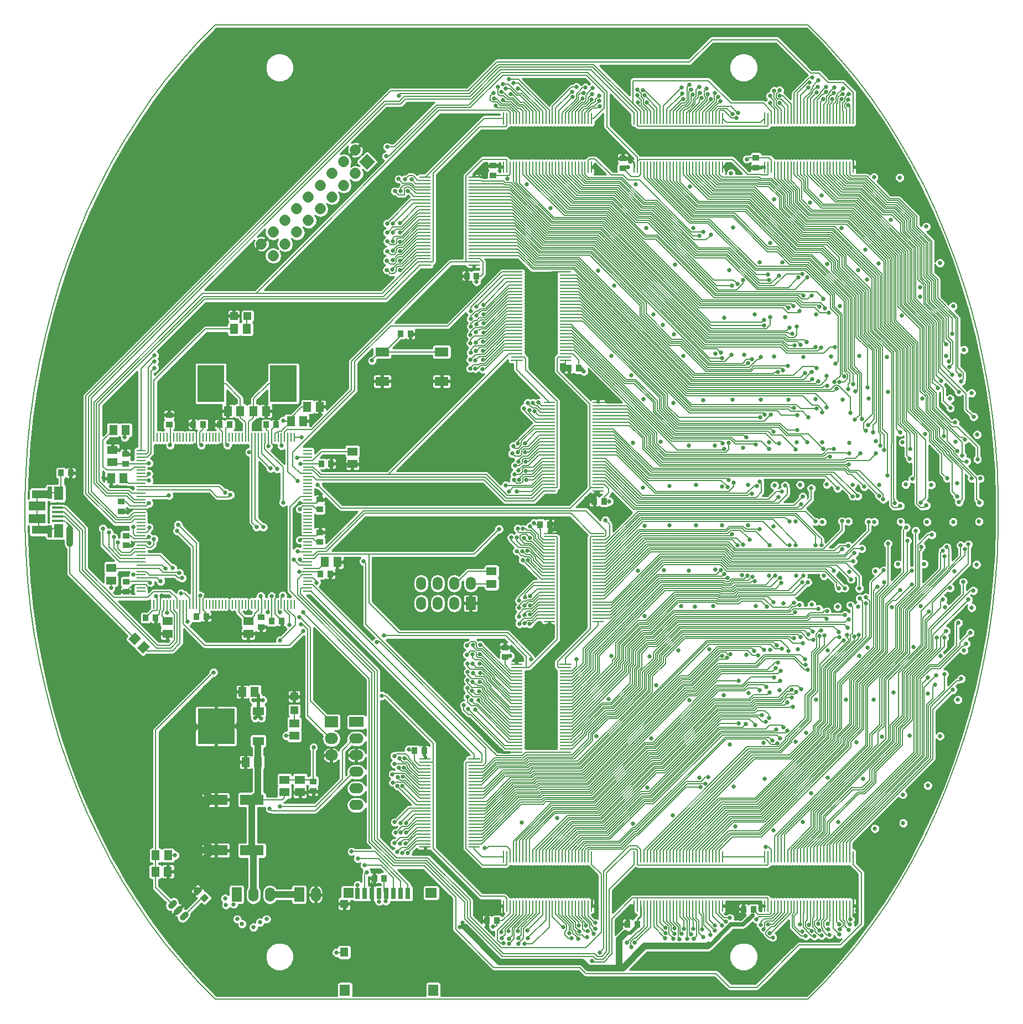
<source format=gbl>
G04 #@! TF.FileFunction,Copper,L4,Bot,Signal*
%FSLAX46Y46*%
G04 Gerber Fmt 4.6, Leading zero omitted, Abs format (unit mm)*
G04 Created by KiCad (PCBNEW (2016-03-23 BZR 6647, Git bc699c8)-product) date Sun 10 Apr 2016 18:41:19 CEST*
%MOMM*%
G01*
G04 APERTURE LIST*
%ADD10C,0.100000*%
%ADD11C,0.150000*%
%ADD12R,0.899160X1.000760*%
%ADD13R,1.000760X0.899160*%
%ADD14R,1.699260X1.300480*%
%ADD15R,5.699760X5.499100*%
%ADD16R,2.100580X1.399540*%
%ADD17R,1.300480X1.498600*%
%ADD18R,1.498600X1.300480*%
%ADD19R,3.599180X1.600200*%
%ADD20R,1.524000X2.199640*%
%ADD21O,1.524000X2.199640*%
%ADD22R,1.524000X1.998980*%
%ADD23O,1.524000X1.998980*%
%ADD24R,2.199640X1.524000*%
%ADD25O,2.199640X1.524000*%
%ADD26R,0.800100X1.678940*%
%ADD27R,1.600200X1.501140*%
%ADD28R,1.699260X1.501140*%
%ADD29R,1.501140X1.699260*%
%ADD30R,1.290320X1.300480*%
%ADD31R,1.290320X1.399540*%
%ADD32R,1.750060X0.398780*%
%ADD33R,2.499360X1.424940*%
%ADD34R,1.399540X1.998980*%
%ADD35R,2.451100X1.300480*%
%ADD36R,0.701040X1.826260*%
%ADD37R,0.289560X1.346200*%
%ADD38R,1.346200X0.289560*%
%ADD39R,0.289560X1.348740*%
%ADD40R,4.099560X5.600700*%
%ADD41C,0.899160*%
%ADD42R,0.250000X1.825000*%
%ADD43O,0.250000X1.825000*%
%ADD44R,4.700000X3.610000*%
%ADD45R,1.825000X0.250000*%
%ADD46O,1.825000X0.250000*%
%ADD47R,3.610000X4.700000*%
%ADD48R,2.032000X1.727200*%
%ADD49O,2.032000X1.727200*%
%ADD50R,1.198880X1.198880*%
%ADD51C,1.727200*%
%ADD52C,0.635000*%
%ADD53C,0.203200*%
%ADD54C,0.508000*%
%ADD55C,1.016000*%
%ADD56C,0.254000*%
%ADD57C,0.635000*%
%ADD58C,0.152400*%
%ADD59C,0.381000*%
G04 APERTURE END LIST*
D10*
D11*
X197948385Y-78128726D02*
X195352726Y-75500000D01*
X200448266Y-80901017D02*
X197948385Y-78128726D01*
X202847375Y-83811335D02*
X200448266Y-80901017D01*
X205140919Y-86853867D02*
X202847375Y-83811335D01*
X207324318Y-90022535D02*
X205140919Y-86853867D01*
X209393210Y-93311010D02*
X207324318Y-90022535D01*
X211343462Y-96712723D02*
X209393210Y-93311010D01*
X213171179Y-100220879D02*
X211343462Y-96712723D01*
X214872709Y-103828470D02*
X213171179Y-100220879D01*
X216444654Y-107528291D02*
X214872709Y-103828470D01*
X217883874Y-111312950D02*
X216444654Y-107528291D01*
X219187494Y-115174887D02*
X217883874Y-111312950D01*
X220352910Y-119106388D02*
X219187494Y-115174887D01*
X221377794Y-123099601D02*
X220352910Y-119106388D01*
X222260098Y-127146548D02*
X221377794Y-123099601D01*
X222998061Y-131239145D02*
X222260098Y-127146548D01*
X223590208Y-135369218D02*
X222998061Y-131239145D01*
X224035356Y-139528516D02*
X223590208Y-135369218D01*
X224332617Y-143708731D02*
X224035356Y-139528516D01*
X224481396Y-147901513D02*
X224332617Y-143708731D01*
X224481396Y-152098487D02*
X224481396Y-147901513D01*
X224332617Y-156291269D02*
X224481396Y-152098487D01*
X224035356Y-160471484D02*
X224332617Y-156291269D01*
X223590208Y-164630782D02*
X224035356Y-160471484D01*
X222998061Y-168760855D02*
X223590208Y-164630782D01*
X222260098Y-172853452D02*
X222998061Y-168760855D01*
X221377794Y-176900399D02*
X222260098Y-172853452D01*
X220352910Y-180893612D02*
X221377794Y-176900399D01*
X219187494Y-184825113D02*
X220352910Y-180893612D01*
X217883874Y-188687050D02*
X219187494Y-184825113D01*
X216444654Y-192471709D02*
X217883874Y-188687050D01*
X214872709Y-196171530D02*
X216444654Y-192471709D01*
X213171179Y-199779121D02*
X214872709Y-196171530D01*
X211343462Y-203287277D02*
X213171179Y-199779121D01*
X209393210Y-206688990D02*
X211343462Y-203287277D01*
X207324318Y-209977465D02*
X209393210Y-206688990D01*
X205140919Y-213146133D02*
X207324318Y-209977465D01*
X202847375Y-216188665D02*
X205140919Y-213146133D01*
X200448266Y-219098983D02*
X202847375Y-216188665D01*
X197948385Y-221871274D02*
X200448266Y-219098983D01*
X195352726Y-224500000D02*
X197948385Y-221871274D01*
X104647274Y-224500000D02*
X195352726Y-224500000D01*
X102051615Y-221871274D02*
X104647274Y-224500000D01*
X99551734Y-219098983D02*
X102051615Y-221871274D01*
X97152625Y-216188665D02*
X99551734Y-219098983D01*
X94859081Y-213146133D02*
X97152625Y-216188665D01*
X92675682Y-209977465D02*
X94859081Y-213146133D01*
X90606790Y-206688990D02*
X92675682Y-209977465D01*
X88656538Y-203287277D02*
X90606790Y-206688990D01*
X86828821Y-199779121D02*
X88656538Y-203287277D01*
X85127291Y-196171530D02*
X86828821Y-199779121D01*
X83555346Y-192471709D02*
X85127291Y-196171530D01*
X82116126Y-188687050D02*
X83555346Y-192471709D01*
X80812506Y-184825113D02*
X82116126Y-188687050D01*
X79647090Y-180893612D02*
X80812506Y-184825113D01*
X78622206Y-176900399D02*
X79647090Y-180893612D01*
X77739902Y-172853452D02*
X78622206Y-176900399D01*
X77001939Y-168760855D02*
X77739902Y-172853452D01*
X76409792Y-164630782D02*
X77001939Y-168760855D01*
X75964644Y-160471484D02*
X76409792Y-164630782D01*
X75667383Y-156291269D02*
X75964644Y-160471484D01*
X75518604Y-152098487D02*
X75667383Y-156291269D01*
X75518604Y-147901513D02*
X75518604Y-152098487D01*
X75667383Y-143708731D02*
X75518604Y-147901513D01*
X75964644Y-139528516D02*
X75667383Y-143708731D01*
X76409792Y-135369218D02*
X75964644Y-139528516D01*
X77001939Y-131239145D02*
X76409792Y-135369218D01*
X77739902Y-127146548D02*
X77001939Y-131239145D01*
X78622206Y-123099601D02*
X77739902Y-127146548D01*
X79647090Y-119106388D02*
X78622206Y-123099601D01*
X80812506Y-115174887D02*
X79647090Y-119106388D01*
X82116126Y-111312950D02*
X80812506Y-115174887D01*
X83555346Y-107528291D02*
X82116126Y-111312950D01*
X85127291Y-103828470D02*
X83555346Y-107528291D01*
X86828821Y-100220879D02*
X85127291Y-103828470D01*
X88656538Y-96712723D02*
X86828821Y-100220879D01*
X90606790Y-93311010D02*
X88656538Y-96712723D01*
X92675682Y-90022535D02*
X90606790Y-93311010D01*
X94859081Y-86853867D02*
X92675682Y-90022535D01*
X97152625Y-83811335D02*
X94859081Y-86853867D01*
X99551734Y-80901017D02*
X97152625Y-83811335D01*
X102051615Y-78128726D02*
X99551734Y-80901017D01*
X104647274Y-75500000D02*
X102051615Y-78128726D01*
X195352726Y-75500000D02*
X104647274Y-75500000D01*
D12*
X114811840Y-166660000D03*
X113308160Y-166660000D03*
D13*
X90980000Y-155101840D03*
X90980000Y-153598160D03*
D12*
X101268160Y-136580000D03*
X102771840Y-136580000D03*
X105348160Y-136620000D03*
X106851840Y-136620000D03*
D14*
X111220720Y-180464000D03*
X111220720Y-185036000D03*
D15*
X104779280Y-182750000D03*
D16*
X139299140Y-125499560D03*
X130200860Y-125499560D03*
X139299140Y-130000440D03*
X130200860Y-130000440D03*
D17*
X97405000Y-205000000D03*
X95500000Y-205000000D03*
D18*
X88920000Y-140487500D03*
X88920000Y-142392500D03*
D17*
X118122500Y-136070000D03*
X116217500Y-136070000D03*
X120642500Y-133900000D03*
X118737500Y-133900000D03*
X111202500Y-188250000D03*
X109297500Y-188250000D03*
X110702500Y-177500000D03*
X108797500Y-177500000D03*
D18*
X109710000Y-166677500D03*
X109710000Y-168582500D03*
D17*
X121427500Y-157640000D03*
X123332500Y-157640000D03*
D18*
X97330000Y-166687500D03*
X97330000Y-168592500D03*
D17*
X108492500Y-134540000D03*
X106587500Y-134540000D03*
X110497500Y-134550000D03*
X112402500Y-134550000D03*
D19*
X110250820Y-201750000D03*
X104749180Y-201750000D03*
X110250820Y-194000000D03*
X104749180Y-194000000D03*
D20*
X107920000Y-208500000D03*
D21*
X110460000Y-208500000D03*
X113000000Y-208500000D03*
D22*
X143750000Y-163948920D03*
D23*
X143750000Y-160911080D03*
X141210000Y-163948920D03*
X141210000Y-160911080D03*
X138670000Y-163948920D03*
X138670000Y-160911080D03*
X136130000Y-163948920D03*
X136130000Y-160911080D03*
D24*
X126238000Y-182118000D03*
D25*
X126238000Y-184658000D03*
X126238000Y-187198000D03*
X126238000Y-189738000D03*
X126238000Y-192278000D03*
X126238000Y-194818000D03*
D26*
X134150680Y-208339740D03*
X133050860Y-208339740D03*
X131951040Y-208339740D03*
X130851220Y-208339740D03*
X129748860Y-208339740D03*
X128649040Y-208339740D03*
X127549220Y-208339740D03*
X126449400Y-208339740D03*
D27*
X125039700Y-208250840D03*
D28*
X137699060Y-208250840D03*
D29*
X124501220Y-223099680D03*
X137998780Y-223099680D03*
D30*
X124394540Y-209899300D03*
D31*
X124394540Y-217300860D03*
D20*
X117480000Y-208500000D03*
D21*
X120020000Y-208500000D03*
D32*
X80500000Y-151300480D03*
X80500000Y-150650240D03*
X80500000Y-150000000D03*
X80500000Y-149349760D03*
X80500000Y-148699520D03*
D33*
X77426600Y-150962660D03*
X77426600Y-149037340D03*
D34*
X80705740Y-152900680D03*
X80705740Y-147099320D03*
D35*
X77825380Y-152725420D03*
D36*
X79374780Y-152987040D03*
X79374780Y-147012960D03*
D35*
X77825380Y-147274580D03*
D18*
X88700000Y-158547500D03*
X88700000Y-160452500D03*
D17*
X97452500Y-202500000D03*
X95547500Y-202500000D03*
D18*
X115240000Y-192832500D03*
X115240000Y-190927500D03*
X117610000Y-190937500D03*
X117610000Y-192842500D03*
X146940000Y-159057500D03*
X146940000Y-160962500D03*
X116750000Y-184202500D03*
X116750000Y-182297500D03*
D17*
X107547500Y-122000000D03*
X109452500Y-122000000D03*
D10*
G36*
X92683895Y-170743565D02*
X93743565Y-169683895D01*
X94663143Y-170603473D01*
X93603473Y-171663143D01*
X92683895Y-170743565D01*
X92683895Y-170743565D01*
G37*
G36*
X91336857Y-169396527D02*
X92396527Y-168336857D01*
X93316105Y-169256435D01*
X92256435Y-170316105D01*
X91336857Y-169396527D01*
X91336857Y-169396527D01*
G37*
D18*
X125640000Y-142642500D03*
X125640000Y-140737500D03*
D17*
X88697500Y-144860000D03*
X90602500Y-144860000D03*
X90942500Y-137430000D03*
X89037500Y-137430000D03*
D37*
X96774400Y-138591740D03*
X97272240Y-138591740D03*
X97772620Y-138591740D03*
X98273000Y-138591740D03*
X98770840Y-138591740D03*
X95270720Y-138591740D03*
X95771100Y-138591740D03*
X96271480Y-138591740D03*
X103271720Y-138591740D03*
X103772100Y-138591740D03*
X104269940Y-138591740D03*
X104770320Y-138591740D03*
X105270700Y-138591740D03*
X105773620Y-138591740D03*
X106271460Y-138591740D03*
X106769300Y-138591740D03*
X111270180Y-138591740D03*
X111770560Y-138591740D03*
X112268400Y-138591740D03*
X112768780Y-138591740D03*
X113269160Y-138591740D03*
X113769540Y-138591740D03*
X114269920Y-138591740D03*
X114767760Y-138591740D03*
D38*
X118768260Y-142592240D03*
X118768260Y-143090080D03*
X118768260Y-143590460D03*
X118768260Y-144090840D03*
X118768260Y-144591220D03*
X118768260Y-145091600D03*
X118768260Y-145591980D03*
X118768260Y-146092360D03*
D37*
X99271220Y-138591740D03*
X99771600Y-138591740D03*
X100274520Y-138591740D03*
X107269680Y-138591740D03*
X107770060Y-138591740D03*
X108267900Y-138591740D03*
X115268140Y-138591740D03*
X115768520Y-138591740D03*
X116268900Y-138591740D03*
D38*
X118768260Y-146590200D03*
X118768260Y-147090580D03*
X118768260Y-147590960D03*
D37*
X100769820Y-138591740D03*
X101270200Y-138591740D03*
X101773120Y-138591740D03*
X102273500Y-138591740D03*
X102771340Y-138591740D03*
X108768280Y-138591740D03*
X109271200Y-138591740D03*
X109771580Y-138591740D03*
X110271960Y-138591740D03*
X110769800Y-138591740D03*
D39*
X116769280Y-138591740D03*
D38*
X118768260Y-140590720D03*
X118768260Y-141091100D03*
X118768260Y-141591480D03*
X118768260Y-142091860D03*
X118768260Y-148091340D03*
X118768260Y-148591720D03*
X118768260Y-149092100D03*
X118768260Y-149592480D03*
X118768260Y-150090320D03*
X118768260Y-150590700D03*
X118768260Y-151091080D03*
X118768260Y-151588920D03*
X118768260Y-152089300D03*
X118768260Y-152589680D03*
X118768260Y-153087520D03*
X118768260Y-153587900D03*
X118768260Y-154088280D03*
X118768260Y-154588660D03*
X118768260Y-155089040D03*
X118768260Y-155589420D03*
X118768260Y-156089800D03*
X118768260Y-156587640D03*
X118768260Y-157088020D03*
X118768260Y-157588400D03*
X118768260Y-158088780D03*
X118768260Y-158589160D03*
X118768260Y-159089540D03*
X118768260Y-159589920D03*
X118768260Y-160087760D03*
X118768260Y-160588140D03*
X118768260Y-161088520D03*
X118768260Y-161588900D03*
X118768260Y-162089280D03*
D37*
X116769280Y-164088260D03*
X116268900Y-164088260D03*
X115768520Y-164088260D03*
X115268140Y-164088260D03*
X114767760Y-164088260D03*
X114269920Y-164088260D03*
X113769540Y-164088260D03*
X113269160Y-164088260D03*
X112768780Y-164088260D03*
X112268400Y-164088260D03*
X111768020Y-164088260D03*
X111267640Y-164088260D03*
X110769800Y-164088260D03*
X110269420Y-164088260D03*
X109769040Y-164088260D03*
X109268660Y-164088260D03*
X108768280Y-164088260D03*
X108267900Y-164088260D03*
X107767520Y-164088260D03*
X107269680Y-164088260D03*
X106769300Y-164088260D03*
X106268920Y-164088260D03*
X105771080Y-164088260D03*
X105270700Y-164088260D03*
X104770320Y-164088260D03*
X104272480Y-164088260D03*
X103772100Y-164088260D03*
X103271720Y-164088260D03*
X102771340Y-164088260D03*
X102270960Y-164088260D03*
X101770580Y-164088260D03*
X101270200Y-164088260D03*
X100772360Y-164088260D03*
X100271980Y-164088260D03*
X99771600Y-164088260D03*
X99271220Y-164088260D03*
X98770840Y-164088260D03*
X98270460Y-164088260D03*
X97770080Y-164088260D03*
X97272240Y-164088260D03*
X96771860Y-164088260D03*
X96271480Y-164088260D03*
X95771100Y-164088260D03*
X95270720Y-164088260D03*
D38*
X93271740Y-162089280D03*
X93271740Y-161588900D03*
X93271740Y-161088520D03*
X93271740Y-160588140D03*
X93271740Y-160087760D03*
X93271740Y-159589920D03*
X93271740Y-159089540D03*
X93271740Y-158589160D03*
X93271740Y-158088780D03*
X93271740Y-157588400D03*
X93271740Y-157088020D03*
X93271740Y-156587640D03*
X93269200Y-156089800D03*
X93269200Y-155589420D03*
X93269200Y-155089040D03*
X93269200Y-154591200D03*
X93269200Y-154090820D03*
X93269200Y-153590440D03*
X93269200Y-153090060D03*
X93269200Y-152589680D03*
X93269200Y-152089300D03*
X93269200Y-151588920D03*
X93269200Y-151091080D03*
X93269200Y-150590700D03*
X93269200Y-150090320D03*
X93269200Y-149589940D03*
X93269200Y-149089560D03*
X93269200Y-148589180D03*
X93269200Y-148088800D03*
X93269200Y-147590960D03*
X93269200Y-147090580D03*
X93269200Y-146590200D03*
X93269200Y-146089820D03*
X93269200Y-145589440D03*
X93269200Y-145089060D03*
X93269200Y-144591220D03*
X93269200Y-144090840D03*
X93269200Y-143590460D03*
X93269200Y-143090080D03*
X93269200Y-142589700D03*
X93269200Y-142089320D03*
X93269200Y-141588940D03*
X93269200Y-141091100D03*
X93269200Y-140590720D03*
D40*
X103980100Y-130330000D03*
X115079900Y-130330000D03*
D13*
X167010000Y-97411840D03*
X167010000Y-95908160D03*
X187390000Y-95788160D03*
X187390000Y-97291840D03*
D12*
X144641840Y-113880000D03*
X143138160Y-113880000D03*
D13*
X147180000Y-98511840D03*
X147180000Y-97008160D03*
D12*
X164161840Y-148370000D03*
X162658160Y-148370000D03*
X160271840Y-128010000D03*
X158768160Y-128010000D03*
X154388160Y-151900000D03*
X155891840Y-151900000D03*
D13*
X149000000Y-172201840D03*
X149000000Y-170698160D03*
D12*
X135138160Y-186480000D03*
X136641840Y-186480000D03*
X147751840Y-212500000D03*
X146248160Y-212500000D03*
X169251840Y-213040000D03*
X167748160Y-213040000D03*
X187001840Y-210750000D03*
X185498160Y-210750000D03*
X82551840Y-144000000D03*
X81048160Y-144000000D03*
D10*
G36*
X102359908Y-209067552D02*
X103067552Y-208359908D01*
X103703354Y-208995710D01*
X102995710Y-209703354D01*
X102359908Y-209067552D01*
X102359908Y-209067552D01*
G37*
G36*
X101296646Y-208004290D02*
X102004290Y-207296646D01*
X102640092Y-207932448D01*
X101932448Y-208640092D01*
X101296646Y-208004290D01*
X101296646Y-208004290D01*
G37*
D12*
X130501840Y-206000000D03*
X128998160Y-206000000D03*
D13*
X119640000Y-192681840D03*
X119640000Y-191178160D03*
X97590000Y-135148160D03*
X97590000Y-136651840D03*
D12*
X113961840Y-136630000D03*
X112458160Y-136630000D03*
X122371840Y-142600000D03*
X120868160Y-142600000D03*
D13*
X120660000Y-148078160D03*
X120660000Y-149581840D03*
X120670000Y-153078160D03*
X120670000Y-154581840D03*
D12*
X122251840Y-159470000D03*
X120748160Y-159470000D03*
D13*
X90920000Y-141108160D03*
X90920000Y-142611840D03*
D12*
X103291840Y-165990000D03*
X101788160Y-165990000D03*
X95521840Y-166170000D03*
X94018160Y-166170000D03*
D13*
X91000000Y-162151840D03*
X91000000Y-160648160D03*
X90270000Y-149921840D03*
X90270000Y-148418160D03*
X111640000Y-166088160D03*
X111640000Y-167591840D03*
D12*
X133000000Y-122750000D03*
X134503680Y-122750000D03*
D41*
X99164806Y-210659142D02*
X98739142Y-211084806D01*
X98266781Y-209761117D02*
X97841117Y-210186781D01*
X100062832Y-211557168D02*
X99637168Y-211982832D01*
D42*
X188750000Y-202762500D03*
D43*
X189250000Y-202762500D03*
X189750000Y-202762500D03*
X190250000Y-202762500D03*
X190750000Y-202762500D03*
X191250000Y-202762500D03*
X191750000Y-202762500D03*
X192250000Y-202762500D03*
X192750000Y-202762500D03*
X193250000Y-202762500D03*
X193750000Y-202762500D03*
X194250000Y-202762500D03*
X194750000Y-202762500D03*
X195250000Y-202762500D03*
X195750000Y-202762500D03*
X196250000Y-202762500D03*
X196750000Y-202762500D03*
X197250000Y-202762500D03*
X197750000Y-202762500D03*
X198250000Y-202762500D03*
X198750000Y-202762500D03*
X199250000Y-202762500D03*
X199750000Y-202762500D03*
X200250000Y-202762500D03*
X200750000Y-202762500D03*
X201250000Y-202762500D03*
X201750000Y-202762500D03*
X202250000Y-202762500D03*
X202250000Y-210237500D03*
X201750000Y-210237500D03*
X201250000Y-210237500D03*
X200750000Y-210237500D03*
X200250000Y-210237500D03*
X199750000Y-210237500D03*
X199250000Y-210237500D03*
X198750000Y-210237500D03*
X198250000Y-210237500D03*
X197750000Y-210237500D03*
X197250000Y-210237500D03*
X196750000Y-210237500D03*
X196250000Y-210237500D03*
X195750000Y-210237500D03*
X195250000Y-210237500D03*
X194750000Y-210237500D03*
X194250000Y-210237500D03*
X193750000Y-210237500D03*
X193250000Y-210237500D03*
X192750000Y-210237500D03*
X192250000Y-210237500D03*
X191750000Y-210237500D03*
X191250000Y-210237500D03*
X190750000Y-210237500D03*
X190250000Y-210237500D03*
X189750000Y-210237500D03*
X189250000Y-210237500D03*
X188750000Y-210237500D03*
D44*
X195500000Y-206500000D03*
D42*
X168750000Y-202762500D03*
D43*
X169250000Y-202762500D03*
X169750000Y-202762500D03*
X170250000Y-202762500D03*
X170750000Y-202762500D03*
X171250000Y-202762500D03*
X171750000Y-202762500D03*
X172250000Y-202762500D03*
X172750000Y-202762500D03*
X173250000Y-202762500D03*
X173750000Y-202762500D03*
X174250000Y-202762500D03*
X174750000Y-202762500D03*
X175250000Y-202762500D03*
X175750000Y-202762500D03*
X176250000Y-202762500D03*
X176750000Y-202762500D03*
X177250000Y-202762500D03*
X177750000Y-202762500D03*
X178250000Y-202762500D03*
X178750000Y-202762500D03*
X179250000Y-202762500D03*
X179750000Y-202762500D03*
X180250000Y-202762500D03*
X180750000Y-202762500D03*
X181250000Y-202762500D03*
X181750000Y-202762500D03*
X182250000Y-202762500D03*
X182250000Y-210237500D03*
X181750000Y-210237500D03*
X181250000Y-210237500D03*
X180750000Y-210237500D03*
X180250000Y-210237500D03*
X179750000Y-210237500D03*
X179250000Y-210237500D03*
X178750000Y-210237500D03*
X178250000Y-210237500D03*
X177750000Y-210237500D03*
X177250000Y-210237500D03*
X176750000Y-210237500D03*
X176250000Y-210237500D03*
X175750000Y-210237500D03*
X175250000Y-210237500D03*
X174750000Y-210237500D03*
X174250000Y-210237500D03*
X173750000Y-210237500D03*
X173250000Y-210237500D03*
X172750000Y-210237500D03*
X172250000Y-210237500D03*
X171750000Y-210237500D03*
X171250000Y-210237500D03*
X170750000Y-210237500D03*
X170250000Y-210237500D03*
X169750000Y-210237500D03*
X169250000Y-210237500D03*
X168750000Y-210237500D03*
D44*
X175500000Y-206500000D03*
D42*
X148750000Y-202762500D03*
D43*
X149250000Y-202762500D03*
X149750000Y-202762500D03*
X150250000Y-202762500D03*
X150750000Y-202762500D03*
X151250000Y-202762500D03*
X151750000Y-202762500D03*
X152250000Y-202762500D03*
X152750000Y-202762500D03*
X153250000Y-202762500D03*
X153750000Y-202762500D03*
X154250000Y-202762500D03*
X154750000Y-202762500D03*
X155250000Y-202762500D03*
X155750000Y-202762500D03*
X156250000Y-202762500D03*
X156750000Y-202762500D03*
X157250000Y-202762500D03*
X157750000Y-202762500D03*
X158250000Y-202762500D03*
X158750000Y-202762500D03*
X159250000Y-202762500D03*
X159750000Y-202762500D03*
X160250000Y-202762500D03*
X160750000Y-202762500D03*
X161250000Y-202762500D03*
X161750000Y-202762500D03*
X162250000Y-202762500D03*
X162250000Y-210237500D03*
X161750000Y-210237500D03*
X161250000Y-210237500D03*
X160750000Y-210237500D03*
X160250000Y-210237500D03*
X159750000Y-210237500D03*
X159250000Y-210237500D03*
X158750000Y-210237500D03*
X158250000Y-210237500D03*
X157750000Y-210237500D03*
X157250000Y-210237500D03*
X156750000Y-210237500D03*
X156250000Y-210237500D03*
X155750000Y-210237500D03*
X155250000Y-210237500D03*
X154750000Y-210237500D03*
X154250000Y-210237500D03*
X153750000Y-210237500D03*
X153250000Y-210237500D03*
X152750000Y-210237500D03*
X152250000Y-210237500D03*
X151750000Y-210237500D03*
X151250000Y-210237500D03*
X150750000Y-210237500D03*
X150250000Y-210237500D03*
X149750000Y-210237500D03*
X149250000Y-210237500D03*
X148750000Y-210237500D03*
D44*
X155500000Y-206500000D03*
D45*
X144237500Y-187750000D03*
D46*
X144237500Y-188250000D03*
X144237500Y-188750000D03*
X144237500Y-189250000D03*
X144237500Y-189750000D03*
X144237500Y-190250000D03*
X144237500Y-190750000D03*
X144237500Y-191250000D03*
X144237500Y-191750000D03*
X144237500Y-192250000D03*
X144237500Y-192750000D03*
X144237500Y-193250000D03*
X144237500Y-193750000D03*
X144237500Y-194250000D03*
X144237500Y-194750000D03*
X144237500Y-195250000D03*
X144237500Y-195750000D03*
X144237500Y-196250000D03*
X144237500Y-196750000D03*
X144237500Y-197250000D03*
X144237500Y-197750000D03*
X144237500Y-198250000D03*
X144237500Y-198750000D03*
X144237500Y-199250000D03*
X144237500Y-199750000D03*
X144237500Y-200250000D03*
X144237500Y-200750000D03*
X144237500Y-201250000D03*
X136762500Y-201250000D03*
X136762500Y-200750000D03*
X136762500Y-200250000D03*
X136762500Y-199750000D03*
X136762500Y-199250000D03*
X136762500Y-198750000D03*
X136762500Y-198250000D03*
X136762500Y-197750000D03*
X136762500Y-197250000D03*
X136762500Y-196750000D03*
X136762500Y-196250000D03*
X136762500Y-195750000D03*
X136762500Y-195250000D03*
X136762500Y-194750000D03*
X136762500Y-194250000D03*
X136762500Y-193750000D03*
X136762500Y-193250000D03*
X136762500Y-192750000D03*
X136762500Y-192250000D03*
X136762500Y-191750000D03*
X136762500Y-191250000D03*
X136762500Y-190750000D03*
X136762500Y-190250000D03*
X136762500Y-189750000D03*
X136762500Y-189250000D03*
X136762500Y-188750000D03*
X136762500Y-188250000D03*
X136762500Y-187750000D03*
D47*
X140500000Y-194500000D03*
D45*
X158237500Y-173250000D03*
D46*
X158237500Y-173750000D03*
X158237500Y-174250000D03*
X158237500Y-174750000D03*
X158237500Y-175250000D03*
X158237500Y-175750000D03*
X158237500Y-176250000D03*
X158237500Y-176750000D03*
X158237500Y-177250000D03*
X158237500Y-177750000D03*
X158237500Y-178250000D03*
X158237500Y-178750000D03*
X158237500Y-179250000D03*
X158237500Y-179750000D03*
X158237500Y-180250000D03*
X158237500Y-180750000D03*
X158237500Y-181250000D03*
X158237500Y-181750000D03*
X158237500Y-182250000D03*
X158237500Y-182750000D03*
X158237500Y-183250000D03*
X158237500Y-183750000D03*
X158237500Y-184250000D03*
X158237500Y-184750000D03*
X158237500Y-185250000D03*
X158237500Y-185750000D03*
X158237500Y-186250000D03*
X158237500Y-186750000D03*
X150762500Y-186750000D03*
X150762500Y-186250000D03*
X150762500Y-185750000D03*
X150762500Y-185250000D03*
X150762500Y-184750000D03*
X150762500Y-184250000D03*
X150762500Y-183750000D03*
X150762500Y-183250000D03*
X150762500Y-182750000D03*
X150762500Y-182250000D03*
X150762500Y-181750000D03*
X150762500Y-181250000D03*
X150762500Y-180750000D03*
X150762500Y-180250000D03*
X150762500Y-179750000D03*
X150762500Y-179250000D03*
X150762500Y-178750000D03*
X150762500Y-178250000D03*
X150762500Y-177750000D03*
X150762500Y-177250000D03*
X150762500Y-176750000D03*
X150762500Y-176250000D03*
X150762500Y-175750000D03*
X150762500Y-175250000D03*
X150762500Y-174750000D03*
X150762500Y-174250000D03*
X150762500Y-173750000D03*
X150762500Y-173250000D03*
D47*
X154500000Y-180000000D03*
D45*
X163237500Y-153250000D03*
D46*
X163237500Y-153750000D03*
X163237500Y-154250000D03*
X163237500Y-154750000D03*
X163237500Y-155250000D03*
X163237500Y-155750000D03*
X163237500Y-156250000D03*
X163237500Y-156750000D03*
X163237500Y-157250000D03*
X163237500Y-157750000D03*
X163237500Y-158250000D03*
X163237500Y-158750000D03*
X163237500Y-159250000D03*
X163237500Y-159750000D03*
X163237500Y-160250000D03*
X163237500Y-160750000D03*
X163237500Y-161250000D03*
X163237500Y-161750000D03*
X163237500Y-162250000D03*
X163237500Y-162750000D03*
X163237500Y-163250000D03*
X163237500Y-163750000D03*
X163237500Y-164250000D03*
X163237500Y-164750000D03*
X163237500Y-165250000D03*
X163237500Y-165750000D03*
X163237500Y-166250000D03*
X163237500Y-166750000D03*
X155762500Y-166750000D03*
X155762500Y-166250000D03*
X155762500Y-165750000D03*
X155762500Y-165250000D03*
X155762500Y-164750000D03*
X155762500Y-164250000D03*
X155762500Y-163750000D03*
X155762500Y-163250000D03*
X155762500Y-162750000D03*
X155762500Y-162250000D03*
X155762500Y-161750000D03*
X155762500Y-161250000D03*
X155762500Y-160750000D03*
X155762500Y-160250000D03*
X155762500Y-159750000D03*
X155762500Y-159250000D03*
X155762500Y-158750000D03*
X155762500Y-158250000D03*
X155762500Y-157750000D03*
X155762500Y-157250000D03*
X155762500Y-156750000D03*
X155762500Y-156250000D03*
X155762500Y-155750000D03*
X155762500Y-155250000D03*
X155762500Y-154750000D03*
X155762500Y-154250000D03*
X155762500Y-153750000D03*
X155762500Y-153250000D03*
D47*
X159500000Y-160000000D03*
D45*
X150762500Y-126750000D03*
D46*
X150762500Y-126250000D03*
X150762500Y-125750000D03*
X150762500Y-125250000D03*
X150762500Y-124750000D03*
X150762500Y-124250000D03*
X150762500Y-123750000D03*
X150762500Y-123250000D03*
X150762500Y-122750000D03*
X150762500Y-122250000D03*
X150762500Y-121750000D03*
X150762500Y-121250000D03*
X150762500Y-120750000D03*
X150762500Y-120250000D03*
X150762500Y-119750000D03*
X150762500Y-119250000D03*
X150762500Y-118750000D03*
X150762500Y-118250000D03*
X150762500Y-117750000D03*
X150762500Y-117250000D03*
X150762500Y-116750000D03*
X150762500Y-116250000D03*
X150762500Y-115750000D03*
X150762500Y-115250000D03*
X150762500Y-114750000D03*
X150762500Y-114250000D03*
X150762500Y-113750000D03*
X150762500Y-113250000D03*
X158237500Y-113250000D03*
X158237500Y-113750000D03*
X158237500Y-114250000D03*
X158237500Y-114750000D03*
X158237500Y-115250000D03*
X158237500Y-115750000D03*
X158237500Y-116250000D03*
X158237500Y-116750000D03*
X158237500Y-117250000D03*
X158237500Y-117750000D03*
X158237500Y-118250000D03*
X158237500Y-118750000D03*
X158237500Y-119250000D03*
X158237500Y-119750000D03*
X158237500Y-120250000D03*
X158237500Y-120750000D03*
X158237500Y-121250000D03*
X158237500Y-121750000D03*
X158237500Y-122250000D03*
X158237500Y-122750000D03*
X158237500Y-123250000D03*
X158237500Y-123750000D03*
X158237500Y-124250000D03*
X158237500Y-124750000D03*
X158237500Y-125250000D03*
X158237500Y-125750000D03*
X158237500Y-126250000D03*
X158237500Y-126750000D03*
D47*
X154500000Y-120000000D03*
D45*
X155762500Y-146750000D03*
D46*
X155762500Y-146250000D03*
X155762500Y-145750000D03*
X155762500Y-145250000D03*
X155762500Y-144750000D03*
X155762500Y-144250000D03*
X155762500Y-143750000D03*
X155762500Y-143250000D03*
X155762500Y-142750000D03*
X155762500Y-142250000D03*
X155762500Y-141750000D03*
X155762500Y-141250000D03*
X155762500Y-140750000D03*
X155762500Y-140250000D03*
X155762500Y-139750000D03*
X155762500Y-139250000D03*
X155762500Y-138750000D03*
X155762500Y-138250000D03*
X155762500Y-137750000D03*
X155762500Y-137250000D03*
X155762500Y-136750000D03*
X155762500Y-136250000D03*
X155762500Y-135750000D03*
X155762500Y-135250000D03*
X155762500Y-134750000D03*
X155762500Y-134250000D03*
X155762500Y-133750000D03*
X155762500Y-133250000D03*
X163237500Y-133250000D03*
X163237500Y-133750000D03*
X163237500Y-134250000D03*
X163237500Y-134750000D03*
X163237500Y-135250000D03*
X163237500Y-135750000D03*
X163237500Y-136250000D03*
X163237500Y-136750000D03*
X163237500Y-137250000D03*
X163237500Y-137750000D03*
X163237500Y-138250000D03*
X163237500Y-138750000D03*
X163237500Y-139250000D03*
X163237500Y-139750000D03*
X163237500Y-140250000D03*
X163237500Y-140750000D03*
X163237500Y-141250000D03*
X163237500Y-141750000D03*
X163237500Y-142250000D03*
X163237500Y-142750000D03*
X163237500Y-143250000D03*
X163237500Y-143750000D03*
X163237500Y-144250000D03*
X163237500Y-144750000D03*
X163237500Y-145250000D03*
X163237500Y-145750000D03*
X163237500Y-146250000D03*
X163237500Y-146750000D03*
D47*
X159500000Y-140000000D03*
D42*
X148750000Y-89762500D03*
D43*
X149250000Y-89762500D03*
X149750000Y-89762500D03*
X150250000Y-89762500D03*
X150750000Y-89762500D03*
X151250000Y-89762500D03*
X151750000Y-89762500D03*
X152250000Y-89762500D03*
X152750000Y-89762500D03*
X153250000Y-89762500D03*
X153750000Y-89762500D03*
X154250000Y-89762500D03*
X154750000Y-89762500D03*
X155250000Y-89762500D03*
X155750000Y-89762500D03*
X156250000Y-89762500D03*
X156750000Y-89762500D03*
X157250000Y-89762500D03*
X157750000Y-89762500D03*
X158250000Y-89762500D03*
X158750000Y-89762500D03*
X159250000Y-89762500D03*
X159750000Y-89762500D03*
X160250000Y-89762500D03*
X160750000Y-89762500D03*
X161250000Y-89762500D03*
X161750000Y-89762500D03*
X162250000Y-89762500D03*
X162250000Y-97237500D03*
X161750000Y-97237500D03*
X161250000Y-97237500D03*
X160750000Y-97237500D03*
X160250000Y-97237500D03*
X159750000Y-97237500D03*
X159250000Y-97237500D03*
X158750000Y-97237500D03*
X158250000Y-97237500D03*
X157750000Y-97237500D03*
X157250000Y-97237500D03*
X156750000Y-97237500D03*
X156250000Y-97237500D03*
X155750000Y-97237500D03*
X155250000Y-97237500D03*
X154750000Y-97237500D03*
X154250000Y-97237500D03*
X153750000Y-97237500D03*
X153250000Y-97237500D03*
X152750000Y-97237500D03*
X152250000Y-97237500D03*
X151750000Y-97237500D03*
X151250000Y-97237500D03*
X150750000Y-97237500D03*
X150250000Y-97237500D03*
X149750000Y-97237500D03*
X149250000Y-97237500D03*
X148750000Y-97237500D03*
D44*
X155500000Y-93500000D03*
D42*
X188750000Y-89762500D03*
D43*
X189250000Y-89762500D03*
X189750000Y-89762500D03*
X190250000Y-89762500D03*
X190750000Y-89762500D03*
X191250000Y-89762500D03*
X191750000Y-89762500D03*
X192250000Y-89762500D03*
X192750000Y-89762500D03*
X193250000Y-89762500D03*
X193750000Y-89762500D03*
X194250000Y-89762500D03*
X194750000Y-89762500D03*
X195250000Y-89762500D03*
X195750000Y-89762500D03*
X196250000Y-89762500D03*
X196750000Y-89762500D03*
X197250000Y-89762500D03*
X197750000Y-89762500D03*
X198250000Y-89762500D03*
X198750000Y-89762500D03*
X199250000Y-89762500D03*
X199750000Y-89762500D03*
X200250000Y-89762500D03*
X200750000Y-89762500D03*
X201250000Y-89762500D03*
X201750000Y-89762500D03*
X202250000Y-89762500D03*
X202250000Y-97237500D03*
X201750000Y-97237500D03*
X201250000Y-97237500D03*
X200750000Y-97237500D03*
X200250000Y-97237500D03*
X199750000Y-97237500D03*
X199250000Y-97237500D03*
X198750000Y-97237500D03*
X198250000Y-97237500D03*
X197750000Y-97237500D03*
X197250000Y-97237500D03*
X196750000Y-97237500D03*
X196250000Y-97237500D03*
X195750000Y-97237500D03*
X195250000Y-97237500D03*
X194750000Y-97237500D03*
X194250000Y-97237500D03*
X193750000Y-97237500D03*
X193250000Y-97237500D03*
X192750000Y-97237500D03*
X192250000Y-97237500D03*
X191750000Y-97237500D03*
X191250000Y-97237500D03*
X190750000Y-97237500D03*
X190250000Y-97237500D03*
X189750000Y-97237500D03*
X189250000Y-97237500D03*
X188750000Y-97237500D03*
D44*
X195500000Y-93500000D03*
D42*
X168750000Y-89762500D03*
D43*
X169250000Y-89762500D03*
X169750000Y-89762500D03*
X170250000Y-89762500D03*
X170750000Y-89762500D03*
X171250000Y-89762500D03*
X171750000Y-89762500D03*
X172250000Y-89762500D03*
X172750000Y-89762500D03*
X173250000Y-89762500D03*
X173750000Y-89762500D03*
X174250000Y-89762500D03*
X174750000Y-89762500D03*
X175250000Y-89762500D03*
X175750000Y-89762500D03*
X176250000Y-89762500D03*
X176750000Y-89762500D03*
X177250000Y-89762500D03*
X177750000Y-89762500D03*
X178250000Y-89762500D03*
X178750000Y-89762500D03*
X179250000Y-89762500D03*
X179750000Y-89762500D03*
X180250000Y-89762500D03*
X180750000Y-89762500D03*
X181250000Y-89762500D03*
X181750000Y-89762500D03*
X182250000Y-89762500D03*
X182250000Y-97237500D03*
X181750000Y-97237500D03*
X181250000Y-97237500D03*
X180750000Y-97237500D03*
X180250000Y-97237500D03*
X179750000Y-97237500D03*
X179250000Y-97237500D03*
X178750000Y-97237500D03*
X178250000Y-97237500D03*
X177750000Y-97237500D03*
X177250000Y-97237500D03*
X176750000Y-97237500D03*
X176250000Y-97237500D03*
X175750000Y-97237500D03*
X175250000Y-97237500D03*
X174750000Y-97237500D03*
X174250000Y-97237500D03*
X173750000Y-97237500D03*
X173250000Y-97237500D03*
X172750000Y-97237500D03*
X172250000Y-97237500D03*
X171750000Y-97237500D03*
X171250000Y-97237500D03*
X170750000Y-97237500D03*
X170250000Y-97237500D03*
X169750000Y-97237500D03*
X169250000Y-97237500D03*
X168750000Y-97237500D03*
D44*
X175500000Y-93500000D03*
D45*
X136762500Y-112250000D03*
D46*
X136762500Y-111750000D03*
X136762500Y-111250000D03*
X136762500Y-110750000D03*
X136762500Y-110250000D03*
X136762500Y-109750000D03*
X136762500Y-109250000D03*
X136762500Y-108750000D03*
X136762500Y-108250000D03*
X136762500Y-107750000D03*
X136762500Y-107250000D03*
X136762500Y-106750000D03*
X136762500Y-106250000D03*
X136762500Y-105750000D03*
X136762500Y-105250000D03*
X136762500Y-104750000D03*
X136762500Y-104250000D03*
X136762500Y-103750000D03*
X136762500Y-103250000D03*
X136762500Y-102750000D03*
X136762500Y-102250000D03*
X136762500Y-101750000D03*
X136762500Y-101250000D03*
X136762500Y-100750000D03*
X136762500Y-100250000D03*
X136762500Y-99750000D03*
X136762500Y-99250000D03*
X136762500Y-98750000D03*
X144237500Y-98750000D03*
X144237500Y-99250000D03*
X144237500Y-99750000D03*
X144237500Y-100250000D03*
X144237500Y-100750000D03*
X144237500Y-101250000D03*
X144237500Y-101750000D03*
X144237500Y-102250000D03*
X144237500Y-102750000D03*
X144237500Y-103250000D03*
X144237500Y-103750000D03*
X144237500Y-104250000D03*
X144237500Y-104750000D03*
X144237500Y-105250000D03*
X144237500Y-105750000D03*
X144237500Y-106250000D03*
X144237500Y-106750000D03*
X144237500Y-107250000D03*
X144237500Y-107750000D03*
X144237500Y-108250000D03*
X144237500Y-108750000D03*
X144237500Y-109250000D03*
X144237500Y-109750000D03*
X144237500Y-110250000D03*
X144237500Y-110750000D03*
X144237500Y-111250000D03*
X144237500Y-111750000D03*
X144237500Y-112250000D03*
D47*
X140500000Y-105500000D03*
D48*
X122428000Y-182118000D03*
D49*
X122428000Y-184658000D03*
X122428000Y-187198000D03*
D50*
X116750000Y-180299020D03*
X116750000Y-178200980D03*
X109598040Y-120000000D03*
X107500000Y-120000000D03*
D10*
G36*
X129101571Y-96411846D02*
X127880256Y-97633161D01*
X126658941Y-96411846D01*
X127880256Y-95190531D01*
X129101571Y-96411846D01*
X129101571Y-96411846D01*
G37*
D51*
X126084205Y-94615795D02*
X126084205Y-94615795D01*
X126084205Y-98207897D02*
X126084205Y-98207897D01*
X124288154Y-96411846D02*
X124288154Y-96411846D01*
X124288154Y-100003948D02*
X124288154Y-100003948D01*
X122492102Y-98207897D02*
X122492102Y-98207897D01*
X122492102Y-101800000D02*
X122492102Y-101800000D01*
X120696051Y-100003948D02*
X120696051Y-100003948D01*
X120696051Y-103596051D02*
X120696051Y-103596051D01*
X118900000Y-101800000D02*
X118900000Y-101800000D01*
X118900000Y-105392102D02*
X118900000Y-105392102D01*
X117103949Y-103596051D02*
X117103949Y-103596051D01*
X117103949Y-107188153D02*
X117103949Y-107188153D01*
X115307897Y-105392102D02*
X115307897Y-105392102D01*
X115307897Y-108984205D02*
X115307897Y-108984205D01*
X113511846Y-107188153D02*
X113511846Y-107188153D01*
X113511846Y-110780256D02*
X113511846Y-110780256D01*
X111715795Y-108984205D02*
X111715795Y-108984205D01*
D52*
X81980000Y-148530000D03*
X82490000Y-144980000D03*
X179240000Y-219030000D03*
X145763932Y-137014522D03*
X127540000Y-109830000D03*
X155640000Y-85230000D03*
X180040000Y-82330000D03*
X120582033Y-192902858D03*
X128670000Y-209620000D03*
X94595797Y-161658068D03*
X94566434Y-154756353D03*
X90797690Y-140231906D03*
X87516134Y-144750000D03*
X109730000Y-169690000D03*
X111720000Y-168570000D03*
X97340000Y-169730000D03*
X124430000Y-157650000D03*
X123140000Y-159440000D03*
X123310000Y-142620000D03*
X120650000Y-135110000D03*
X119170000Y-136080000D03*
X97580000Y-134190000D03*
X88910000Y-139300000D03*
X103229971Y-162833514D03*
X154497840Y-119101096D03*
X154497840Y-118199140D03*
X202883280Y-210986372D03*
X202453648Y-211671126D03*
X163028145Y-209770000D03*
X163096361Y-210634641D03*
X156730000Y-152318026D03*
X163330283Y-132600462D03*
X164557785Y-133072166D03*
X143513503Y-114897517D03*
X142703506Y-114832195D03*
X156753056Y-113651483D03*
X155940589Y-113506910D03*
X162852927Y-96888367D03*
X114137291Y-162838204D03*
X101401096Y-182340998D03*
X108802601Y-176263194D03*
X113781839Y-139910820D03*
X111920000Y-133300000D03*
X107070000Y-133310000D03*
X115650000Y-178190000D03*
X130230000Y-131190000D03*
X134529710Y-123757427D03*
X109750000Y-165250000D03*
X106750000Y-165250000D03*
X98500000Y-205000000D03*
X102500000Y-201750000D03*
X102750000Y-203250000D03*
X102750000Y-200250000D03*
X102750000Y-195250000D03*
X102500000Y-194000000D03*
X102750000Y-192500000D03*
X108250000Y-183250000D03*
X108250000Y-182250000D03*
X104750000Y-186000000D03*
X104750000Y-179500000D03*
X101500000Y-183250000D03*
X107750000Y-177500000D03*
X101504858Y-139777726D03*
X105504845Y-139777816D03*
X124500000Y-143500000D03*
X117590000Y-148620000D03*
X117574931Y-153254479D03*
X96417271Y-162813552D03*
X94500000Y-149940000D03*
X106460000Y-120030000D03*
X161950000Y-147570000D03*
X157890000Y-127610000D03*
X157900000Y-128500000D03*
X145350000Y-98160000D03*
X145910000Y-98770000D03*
X146170649Y-97363182D03*
X146177963Y-96697582D03*
X162880000Y-97610000D03*
X166660000Y-94980000D03*
X167310000Y-94970000D03*
X203630000Y-97690000D03*
X203630000Y-96790000D03*
X182871259Y-97668082D03*
X182890000Y-96860000D03*
X186390000Y-96930000D03*
X186393721Y-97679757D03*
X184980698Y-212180698D03*
X185550699Y-211610699D03*
X167430000Y-211840000D03*
X156791719Y-151484695D03*
X155400000Y-167380000D03*
X156130000Y-167370000D03*
X136250000Y-185360000D03*
X137100000Y-185380000D03*
X136330000Y-202140000D03*
X137230000Y-202120000D03*
X147760000Y-185920000D03*
X148410000Y-186520000D03*
X151209834Y-172604046D03*
X150456004Y-172655327D03*
X146290000Y-213390000D03*
X146230000Y-210860000D03*
X147787678Y-209695380D03*
X147840000Y-211000000D03*
X188030000Y-210690000D03*
X188024983Y-209820748D03*
X167750000Y-211090000D03*
X161890000Y-148320000D03*
X153423445Y-121777139D03*
X196389384Y-94599968D03*
X197289384Y-93499968D03*
X195489384Y-94599968D03*
X197289384Y-94599968D03*
X194589384Y-93499968D03*
X193689384Y-92399968D03*
X194589384Y-92399968D03*
X193689384Y-93499968D03*
X193689384Y-94599968D03*
X194589384Y-94599968D03*
X195489384Y-93499968D03*
X195489384Y-92399968D03*
X196389384Y-92399968D03*
X196389384Y-93499968D03*
X197289384Y-92399968D03*
X176409384Y-94599968D03*
X177309384Y-93499968D03*
X175509384Y-94599968D03*
X177309384Y-94599968D03*
X174609384Y-93499968D03*
X173709384Y-92399968D03*
X174609384Y-92399968D03*
X173709384Y-93499968D03*
X173709384Y-94599968D03*
X174609384Y-94599968D03*
X175509384Y-93499968D03*
X175509384Y-92399968D03*
X176409384Y-92399968D03*
X176409384Y-93499968D03*
X177309384Y-92399968D03*
X154599384Y-92419968D03*
X157299384Y-94619968D03*
X156399384Y-94619968D03*
X155499384Y-94619968D03*
X154599384Y-94619968D03*
X153699384Y-94619968D03*
X157299384Y-93519968D03*
X156399384Y-93519968D03*
X155499384Y-93519968D03*
X154599384Y-93519968D03*
X153699384Y-93519968D03*
X157299384Y-92419968D03*
X156399384Y-92419968D03*
X155499384Y-92419968D03*
X153699384Y-92419968D03*
X139399968Y-105502349D03*
X154499968Y-120002349D03*
X153399968Y-118200616D03*
X153399968Y-119100616D03*
X153399968Y-120002349D03*
X155595366Y-120894753D03*
X155601486Y-121772154D03*
X154496164Y-120894753D03*
X154498448Y-121772158D03*
X153396963Y-120894753D03*
X155599968Y-119100616D03*
X155599968Y-120002349D03*
X155599968Y-118200616D03*
X159489968Y-139992349D03*
X158389968Y-138190616D03*
X158389968Y-139090616D03*
X158389968Y-139992349D03*
X160585366Y-140884753D03*
X160591486Y-141762154D03*
X159486164Y-140884753D03*
X159488448Y-141762158D03*
X158389968Y-141790616D03*
X158386963Y-140884753D03*
X160589968Y-139090616D03*
X160589968Y-139992349D03*
X159489968Y-139090616D03*
X160589968Y-138190616D03*
X159489968Y-138190616D03*
X139396963Y-106394753D03*
X141601486Y-107272154D03*
X140498448Y-107272158D03*
X139399968Y-107300616D03*
X140496164Y-106394753D03*
X141595366Y-106394753D03*
X141599968Y-105502349D03*
X140499968Y-105502349D03*
X139399968Y-104600616D03*
X140499968Y-104600616D03*
X141599968Y-104600616D03*
X141599968Y-103700616D03*
X140499968Y-103700616D03*
X139399968Y-103700616D03*
X141586267Y-196300060D03*
X140500119Y-196300060D03*
X139401767Y-196300060D03*
X160601486Y-161772154D03*
X159498448Y-161772158D03*
X160595366Y-160894753D03*
X159496164Y-160894753D03*
X158396963Y-160894753D03*
X159499968Y-160002349D03*
X160599968Y-160002349D03*
X158399968Y-160002349D03*
X160599968Y-158200616D03*
X160599968Y-159100616D03*
X158399968Y-158200616D03*
X159499968Y-159100616D03*
X158399968Y-159100616D03*
X159499968Y-158200616D03*
X158399968Y-161800616D03*
X154499968Y-181800616D03*
X154499968Y-180900616D03*
X155599968Y-180900616D03*
X155599968Y-180000616D03*
X155599968Y-181800616D03*
X154499968Y-180000616D03*
X153399968Y-180000616D03*
X153399968Y-181800616D03*
X153399968Y-180900616D03*
X155599968Y-178200616D03*
X155599968Y-179100616D03*
X154499968Y-179100616D03*
X153399968Y-178200616D03*
X153399968Y-179100616D03*
X154499968Y-178200616D03*
X139399968Y-195400616D03*
X140499968Y-195400617D03*
X141599968Y-195400616D03*
X139399968Y-193600616D03*
X139399968Y-194500616D03*
X139399968Y-192700616D03*
X140499968Y-194500615D03*
X141599968Y-194500616D03*
X140499968Y-192700616D03*
X140499968Y-193600616D03*
X141599968Y-193600616D03*
X141599968Y-192700616D03*
X157299384Y-205399968D03*
X156399384Y-206499968D03*
X157299384Y-207599968D03*
X157299384Y-206499968D03*
X156399384Y-207599968D03*
X154599384Y-205399968D03*
X156399384Y-205399968D03*
X154599384Y-206499968D03*
X153699384Y-206499968D03*
X155499384Y-205399968D03*
X153699384Y-205399968D03*
X153699384Y-207599968D03*
X154599384Y-207599968D03*
X155499384Y-206499968D03*
X155499384Y-207599968D03*
X176399384Y-206499968D03*
X177299384Y-205399968D03*
X176399384Y-205399968D03*
X177299384Y-206499968D03*
X174599384Y-207599968D03*
X173699384Y-207599968D03*
X177299384Y-207599968D03*
X176399384Y-207599968D03*
X175499384Y-207599968D03*
X173699384Y-206499968D03*
X173699384Y-205399968D03*
X175499384Y-206499968D03*
X174599384Y-206499968D03*
X175499384Y-205399968D03*
X174599384Y-205399968D03*
X197299384Y-207599968D03*
X196399384Y-207599968D03*
X195499384Y-207599968D03*
X194599384Y-207599968D03*
X193699384Y-207599968D03*
X193699384Y-206499968D03*
X194599384Y-206499968D03*
X195499384Y-206499968D03*
X196399384Y-206499968D03*
X197299384Y-206499968D03*
X197299384Y-205399968D03*
X196399384Y-205399968D03*
X195499384Y-205399968D03*
X194599384Y-205399968D03*
X193699384Y-205399968D03*
X88700000Y-161600000D03*
X142528089Y-212831333D03*
X142068293Y-213521026D03*
X142906462Y-213525816D03*
X94677231Y-160823821D03*
X111617690Y-162845489D03*
X94453892Y-153832212D03*
X90797690Y-138577113D03*
X115040000Y-136040000D03*
X102392890Y-162790000D03*
X147169484Y-213422348D03*
X134258871Y-186276006D03*
X149820000Y-172030000D03*
X153446102Y-151656985D03*
X144619576Y-114757418D03*
X161074613Y-128460289D03*
X149313339Y-99041809D03*
X113300199Y-162881523D03*
X111682642Y-181527828D03*
X111910307Y-178754455D03*
X117528997Y-159117509D03*
X112800000Y-139900000D03*
X115520000Y-184200000D03*
X117680000Y-142610000D03*
X130755496Y-209501402D03*
X98500000Y-202500000D03*
X110750000Y-181500000D03*
X110500000Y-178750000D03*
X94500000Y-142500000D03*
X97750000Y-139750000D03*
X102495127Y-139768681D03*
X106495074Y-139769195D03*
X117574458Y-149530000D03*
X117580000Y-154270000D03*
X95568970Y-162824485D03*
X94510000Y-148660000D03*
X186009226Y-96013611D03*
X167850000Y-97250000D03*
X164960000Y-148350000D03*
X104378942Y-174516150D03*
X117215439Y-141649940D03*
X119679590Y-185999205D03*
X111990000Y-152300000D03*
X195931604Y-164137616D03*
X189610000Y-171060000D03*
X200270000Y-118520000D03*
X196558237Y-119731763D03*
X209845025Y-139334573D03*
X205781001Y-139125679D03*
X206257228Y-145804149D03*
X210310011Y-145768284D03*
X193770827Y-170990093D03*
X212563127Y-164394929D03*
X209087424Y-157987390D03*
X213142755Y-157918614D03*
X199864840Y-164487719D03*
X168580000Y-197631720D03*
X170224679Y-132689709D03*
X155949948Y-103520275D03*
X152306018Y-99856357D03*
X108000000Y-212250000D03*
X112500000Y-212250000D03*
X170376050Y-165939339D03*
X183587322Y-98135080D03*
X209402675Y-98830463D03*
X182485486Y-177974306D03*
X185925745Y-171857906D03*
X180220000Y-171020000D03*
X198393980Y-171173980D03*
X214226131Y-145836502D03*
X201647370Y-159152630D03*
X194652590Y-126274712D03*
X203223976Y-126098889D03*
X216490864Y-126105142D03*
X212831689Y-132633209D03*
X217096863Y-132658069D03*
X182164221Y-146133735D03*
X187930000Y-111810000D03*
X191400000Y-111800000D03*
X189537404Y-108843080D03*
X198843682Y-126159285D03*
X181200163Y-125754159D03*
X183827733Y-132803438D03*
X188091730Y-132825550D03*
X192332333Y-132786329D03*
X193607996Y-139284623D03*
X174180432Y-145978875D03*
X178208135Y-145850367D03*
X186195605Y-145812337D03*
X198239886Y-145779520D03*
X190231405Y-145903258D03*
X194162942Y-145815213D03*
X217561749Y-118501428D03*
X215552528Y-111888892D03*
X208040000Y-105290000D03*
X212479403Y-117050000D03*
X212479403Y-115625363D03*
X183859519Y-106463844D03*
X174690000Y-196350000D03*
X178700000Y-190640000D03*
X195680000Y-102620000D03*
X213310000Y-138080000D03*
X209700000Y-119970000D03*
X204350000Y-114440000D03*
X207580000Y-131620000D03*
X204620000Y-132660000D03*
X196488014Y-132710951D03*
X200651062Y-132775586D03*
X204170000Y-109830000D03*
X200500000Y-106550000D03*
X206160000Y-111950000D03*
X202996848Y-112953152D03*
X198320780Y-112089221D03*
X219244954Y-125158119D03*
X221246763Y-138155899D03*
X217893292Y-139245695D03*
X207420000Y-126240000D03*
X221706920Y-144857538D03*
X220369426Y-131792204D03*
X191587671Y-163993735D03*
X210890000Y-184220000D03*
X215540000Y-184270000D03*
X205370000Y-178700000D03*
X201130000Y-178680000D03*
X196557091Y-178700000D03*
X218280000Y-178700000D03*
X211487498Y-170610000D03*
X208160000Y-164580000D03*
X205690000Y-159010000D03*
X193460000Y-151430000D03*
X197530000Y-151480000D03*
X201540000Y-151420000D03*
X205520000Y-151490000D03*
X209513080Y-151468309D03*
X213570000Y-151490000D03*
X220410000Y-164610000D03*
X221530000Y-151440000D03*
X217560000Y-151500000D03*
X221150000Y-158020000D03*
X217770000Y-159010000D03*
X216320000Y-164520000D03*
X204480000Y-170720000D03*
X215645670Y-172040157D03*
X219236218Y-171142435D03*
X213730000Y-177800000D03*
X208410000Y-177570000D03*
X206680000Y-184340000D03*
X202803150Y-185180000D03*
X200000000Y-197390000D03*
X203760000Y-190800000D03*
X213690000Y-191820000D03*
X209880000Y-193220000D03*
X195070000Y-183730000D03*
X198350000Y-190610000D03*
X195860000Y-192990000D03*
X190039994Y-198690394D03*
X188580000Y-185310000D03*
X193480000Y-185110000D03*
X183380000Y-185510000D03*
X188690000Y-190790000D03*
X183970000Y-191980000D03*
X194570000Y-197390000D03*
X184270000Y-198060000D03*
X205590000Y-198390000D03*
X209930000Y-197570000D03*
X203164806Y-172022134D03*
X203042490Y-164506084D03*
X170810000Y-192120000D03*
X186280000Y-177640000D03*
X191040000Y-177250000D03*
X172150000Y-176520000D03*
X165258312Y-171976178D03*
X177240000Y-178760000D03*
X171377823Y-184657823D03*
X151540000Y-197450000D03*
X157000000Y-196780000D03*
X163000000Y-184310000D03*
X164810000Y-178574592D03*
X175510781Y-171170781D03*
X171104214Y-172090000D03*
X175910000Y-164420000D03*
X187350000Y-164410000D03*
X180840000Y-164420000D03*
X178040000Y-164440000D03*
X185243911Y-159609647D03*
X181168154Y-158755653D03*
X197790000Y-159750000D03*
X193590000Y-159710000D03*
X189430000Y-159710000D03*
X177150000Y-158923080D03*
X173282204Y-158901968D03*
X169335781Y-158935780D03*
X174180000Y-152030000D03*
X178240000Y-152030000D03*
X182230000Y-152040000D03*
X186160000Y-152040000D03*
X190054140Y-152194446D03*
X170342046Y-152063080D03*
X111500000Y-212750000D03*
X108750000Y-213000000D03*
X110500000Y-213500000D03*
X177770000Y-106536348D03*
X183296068Y-112963858D03*
X218199463Y-145618679D03*
X205454178Y-98767062D03*
X189416082Y-139360768D03*
X202170000Y-145820000D03*
X170070000Y-146300000D03*
X201650000Y-139410000D03*
X197550000Y-139310000D03*
X185410000Y-140180000D03*
X181130000Y-139800000D03*
X177090000Y-139820000D03*
X172830000Y-139220000D03*
X168580000Y-139390000D03*
X179300000Y-132900000D03*
X174730000Y-133320000D03*
X190190000Y-126220000D03*
X185550000Y-125960000D03*
X165300000Y-126100000D03*
X168290000Y-129090000D03*
X173150003Y-121349997D03*
X176320000Y-126140000D03*
X174980000Y-112140000D03*
X165710000Y-115340000D03*
X163250000Y-113050000D03*
X171720000Y-119740000D03*
X174850000Y-122810000D03*
X182530000Y-120240000D03*
X187200000Y-119780000D03*
X191890000Y-120150000D03*
X213460000Y-106330000D03*
X170600000Y-106560000D03*
X177286576Y-100206401D03*
X197440000Y-101560000D03*
X190183838Y-102123244D03*
X168976848Y-99823152D03*
X148714053Y-86977627D03*
X147880244Y-84926027D03*
X148426354Y-85747410D03*
X162427304Y-85106821D03*
X162313840Y-86090176D03*
X162264898Y-86912035D03*
X163433352Y-86294411D03*
X163440916Y-87118917D03*
X163479466Y-87905385D03*
X176041037Y-85088492D03*
X176146483Y-85974241D03*
X176279959Y-86845930D03*
X179845979Y-85219099D03*
X180016000Y-86022976D03*
X180492612Y-86845930D03*
X184623600Y-88980017D03*
X183798067Y-89116343D03*
X184404551Y-89736347D03*
X191018586Y-87435243D03*
X190997605Y-85483944D03*
X191040665Y-86309216D03*
X198149477Y-84937241D03*
X198111858Y-85751011D03*
X197661906Y-86811891D03*
X201576240Y-86042327D03*
X201548163Y-86910709D03*
X201548161Y-87796002D03*
X147548886Y-87824075D03*
X147206176Y-85854764D03*
X147317031Y-86702840D03*
X159901110Y-84982883D03*
X159284643Y-85687417D03*
X159331266Y-86521462D03*
X161307792Y-85076563D03*
X161012785Y-85863248D03*
X160867876Y-86777127D03*
X180553292Y-107555266D03*
X178758889Y-107773315D03*
X179347249Y-107141225D03*
X170696005Y-87371151D03*
X170361951Y-86264352D03*
X170125535Y-85480292D03*
X178726403Y-84926808D03*
X178783341Y-85867993D03*
X179084422Y-86675331D03*
X181108211Y-85863043D03*
X181595865Y-86481275D03*
X181929453Y-87194533D03*
X189563855Y-87450393D03*
X189570849Y-86351188D03*
X190189744Y-85570336D03*
X196932327Y-83976761D03*
X196813383Y-84928312D03*
X196654344Y-85807839D03*
X200706810Y-85205847D03*
X200690951Y-86030524D03*
X200455952Y-86863131D03*
X132917703Y-105822265D03*
X131825491Y-105854337D03*
X130970903Y-105847216D03*
X134145945Y-100840091D03*
X132144414Y-100918491D03*
X133045690Y-100895081D03*
X132706247Y-99057418D03*
X134672664Y-99080827D03*
X133712865Y-99092532D03*
X150997660Y-85190882D03*
X150284595Y-84359326D03*
X149623846Y-83810353D03*
X185390350Y-114547370D03*
X183722517Y-115342974D03*
X184543918Y-115108813D03*
X190909117Y-113838191D03*
X189405367Y-114514028D03*
X189217419Y-113704525D03*
X195258639Y-114131360D03*
X193878901Y-114118622D03*
X194480000Y-113610000D03*
X169298975Y-87336923D03*
X169269739Y-86233294D03*
X169292660Y-85423246D03*
X177207976Y-84623330D03*
X177441481Y-85376010D03*
X177691130Y-86142634D03*
X196036283Y-83548564D03*
X195592226Y-84317734D03*
X195372007Y-85084626D03*
X199374639Y-85071044D03*
X199311203Y-85927440D03*
X199058930Y-86815554D03*
X132907969Y-111544467D03*
X130928174Y-111537345D03*
X131797005Y-111487494D03*
X132907969Y-110070303D03*
X130963782Y-110098789D03*
X131809583Y-110041585D03*
X132960332Y-108648382D03*
X130992268Y-108617504D03*
X131853977Y-108546288D03*
X132963425Y-107251359D03*
X131832613Y-107243042D03*
X130970903Y-107264407D03*
X149841928Y-86093886D03*
X149126478Y-85228787D03*
X148660713Y-84527490D03*
X189592448Y-120187440D03*
X188640000Y-121430519D03*
X188610000Y-120620000D03*
X194081508Y-119212994D03*
X192365741Y-118775574D03*
X193103422Y-118500175D03*
X198559197Y-119510481D03*
X197097409Y-118592375D03*
X197928320Y-118848829D03*
X195904351Y-116851143D03*
X194622884Y-116851143D03*
X197724696Y-117366102D03*
X193618007Y-121652109D03*
X192957480Y-122748075D03*
X192527171Y-121811075D03*
X193279396Y-124497216D03*
X194240062Y-124399398D03*
X195173517Y-123980214D03*
X199436120Y-124747415D03*
X197328946Y-124859797D03*
X196473892Y-124725388D03*
X145698536Y-121139143D03*
X144583855Y-121267494D03*
X143783168Y-121597188D03*
X145698241Y-119742121D03*
X144604374Y-119949258D03*
X143762333Y-120422659D03*
X145712160Y-118344942D03*
X144620113Y-118589055D03*
X143738724Y-119234358D03*
X132903460Y-112951304D03*
X130913931Y-112954537D03*
X131775640Y-112940294D03*
X183657474Y-125934395D03*
X182228056Y-126419376D03*
X182031528Y-125633418D03*
X188170000Y-126320000D03*
X186152752Y-127240494D03*
X186763044Y-126650438D03*
X190798757Y-128547176D03*
X191542649Y-128289025D03*
X192247206Y-127635955D03*
X195903860Y-128539304D03*
X194916413Y-128746413D03*
X196650000Y-128010000D03*
X198244719Y-129177225D03*
X196956157Y-129974590D03*
X196036179Y-129631526D03*
X199600429Y-127301638D03*
X199365206Y-130068367D03*
X200903567Y-129245102D03*
X200153162Y-130075257D03*
X201526944Y-131216458D03*
X202300309Y-130443129D03*
X216521197Y-124319890D03*
X216933319Y-126944186D03*
X217040000Y-127780000D03*
X217433713Y-122760000D03*
X218576120Y-129078105D03*
X218790387Y-129985606D03*
X145652517Y-125330209D03*
X144531124Y-125386229D03*
X143743918Y-125600623D03*
X145644667Y-123933187D03*
X144521056Y-124046348D03*
X143704669Y-124132697D03*
X145676067Y-122536165D03*
X144544605Y-122492074D03*
X143712519Y-122892417D03*
X145638262Y-126727231D03*
X144475865Y-126793363D03*
X143693531Y-126704078D03*
X145573103Y-128124253D03*
X144480892Y-128043341D03*
X143642045Y-128024700D03*
X189666336Y-135082128D03*
X188049641Y-135529130D03*
X188760687Y-135082128D03*
X193727907Y-135163905D03*
X195388917Y-135475555D03*
X193181514Y-134071684D03*
X196646555Y-134164855D03*
X197540930Y-134748609D03*
X198167528Y-133988123D03*
X199710733Y-131148399D03*
X201834779Y-134826138D03*
X198307047Y-130700403D03*
X202616345Y-131557449D03*
X202502538Y-135887554D03*
X203666030Y-135794546D03*
X204443668Y-130960335D03*
X204202335Y-137566992D03*
X204564197Y-136731143D03*
X215252900Y-131039370D03*
X217142076Y-134089812D03*
X215773827Y-129892278D03*
X218432007Y-131617995D03*
X220700000Y-135420000D03*
X217390585Y-128996014D03*
X151930207Y-134114289D03*
X152723223Y-134433131D03*
X153516238Y-134612990D03*
X152461609Y-133288572D03*
X153287326Y-133288572D03*
X154127477Y-133263507D03*
X152057861Y-139450830D03*
X150257877Y-139910535D03*
X150965650Y-139495784D03*
X152088331Y-140856148D03*
X150108570Y-141055225D03*
X150987824Y-140856148D03*
X183251115Y-139398582D03*
X182569803Y-140302519D03*
X182329404Y-139501514D03*
X187358600Y-139671783D03*
X189408108Y-140293812D03*
X185935981Y-138579561D03*
X190900000Y-139516120D03*
X193500826Y-140416371D03*
X190120000Y-137700000D03*
X195223922Y-139281906D03*
X197681266Y-140298849D03*
X193720000Y-137482720D03*
X198740786Y-141489153D03*
X201670085Y-141005662D03*
X199286110Y-140372557D03*
X201611809Y-142676908D03*
X205781001Y-141012527D03*
X203353481Y-141021469D03*
X205293017Y-137806534D03*
X206443328Y-139854085D03*
X206997604Y-140495095D03*
X209451556Y-137826960D03*
X210949002Y-141833368D03*
X210992085Y-140350616D03*
X216120594Y-138352924D03*
X218200000Y-140650000D03*
X218970000Y-141380000D03*
X219371647Y-138877326D03*
X221290000Y-141930000D03*
X217844345Y-136283794D03*
X152243830Y-145110232D03*
X150346942Y-145119073D03*
X151151618Y-145058043D03*
X152161554Y-143707913D03*
X150474480Y-144214717D03*
X151051352Y-143622847D03*
X152144760Y-142282872D03*
X150520857Y-142910356D03*
X151052548Y-142255219D03*
X150757008Y-146816867D03*
X149632231Y-146825009D03*
X149119312Y-145905012D03*
X183959008Y-145476013D03*
X183083066Y-146180633D03*
X183231523Y-145112076D03*
X187940381Y-145306520D03*
X186771972Y-147197367D03*
X187538641Y-145983737D03*
X191853461Y-145943894D03*
X190817242Y-147687857D03*
X191352283Y-146895454D03*
X195861007Y-146349851D03*
X194307993Y-148796653D03*
X194564167Y-147640913D03*
X199870000Y-146350000D03*
X202191880Y-147587171D03*
X202979035Y-147552786D03*
X203934144Y-146110053D03*
X206266829Y-147515681D03*
X206878222Y-148011883D03*
X207545857Y-144386247D03*
X209485108Y-149020074D03*
X208638077Y-148673376D03*
X211341146Y-144925656D03*
X213460111Y-148980366D03*
X212595586Y-148521726D03*
X216650000Y-144840000D03*
X218200000Y-147630000D03*
X218470000Y-148500000D03*
X220391126Y-144852755D03*
X221610000Y-148550000D03*
X219652656Y-142241106D03*
X151908520Y-153956626D03*
X152803068Y-153944612D03*
X150765154Y-153917434D03*
X149952946Y-153884214D03*
X152442110Y-155951256D03*
X151640804Y-155972725D03*
X150796875Y-155964200D03*
X152478202Y-157387931D03*
X151691951Y-157345175D03*
X152807264Y-152199651D03*
X151723693Y-152559604D03*
X150937516Y-152515517D03*
X183764457Y-153389069D03*
X185460000Y-154990000D03*
X184590000Y-155030000D03*
X187963769Y-152652165D03*
X189490000Y-155090000D03*
X186478270Y-154225621D03*
X192510000Y-151430000D03*
X193490000Y-155070000D03*
X192550000Y-155090000D03*
X196530000Y-151460000D03*
X197470000Y-155103880D03*
X196546163Y-155103880D03*
X200560000Y-151380000D03*
X201500000Y-155120000D03*
X200573183Y-155664143D03*
X204600000Y-151470000D03*
X203594583Y-155575959D03*
X202451192Y-156266758D03*
X207605043Y-154825796D03*
X210391357Y-152335279D03*
X210543342Y-154380198D03*
X211831192Y-152851751D03*
X214310955Y-153462910D03*
X212682113Y-155307793D03*
X215970644Y-155936567D03*
X216213409Y-156776905D03*
X216586893Y-155357667D03*
X218714788Y-155074354D03*
X219350673Y-155628443D03*
X219900000Y-154930000D03*
X151129629Y-165995560D03*
X152017169Y-165702190D03*
X152804353Y-165683268D03*
X151196776Y-167071280D03*
X151983534Y-167039207D03*
X152770945Y-167129299D03*
X151174763Y-164641534D03*
X152009746Y-164286237D03*
X152810416Y-164286246D03*
X151148651Y-163508240D03*
X152041965Y-163000796D03*
X152837206Y-162866256D03*
X181995496Y-158890205D03*
X182524628Y-159473332D03*
X183015295Y-160089175D03*
X186072182Y-159738361D03*
X186848367Y-159870855D03*
X187200000Y-160575392D03*
X190300000Y-159700000D03*
X191060000Y-160040000D03*
X191290000Y-160860000D03*
X194630000Y-159760000D03*
X194510000Y-160720000D03*
X195320000Y-160730000D03*
X199350000Y-158950000D03*
X200980000Y-161640000D03*
X200030000Y-161650000D03*
X202245883Y-157488956D03*
X203213296Y-161675439D03*
X201935077Y-160284508D03*
X206957277Y-158909030D03*
X206008005Y-161385103D03*
X207010383Y-160754468D03*
X211220000Y-158940000D03*
X209431026Y-161912845D03*
X211252930Y-161040676D03*
X213830622Y-165258620D03*
X217100000Y-161590000D03*
X216000000Y-163400000D03*
X219113933Y-160691790D03*
X220660000Y-162020000D03*
X219913651Y-163363083D03*
X145129309Y-173198981D03*
X144037097Y-173222947D03*
X143250642Y-173184134D03*
X145202839Y-174596006D03*
X144084838Y-174666240D03*
X143299769Y-174449259D03*
X145129882Y-175993031D03*
X144028236Y-176007002D03*
X143290336Y-175732225D03*
X145148749Y-171729830D03*
X143158266Y-171798426D03*
X144054455Y-171779559D03*
X145181981Y-170332808D03*
X143205434Y-170383391D03*
X144071546Y-170343046D03*
X190037819Y-163767754D03*
X193178263Y-163848757D03*
X189035978Y-164426401D03*
X194078757Y-164199377D03*
X196952728Y-164792288D03*
X193393566Y-165345477D03*
X198250000Y-165180000D03*
X201008975Y-165760413D03*
X198238288Y-166295592D03*
X201574193Y-166373940D03*
X201405976Y-167663273D03*
X200102780Y-168350640D03*
X201832457Y-164246667D03*
X202406715Y-169078695D03*
X203144636Y-168745071D03*
X203277343Y-163191332D03*
X204237169Y-163963097D03*
X204198456Y-163055874D03*
X215083880Y-169215178D03*
X216530000Y-168190000D03*
X216271382Y-169221382D03*
X218380757Y-166939836D03*
X220190000Y-168450000D03*
X219554819Y-170133488D03*
X145068257Y-177390053D03*
X143976046Y-177356315D03*
X143248964Y-176912847D03*
X144913559Y-178789851D03*
X143821347Y-178805321D03*
X143248964Y-178263878D03*
X144428839Y-180197604D03*
X143336627Y-180125412D03*
X142702364Y-179547872D03*
X132068745Y-187284493D03*
X133609321Y-187701776D03*
X132821910Y-187701767D03*
X183511165Y-171708725D03*
X182240000Y-171993880D03*
X182980000Y-172290000D03*
X188619070Y-171095398D03*
X187151255Y-171219501D03*
X187710000Y-171929069D03*
X192366383Y-171265846D03*
X190580714Y-170356095D03*
X191325056Y-170927509D03*
X194202860Y-169098654D03*
X193243637Y-169250600D03*
X194548936Y-170047515D03*
X196068404Y-168294500D03*
X195399950Y-168710657D03*
X196155274Y-169553720D03*
X197322978Y-168127566D03*
X197116250Y-168915019D03*
X197903018Y-168883174D03*
X200166545Y-169135465D03*
X200819239Y-169592893D03*
X201314503Y-168790812D03*
X213732389Y-175307611D03*
X215010000Y-174980000D03*
X214822075Y-176397297D03*
X216220000Y-174760000D03*
X218814488Y-175490000D03*
X217500000Y-177180000D03*
X132097446Y-188523410D03*
X133523060Y-189098790D03*
X132735647Y-189098790D03*
X131781737Y-190116304D03*
X133362754Y-190495812D03*
X132548457Y-190530614D03*
X131843922Y-191350437D03*
X133300802Y-191893150D03*
X132513391Y-191892844D03*
X132120737Y-197437994D03*
X132990000Y-197531970D03*
X133822891Y-197543655D03*
X150956164Y-214046123D03*
X151007530Y-215179673D03*
X151024916Y-215989849D03*
X188937790Y-176735631D03*
X187954898Y-177225503D03*
X189457404Y-177591157D03*
X194290000Y-177070000D03*
X192880000Y-177143880D03*
X193590000Y-177500000D03*
X192890000Y-178390000D03*
X192187884Y-179093294D03*
X193051899Y-179772570D03*
X189379141Y-181464531D03*
X188329774Y-181029535D03*
X188861702Y-182109758D03*
X184710901Y-175825871D03*
X190152221Y-175293661D03*
X191097768Y-175782232D03*
X190744425Y-172999458D03*
X190400000Y-173900000D03*
X191210000Y-174260000D03*
X194866263Y-172515175D03*
X194984842Y-173332351D03*
X195288615Y-174095978D03*
X132261889Y-199047788D03*
X133049299Y-199049146D03*
X133889381Y-199020465D03*
X132068214Y-200597566D03*
X132903678Y-200722299D03*
X133790822Y-200722299D03*
X132499420Y-201980337D03*
X133273997Y-202121928D03*
X134101819Y-202119321D03*
X152365644Y-214029955D03*
X152454024Y-215186628D03*
X151956792Y-216021143D03*
X187311392Y-182581043D03*
X184723893Y-182338113D03*
X185858268Y-182431044D03*
X191079765Y-184581507D03*
X189932756Y-184989480D03*
X190635225Y-185345225D03*
X191629330Y-182897997D03*
X190489928Y-183252546D03*
X192178416Y-183462639D03*
X167625756Y-215836672D03*
X168342672Y-216494208D03*
X168842774Y-215856442D03*
X175693828Y-215324645D03*
X176045683Y-214539738D03*
X176349182Y-213706475D03*
X195026780Y-214816605D03*
X194492798Y-214136992D03*
X194126285Y-213069029D03*
X198664650Y-214640876D03*
X198481154Y-213825341D03*
X198338436Y-213009805D03*
X148747384Y-215982895D03*
X148417293Y-214266882D03*
X148476166Y-215200536D03*
X157909209Y-213519101D03*
X159141532Y-215185006D03*
X158823652Y-214378869D03*
X160216184Y-215242703D03*
X161539003Y-214978255D03*
X160391064Y-214150492D03*
X180116522Y-190533651D03*
X179627193Y-191541220D03*
X178917159Y-192087832D03*
X173501503Y-215189316D03*
X173528511Y-214400586D03*
X173535807Y-213613208D03*
X176905021Y-215243448D03*
X177500467Y-214593870D03*
X177786259Y-213754832D03*
X180437101Y-214708899D03*
X181138190Y-214036402D03*
X181090629Y-213206750D03*
X187434682Y-212272013D03*
X188138281Y-213148187D03*
X188584638Y-213796856D03*
X196356879Y-214837690D03*
X195904433Y-214055456D03*
X195523307Y-213156408D03*
X200153002Y-214600099D03*
X200163071Y-213027524D03*
X200199801Y-213814079D03*
X149559142Y-214098280D03*
X149613194Y-215231831D03*
X149616671Y-216022033D03*
X162603462Y-214492515D03*
X162790966Y-213725806D03*
X162796044Y-212842051D03*
X160297264Y-213218932D03*
X161628424Y-214093695D03*
X161399726Y-213258162D03*
X174780360Y-215270513D03*
X174888623Y-214465307D03*
X174932830Y-213645576D03*
X177906453Y-215284046D03*
X179334171Y-215020155D03*
X179183282Y-213807418D03*
X182182841Y-213213517D03*
X182837554Y-212657037D03*
X183400800Y-212083522D03*
X189233475Y-213068569D03*
X189959190Y-215059316D03*
X189523819Y-214402671D03*
X197431153Y-214742818D03*
X197064778Y-213965039D03*
X196920329Y-213020000D03*
X201559800Y-213876312D03*
X201784072Y-213091359D03*
X201838649Y-212294433D03*
X114155485Y-143411755D03*
X113088436Y-143329675D03*
X118154773Y-168211439D03*
X106961924Y-147346392D03*
X106146254Y-147001300D03*
X115034920Y-148524207D03*
X96284613Y-160590067D03*
X114568245Y-195004436D03*
X97266808Y-165415971D03*
X112984813Y-195358500D03*
X99574019Y-160096532D03*
X125513939Y-201922064D03*
X99173737Y-159326857D03*
X126470174Y-202990785D03*
X98135654Y-158551421D03*
X127482651Y-204046654D03*
X97035035Y-158588942D03*
X129724895Y-209553787D03*
X99432799Y-162426210D03*
X127818187Y-205102401D03*
X100413889Y-166781995D03*
X126450000Y-207050000D03*
X123200000Y-217370000D03*
X92120000Y-159590000D03*
X117522490Y-166037724D03*
X117578615Y-157298541D03*
X117787345Y-167182660D03*
X116700000Y-157300000D03*
X109850000Y-140820000D03*
X110970000Y-152280000D03*
X128641998Y-126819029D03*
X82397683Y-152800075D03*
X82400000Y-154800000D03*
X82400000Y-153800000D03*
X106300000Y-210100000D03*
X107450000Y-209980000D03*
X106150000Y-209110000D03*
X130945141Y-94147729D03*
X114780911Y-139856335D03*
X117227646Y-145252707D03*
X120340000Y-145830000D03*
X117885368Y-138529525D03*
X132720000Y-86310000D03*
X117242541Y-155977690D03*
X127350000Y-157540000D03*
X148065508Y-152606832D03*
X152980000Y-172510000D03*
X164350000Y-151220000D03*
X159900000Y-172510000D03*
X120143000Y-160786229D03*
X118080427Y-165322798D03*
X114570458Y-169590001D03*
X163520452Y-217344975D03*
X188910000Y-201230000D03*
X115990000Y-167230000D03*
X129360000Y-169920000D03*
X145867931Y-201346920D03*
X130462327Y-168901953D03*
X114970573Y-162747430D03*
X114522964Y-165352305D03*
X130127690Y-178092407D03*
X112680000Y-165290000D03*
X162294543Y-218618730D03*
X97557523Y-147465144D03*
X130775870Y-95580030D03*
X98962080Y-151926695D03*
X98836593Y-152883539D03*
X87455282Y-152498331D03*
X88372088Y-153078974D03*
X89115719Y-153832792D03*
X89767670Y-154606984D03*
X95253583Y-154128167D03*
X92078721Y-152310000D03*
X94535894Y-152345518D03*
X94520000Y-145140000D03*
X94477690Y-144122310D03*
X95366093Y-127945846D03*
X95324568Y-126936737D03*
X95340956Y-126014862D03*
D53*
X80500000Y-148699520D02*
X81810480Y-148699520D01*
X81810480Y-148699520D02*
X81980000Y-148530000D01*
X96137352Y-165554488D02*
X96137352Y-165024483D01*
X96137352Y-165024483D02*
X96271480Y-164890355D01*
X95521840Y-166170000D02*
X96137352Y-165554488D01*
X96271480Y-164890355D02*
X96271480Y-164088260D01*
X82551840Y-144000000D02*
X82551840Y-144918160D01*
X82551840Y-144918160D02*
X82490000Y-144980000D01*
X114811840Y-166660000D02*
X114811840Y-166609200D01*
X113769540Y-165566900D02*
X113769540Y-164964560D01*
X114811840Y-166609200D02*
X113769540Y-165566900D01*
X113769540Y-164964560D02*
X113769540Y-164088260D01*
X120361015Y-192681840D02*
X120582033Y-192902858D01*
X119640000Y-192681840D02*
X120361015Y-192681840D01*
X113961840Y-136630000D02*
X113961840Y-136680800D01*
X113961840Y-136680800D02*
X113269160Y-137373480D01*
X113269160Y-137373480D02*
X113269160Y-137715440D01*
X113269160Y-137715440D02*
X113269160Y-138591740D01*
X128649040Y-208339740D02*
X128649040Y-209599040D01*
X128649040Y-209599040D02*
X128670000Y-209620000D01*
X128624622Y-208364158D02*
X128607212Y-208364158D01*
X128649040Y-208339740D02*
X128624622Y-208364158D01*
X94026249Y-161088520D02*
X94278298Y-161340569D01*
X93271740Y-161088520D02*
X94026249Y-161088520D01*
X94278298Y-161340569D02*
X94595797Y-161658068D01*
X94401281Y-154591200D02*
X94566434Y-154756353D01*
X93269200Y-154591200D02*
X94401281Y-154591200D01*
X90920000Y-140354216D02*
X90797690Y-140231906D01*
X90920000Y-141108160D02*
X90920000Y-140354216D01*
X87626134Y-144860000D02*
X87516134Y-144750000D01*
X88697500Y-144860000D02*
X87626134Y-144860000D01*
X109710000Y-168582500D02*
X109710000Y-169670000D01*
X109710000Y-169670000D02*
X109730000Y-169690000D01*
X111640000Y-167591840D02*
X111640000Y-168490000D01*
X111640000Y-168490000D02*
X111720000Y-168570000D01*
X102771340Y-164088260D02*
X102771340Y-164964560D01*
X102771340Y-164964560D02*
X103291840Y-165485060D01*
X103291840Y-165485060D02*
X103291840Y-165990000D01*
X97330000Y-168592500D02*
X97330000Y-169720000D01*
X97330000Y-169720000D02*
X97340000Y-169730000D01*
X123332500Y-157640000D02*
X124420000Y-157640000D01*
X124420000Y-157640000D02*
X124430000Y-157650000D01*
X122251840Y-159470000D02*
X123110000Y-159470000D01*
X123110000Y-159470000D02*
X123140000Y-159440000D01*
X120670000Y-153078160D02*
X120619200Y-153078160D01*
X120619200Y-153078160D02*
X120109460Y-153587900D01*
X120109460Y-153587900D02*
X119644560Y-153587900D01*
X119644560Y-153587900D02*
X118768260Y-153587900D01*
X120660000Y-148078160D02*
X120146440Y-148591720D01*
X120146440Y-148591720D02*
X118768260Y-148591720D01*
X122371840Y-142600000D02*
X123290000Y-142600000D01*
X123290000Y-142600000D02*
X123310000Y-142620000D01*
X120642500Y-133900000D02*
X120642500Y-135102500D01*
X120642500Y-135102500D02*
X120650000Y-135110000D01*
X118122500Y-136070000D02*
X119160000Y-136070000D01*
X119160000Y-136070000D02*
X119170000Y-136080000D01*
X97590000Y-135148160D02*
X97590000Y-134200000D01*
X97590000Y-134200000D02*
X97580000Y-134190000D01*
X88920000Y-140487500D02*
X88920000Y-139310000D01*
X88920000Y-139310000D02*
X88910000Y-139300000D01*
X93269200Y-149589940D02*
X90601900Y-149589940D01*
X90601900Y-149589940D02*
X90270000Y-149921840D01*
X91000000Y-162151840D02*
X91050800Y-162151840D01*
X91050800Y-162151840D02*
X92114120Y-161088520D01*
X92114120Y-161088520D02*
X92395440Y-161088520D01*
X92395440Y-161088520D02*
X93271740Y-161088520D01*
X102771340Y-163292145D02*
X102912472Y-163151013D01*
X102771340Y-164088260D02*
X102771340Y-163292145D01*
X102912472Y-163151013D02*
X103229971Y-162833514D01*
X90980000Y-155101840D02*
X91683580Y-155101840D01*
X91683580Y-155101840D02*
X92194220Y-154591200D01*
X92194220Y-154591200D02*
X92392900Y-154591200D01*
X92392900Y-154591200D02*
X93269200Y-154591200D01*
X202578200Y-210237500D02*
X202883280Y-210542580D01*
X202250000Y-210237500D02*
X202578200Y-210237500D01*
X202883280Y-210542580D02*
X202883280Y-210986372D01*
X202250000Y-211467478D02*
X202453648Y-211671126D01*
X202250000Y-210237500D02*
X202250000Y-211467478D01*
X163028145Y-209787555D02*
X163028145Y-209770000D01*
X162250000Y-210237500D02*
X162699220Y-210237500D01*
X162699220Y-210237500D02*
X162778862Y-210317142D01*
X162778862Y-210317142D02*
X163096361Y-210634641D01*
X162578200Y-210237500D02*
X163028145Y-209787555D01*
X162250000Y-210237500D02*
X162578200Y-210237500D01*
D54*
X156412501Y-152635525D02*
X156730000Y-152318026D01*
X155891840Y-152908380D02*
X156139646Y-152908380D01*
X156139646Y-152908380D02*
X156412501Y-152635525D01*
D53*
X163237500Y-132693245D02*
X163330283Y-132600462D01*
X163237500Y-133250000D02*
X163237500Y-132693245D01*
X164379951Y-133250000D02*
X164557785Y-133072166D01*
X163237500Y-133250000D02*
X164379951Y-133250000D01*
X143138160Y-114583580D02*
X143167295Y-114554445D01*
X143167295Y-114554445D02*
X143167295Y-114551309D01*
X143167295Y-114551309D02*
X143513503Y-114897517D01*
X143138160Y-113880000D02*
X143138160Y-114583580D01*
X142889545Y-114832195D02*
X142703506Y-114832195D01*
X143138160Y-114583580D02*
X142889545Y-114832195D01*
X158237500Y-113250000D02*
X157121800Y-113250000D01*
X156753056Y-113618744D02*
X156753056Y-113651483D01*
X158237500Y-113250000D02*
X156197499Y-113250000D01*
X157121800Y-113250000D02*
X156753056Y-113618744D01*
X156197499Y-113250000D02*
X155940589Y-113506910D01*
X162852927Y-96962773D02*
X162852927Y-96888367D01*
X162578200Y-97237500D02*
X162852927Y-96962773D01*
X162250000Y-97237500D02*
X162578200Y-97237500D01*
X113769540Y-164088260D02*
X113769540Y-163291468D01*
X114137291Y-162923717D02*
X114137291Y-162838204D01*
X113769540Y-163291468D02*
X114137291Y-162923717D01*
D54*
X101718595Y-182658497D02*
X101401096Y-182340998D01*
X102000000Y-182750000D02*
X101810098Y-182750000D01*
X101810098Y-182750000D02*
X101718595Y-182658497D01*
X108802601Y-176712206D02*
X108802601Y-176263194D01*
X108802601Y-177494899D02*
X108802601Y-176712206D01*
X108797500Y-177500000D02*
X108802601Y-177494899D01*
D53*
X113711940Y-139910820D02*
X113781839Y-139910820D01*
X113269160Y-139468040D02*
X113711940Y-139910820D01*
X113269160Y-138591740D02*
X113269160Y-139468040D01*
X112402500Y-134550000D02*
X112402500Y-133782500D01*
X112402500Y-133782500D02*
X111920000Y-133300000D01*
X106587500Y-134540000D02*
X106587500Y-133792500D01*
X106587500Y-133792500D02*
X107070000Y-133310000D01*
X101268160Y-136580000D02*
X101268160Y-137283580D01*
X101773120Y-137788540D02*
X101773120Y-138591740D01*
X101268160Y-137283580D02*
X101773120Y-137788540D01*
X105348160Y-136620000D02*
X105348160Y-137323580D01*
X105348160Y-137323580D02*
X105773620Y-137749040D01*
X105773620Y-137749040D02*
X105773620Y-138591740D01*
X113961840Y-136600000D02*
X113961840Y-136650800D01*
X116750000Y-178200980D02*
X115660980Y-178200980D01*
X115660980Y-178200980D02*
X115650000Y-178190000D01*
X117610000Y-192842500D02*
X119479340Y-192842500D01*
X119479340Y-192842500D02*
X119640000Y-192681840D01*
X130200860Y-130000440D02*
X139299140Y-130000440D01*
X130200860Y-130000440D02*
X130200860Y-131160860D01*
X130200860Y-131160860D02*
X130230000Y-131190000D01*
X134503680Y-123731397D02*
X134529710Y-123757427D01*
X134503680Y-122750000D02*
X134503680Y-123731397D01*
X109769040Y-164088260D02*
X109769040Y-165230960D01*
X109769040Y-165230960D02*
X109750000Y-165250000D01*
X106769300Y-164088260D02*
X106769300Y-165230700D01*
X106769300Y-165230700D02*
X106750000Y-165250000D01*
X128649040Y-208339740D02*
X128649040Y-206349120D01*
X128649040Y-206349120D02*
X128998160Y-206000000D01*
X97405000Y-205000000D02*
X98500000Y-205000000D01*
X98951974Y-210871974D02*
X101855579Y-207968369D01*
X101855579Y-207968369D02*
X101968369Y-207968369D01*
D55*
X104749180Y-201750000D02*
X102500000Y-201750000D01*
X104250000Y-201750000D02*
X102750000Y-203250000D01*
X104749180Y-201750000D02*
X104250000Y-201750000D01*
X104250000Y-201750000D02*
X102750000Y-200250000D01*
X104749180Y-194000000D02*
X104000000Y-194000000D01*
X104000000Y-194000000D02*
X102750000Y-195250000D01*
X104749180Y-194000000D02*
X102500000Y-194000000D01*
X104749180Y-194000000D02*
X104250000Y-194000000D01*
X104250000Y-194000000D02*
X102750000Y-192500000D01*
D54*
X107750000Y-182750000D02*
X108250000Y-183250000D01*
X104779280Y-182750000D02*
X107750000Y-182750000D01*
X107750000Y-182750000D02*
X108250000Y-182250000D01*
X104779280Y-182750000D02*
X104779280Y-185970720D01*
X104779280Y-185970720D02*
X104750000Y-186000000D01*
X104779280Y-182750000D02*
X104779280Y-179529280D01*
X104779280Y-179529280D02*
X104750000Y-179500000D01*
X104779280Y-182750000D02*
X102000000Y-182750000D01*
X102000000Y-182750000D02*
X101500000Y-183250000D01*
X108797500Y-177500000D02*
X107750000Y-177500000D01*
D53*
X101773120Y-138591740D02*
X101773120Y-139509464D01*
X101773120Y-139509464D02*
X101504858Y-139777726D01*
X105773620Y-138591740D02*
X105773620Y-139509041D01*
X105773620Y-139509041D02*
X105504845Y-139777816D01*
X125640000Y-142642500D02*
X125357500Y-142642500D01*
X125357500Y-142642500D02*
X124500000Y-143500000D01*
X118768260Y-148591720D02*
X117618280Y-148591720D01*
X117618280Y-148591720D02*
X117590000Y-148620000D01*
X118768260Y-153587900D02*
X117908352Y-153587900D01*
X117908352Y-153587900D02*
X117574931Y-153254479D01*
X96271480Y-162959343D02*
X96417271Y-162813552D01*
X96271480Y-164088260D02*
X96271480Y-162959343D01*
X93269200Y-149589940D02*
X94149940Y-149589940D01*
X94149940Y-149589940D02*
X94500000Y-149940000D01*
X107500000Y-120000000D02*
X106490000Y-120000000D01*
X106490000Y-120000000D02*
X106460000Y-120030000D01*
D54*
X162658160Y-148370000D02*
X162658160Y-148278160D01*
X162658160Y-148278160D02*
X161950000Y-147570000D01*
X162658160Y-148370000D02*
X161940000Y-148370000D01*
X161940000Y-148370000D02*
X161890000Y-148320000D01*
X163240000Y-147080700D02*
X162939080Y-147080700D01*
X162658160Y-147361620D02*
X162658160Y-148370000D01*
X162939080Y-147080700D02*
X162658160Y-147361620D01*
D53*
X163237500Y-146750000D02*
X163237500Y-147078200D01*
X163237500Y-147078200D02*
X163240000Y-147080700D01*
D54*
X158768160Y-128010000D02*
X158290000Y-128010000D01*
X158290000Y-128010000D02*
X157890000Y-127610000D01*
X158768160Y-128010000D02*
X158390000Y-128010000D01*
X158390000Y-128010000D02*
X157900000Y-128500000D01*
D53*
X158237500Y-126750000D02*
X158237500Y-127479340D01*
X158237500Y-127479340D02*
X158768160Y-128010000D01*
X144237500Y-98750000D02*
X144760000Y-98750000D01*
X144760000Y-98750000D02*
X145350000Y-98160000D01*
X144237500Y-98750000D02*
X145890000Y-98750000D01*
X145890000Y-98750000D02*
X145910000Y-98770000D01*
X146488148Y-97045683D02*
X146170649Y-97363182D01*
X146488148Y-97019888D02*
X146488148Y-97045683D01*
X146476420Y-97008160D02*
X146488148Y-97019888D01*
X146177963Y-96709703D02*
X146177963Y-96697582D01*
X146476420Y-97008160D02*
X146177963Y-96709703D01*
X147180000Y-97008160D02*
X146476420Y-97008160D01*
X148750000Y-97237500D02*
X148420000Y-97237500D01*
D54*
X147180000Y-97008160D02*
X148188380Y-97008160D01*
X148188380Y-97008160D02*
X148417720Y-97237500D01*
X148417720Y-97237500D02*
X148420000Y-97237500D01*
D53*
X162250000Y-97237500D02*
X162507500Y-97237500D01*
X162507500Y-97237500D02*
X162880000Y-97610000D01*
D56*
X167010000Y-95908160D02*
X167010000Y-95330000D01*
X167010000Y-95330000D02*
X166660000Y-94980000D01*
X167010000Y-95908160D02*
X167010000Y-95270000D01*
X167010000Y-95270000D02*
X167310000Y-94970000D01*
X168750000Y-97237500D02*
X168750000Y-96540000D01*
X168750000Y-96540000D02*
X168240000Y-96030000D01*
D54*
X167010000Y-95908160D02*
X168118160Y-95908160D01*
X168118160Y-95908160D02*
X168240000Y-96030000D01*
D53*
X202250000Y-97237500D02*
X203177500Y-97237500D01*
X203177500Y-97237500D02*
X203630000Y-97690000D01*
X202250000Y-97237500D02*
X203182500Y-97237500D01*
X203182500Y-97237500D02*
X203630000Y-96790000D01*
X182871259Y-97530559D02*
X182871259Y-97668082D01*
X182578200Y-97237500D02*
X182871259Y-97530559D01*
X182250000Y-97237500D02*
X182578200Y-97237500D01*
X182250000Y-97237500D02*
X182512500Y-97237500D01*
X182512500Y-97237500D02*
X182890000Y-96860000D01*
X187390000Y-97291840D02*
X186751840Y-97291840D01*
X186751840Y-97291840D02*
X186390000Y-96930000D01*
X186393721Y-97584539D02*
X186393721Y-97679757D01*
X186686420Y-97291840D02*
X186393721Y-97584539D01*
X187390000Y-97291840D02*
X186686420Y-97291840D01*
D57*
X184663199Y-211863199D02*
X184980698Y-212180698D01*
X184390000Y-211590000D02*
X184663199Y-211863199D01*
X184280000Y-211590000D02*
X184390000Y-211590000D01*
D53*
X185498160Y-211558160D02*
X185550699Y-211610699D01*
X185498160Y-210750000D02*
X185498160Y-211558160D01*
D57*
X185101687Y-211610699D02*
X185550699Y-211610699D01*
X184280000Y-211590000D02*
X184300699Y-211610699D01*
X184300699Y-211610699D02*
X185101687Y-211610699D01*
D58*
X167748160Y-212031620D02*
X167621620Y-212031620D01*
X167621620Y-212031620D02*
X167430000Y-211840000D01*
D54*
X156474220Y-151802194D02*
X156791719Y-151484695D01*
X156376414Y-151900000D02*
X156474220Y-151802194D01*
X155891840Y-151900000D02*
X156376414Y-151900000D01*
D53*
X155890000Y-152910220D02*
X155774080Y-152910220D01*
X155774080Y-152910220D02*
X155762500Y-152921800D01*
X155762500Y-152921800D02*
X155762500Y-153250000D01*
D54*
X155891840Y-151900000D02*
X155891840Y-152908380D01*
X155891840Y-152908380D02*
X155890000Y-152910220D01*
D53*
X155762500Y-166750000D02*
X155762500Y-167017500D01*
X155762500Y-167017500D02*
X155400000Y-167380000D01*
X155762500Y-166750000D02*
X155762500Y-167002500D01*
X155762500Y-167002500D02*
X156130000Y-167370000D01*
X136641840Y-186480000D02*
X136641840Y-185751840D01*
X136641840Y-185751840D02*
X136250000Y-185360000D01*
X136641840Y-186480000D02*
X136641840Y-185838160D01*
X136641840Y-185838160D02*
X137100000Y-185380000D01*
X136762500Y-187750000D02*
X136762500Y-186600660D01*
X136762500Y-186600660D02*
X136641840Y-186480000D01*
X136762500Y-201250000D02*
X136762500Y-201707500D01*
X136762500Y-201707500D02*
X136330000Y-202140000D01*
X136762500Y-201250000D02*
X136762500Y-201652500D01*
X136762500Y-201652500D02*
X137230000Y-202120000D01*
D59*
X148410000Y-186520000D02*
X148360000Y-186520000D01*
X148360000Y-186520000D02*
X147760000Y-185920000D01*
X148910000Y-186720000D02*
X148610000Y-186720000D01*
X148610000Y-186720000D02*
X148410000Y-186520000D01*
X149616800Y-186720000D02*
X148910000Y-186720000D01*
D53*
X150762500Y-186750000D02*
X149646800Y-186750000D01*
X149646800Y-186750000D02*
X149616800Y-186720000D01*
D54*
X150762500Y-172921800D02*
X150762500Y-171452280D01*
X150008380Y-170698160D02*
X149000000Y-170698160D01*
X150762500Y-171452280D02*
X150008380Y-170698160D01*
D53*
X150892335Y-172921545D02*
X151209834Y-172604046D01*
X150892080Y-172921800D02*
X150892335Y-172921545D01*
X150762500Y-172921800D02*
X150892080Y-172921800D01*
X150762500Y-172921800D02*
X150496027Y-172655327D01*
X150762500Y-173250000D02*
X150762500Y-172921800D01*
X150496027Y-172655327D02*
X150456004Y-172655327D01*
D54*
X146248160Y-212500000D02*
X146248160Y-213348160D01*
X146248160Y-213348160D02*
X146290000Y-213390000D01*
X146248160Y-212500000D02*
X146248160Y-210878160D01*
X146248160Y-210878160D02*
X146230000Y-210860000D01*
X148329798Y-210237500D02*
X147502280Y-210237500D01*
X147502280Y-210237500D02*
X146248160Y-211491620D01*
X146248160Y-211491620D02*
X146248160Y-212500000D01*
D53*
X148750000Y-210237500D02*
X148329798Y-210237500D01*
X148329798Y-210237500D02*
X147787678Y-209695380D01*
X148750000Y-210237500D02*
X148602500Y-210237500D01*
X148602500Y-210237500D02*
X147840000Y-211000000D01*
X188750000Y-210237500D02*
X188482500Y-210237500D01*
X188482500Y-210237500D02*
X188030000Y-210690000D01*
X188024983Y-209840683D02*
X188024983Y-209820748D01*
X188421800Y-210237500D02*
X188024983Y-209840683D01*
X188750000Y-210237500D02*
X188421800Y-210237500D01*
D57*
X182989300Y-210299300D02*
X184280000Y-211590000D01*
D56*
X182640000Y-210299300D02*
X182989300Y-210299300D01*
D53*
X182250000Y-210237500D02*
X182578200Y-210237500D01*
X182578200Y-210237500D02*
X182640000Y-210299300D01*
X167750000Y-211090000D02*
X168190000Y-211530000D01*
X168190000Y-211530000D02*
X168249780Y-211530000D01*
X168750000Y-210270000D02*
X168460000Y-210560000D01*
X168750000Y-210237500D02*
X168750000Y-210270000D01*
D54*
X167750000Y-211090000D02*
X168199012Y-211090000D01*
X168199012Y-211090000D02*
X168440000Y-210849012D01*
D53*
X168600000Y-211150000D02*
X168600000Y-210387500D01*
X168600000Y-210387500D02*
X168750000Y-210237500D01*
D59*
X168249780Y-211500220D02*
X168600000Y-211150000D01*
D54*
X168249780Y-211530000D02*
X168249780Y-211500220D01*
X167748160Y-213040000D02*
X167748160Y-212031620D01*
X167748160Y-212031620D02*
X168249780Y-211530000D01*
X167748160Y-213040000D02*
X167748160Y-211091840D01*
X167748160Y-211091840D02*
X167750000Y-211090000D01*
D53*
X168602500Y-210237500D02*
X167750000Y-211090000D01*
X168750000Y-210237500D02*
X168602500Y-210237500D01*
X162658160Y-148370000D02*
X162658160Y-147329340D01*
X162658160Y-147329340D02*
X163237500Y-146750000D01*
X144237500Y-112250000D02*
X144237500Y-112780660D01*
X144237500Y-112780660D02*
X144078160Y-112940000D01*
X144078160Y-112940000D02*
X143374580Y-112940000D01*
X143374580Y-112940000D02*
X143138160Y-113176420D01*
X143138160Y-113176420D02*
X143138160Y-113880000D01*
X187390000Y-97291840D02*
X188695660Y-97291840D01*
X188695660Y-97291840D02*
X188750000Y-97237500D01*
X94018160Y-166170000D02*
X94018160Y-166119200D01*
X95730941Y-164128419D02*
X95771100Y-164088260D01*
X94018160Y-166119200D02*
X95071199Y-165066161D01*
X95071199Y-165066161D02*
X95669499Y-165066161D01*
X95669499Y-165066161D02*
X95730941Y-165004719D01*
X95730941Y-165004719D02*
X95730941Y-164128419D01*
X88700000Y-160452500D02*
X88700000Y-161600000D01*
X113308160Y-166660000D02*
X113308160Y-164127260D01*
X113308160Y-164127260D02*
X113269160Y-164088260D01*
D55*
X161689488Y-219730000D02*
X166490000Y-219730000D01*
X148197836Y-218817190D02*
X160776678Y-218817190D01*
X160776678Y-218817190D02*
X161689488Y-219730000D01*
X142906462Y-213525816D02*
X148197836Y-218817190D01*
D54*
X142528089Y-213147443D02*
X142528089Y-212831333D01*
X142906462Y-213525816D02*
X142528089Y-213147443D01*
X142073083Y-213525816D02*
X142068293Y-213521026D01*
X142906462Y-213525816D02*
X142073083Y-213525816D01*
D53*
X112458160Y-136630000D02*
X112458160Y-137333580D01*
X112458160Y-137333580D02*
X112768780Y-137644200D01*
X112768780Y-137644200D02*
X112768780Y-137715440D01*
X112768780Y-137715440D02*
X112768780Y-138591740D01*
X93271740Y-160588140D02*
X94441550Y-160588140D01*
X94441550Y-160588140D02*
X94677231Y-160823821D01*
X146940000Y-160962500D02*
X143947500Y-160962500D01*
X143947500Y-160962500D02*
X143750000Y-161160000D01*
X111768020Y-162995819D02*
X111617690Y-162845489D01*
X111768020Y-164088260D02*
X111768020Y-162995819D01*
X94195284Y-154090820D02*
X94453892Y-153832212D01*
X93269200Y-154090820D02*
X94195284Y-154090820D01*
X90942500Y-138432303D02*
X90797690Y-138577113D01*
X90942500Y-137430000D02*
X90942500Y-138432303D01*
X111640000Y-166088160D02*
X111640000Y-165435380D01*
X111640000Y-165435380D02*
X111768020Y-165307360D01*
X111768020Y-165307360D02*
X111768020Y-164964560D01*
X111768020Y-164964560D02*
X111768020Y-164088260D01*
X101788160Y-165990000D02*
X102270960Y-165507200D01*
X102270960Y-165507200D02*
X102270960Y-164088260D01*
X116217500Y-136070000D02*
X115070000Y-136070000D01*
X115070000Y-136070000D02*
X115040000Y-136040000D01*
X118768260Y-159089540D02*
X120367700Y-159089540D01*
X120367700Y-159089540D02*
X120748160Y-159470000D01*
X118768260Y-154088280D02*
X119644560Y-154088280D01*
X120138120Y-154581840D02*
X120670000Y-154581840D01*
X119644560Y-154088280D02*
X120138120Y-154581840D01*
X118768260Y-149092100D02*
X119644560Y-149092100D01*
X119644560Y-149092100D02*
X120134300Y-149581840D01*
X120134300Y-149581840D02*
X120660000Y-149581840D01*
X118768260Y-142592240D02*
X120860400Y-142592240D01*
X120860400Y-142592240D02*
X120868160Y-142600000D01*
X116217500Y-136070000D02*
X116217500Y-135566560D01*
X116217500Y-135566560D02*
X117884060Y-133900000D01*
X117884060Y-133900000D02*
X118737500Y-133900000D01*
X114826161Y-137613839D02*
X114826161Y-137560399D01*
X114826161Y-137560399D02*
X116217500Y-136169060D01*
X116217500Y-136169060D02*
X116217500Y-136070000D01*
X97772620Y-138591740D02*
X97772620Y-136834460D01*
X97772620Y-136834460D02*
X97590000Y-136651840D01*
X90920000Y-142611840D02*
X89139340Y-142611840D01*
X89139340Y-142611840D02*
X88920000Y-142392500D01*
X93269200Y-142589700D02*
X90942140Y-142589700D01*
X90942140Y-142589700D02*
X90920000Y-142611840D01*
X90270000Y-148418160D02*
X90973580Y-148418160D01*
X91644980Y-149089560D02*
X92392900Y-149089560D01*
X90973580Y-148418160D02*
X91644980Y-149089560D01*
X92392900Y-149089560D02*
X93269200Y-149089560D01*
X91000000Y-160648160D02*
X91703580Y-160648160D01*
X91703580Y-160648160D02*
X91763600Y-160588140D01*
X91763600Y-160588140D02*
X92395440Y-160588140D01*
X92395440Y-160588140D02*
X93271740Y-160588140D01*
X102270960Y-162911930D02*
X102392890Y-162790000D01*
X102270960Y-164088260D02*
X102270960Y-162911930D01*
X90980000Y-153598160D02*
X91683580Y-153598160D01*
X91683580Y-153598160D02*
X92176240Y-154090820D01*
X92176240Y-154090820D02*
X92392900Y-154090820D01*
X92392900Y-154090820D02*
X93269200Y-154090820D01*
D57*
X186837189Y-211682584D02*
X185439773Y-213080000D01*
X185439773Y-213080000D02*
X183600000Y-213080000D01*
X183600000Y-213080000D02*
X182572311Y-214107689D01*
X182572311Y-214107689D02*
X182568347Y-214107689D01*
X182568347Y-214107689D02*
X180496036Y-216180000D01*
X180496036Y-216180000D02*
X180180000Y-216180000D01*
D55*
X179970000Y-216390000D02*
X180180000Y-216180000D01*
X170380000Y-216390000D02*
X179970000Y-216390000D01*
X166490000Y-219730000D02*
X167040000Y-219730000D01*
X167040000Y-219730000D02*
X170380000Y-216390000D01*
D53*
X187001840Y-210800800D02*
X187001840Y-210750000D01*
X189750000Y-210237500D02*
X189750000Y-211301924D01*
X189520089Y-211531835D02*
X187732875Y-211531835D01*
X189750000Y-211301924D02*
X189520089Y-211531835D01*
X187732875Y-211531835D02*
X187001840Y-210800800D01*
X147533072Y-213422348D02*
X147169484Y-213422348D01*
X147751840Y-213203580D02*
X147533072Y-213422348D01*
X147751840Y-212500000D02*
X147751840Y-213203580D01*
X135138160Y-188017682D02*
X135605604Y-188485126D01*
X135866582Y-188750000D02*
X136762500Y-188750000D01*
X135605604Y-188489022D02*
X135866582Y-188750000D01*
X135605604Y-188485126D02*
X135605604Y-188489022D01*
X135138160Y-186480000D02*
X135138160Y-188017682D01*
X134462865Y-186480000D02*
X134258871Y-186276006D01*
X135138160Y-186480000D02*
X134462865Y-186480000D01*
X149000000Y-172201840D02*
X149648160Y-172201840D01*
X149648160Y-172201840D02*
X149820000Y-172030000D01*
X149000000Y-172201840D02*
X148949200Y-172201840D01*
X154388160Y-151900000D02*
X153689117Y-151900000D01*
X153689117Y-151900000D02*
X153446102Y-151656985D01*
X154439170Y-152654590D02*
X154388160Y-152603580D01*
X154388160Y-152603580D02*
X154388160Y-151900000D01*
X154867157Y-154250000D02*
X154439170Y-153822013D01*
X155762500Y-154250000D02*
X154867157Y-154250000D01*
X154439170Y-153822013D02*
X154439170Y-152654590D01*
X144641840Y-114735154D02*
X144619576Y-114757418D01*
X144641840Y-113880000D02*
X144641840Y-114735154D01*
D54*
X160757114Y-128142790D02*
X161074613Y-128460289D01*
X160271840Y-128010000D02*
X160624324Y-128010000D01*
X160624324Y-128010000D02*
X160757114Y-128142790D01*
D53*
X144237500Y-111250000D02*
X145132843Y-111250000D01*
X145132843Y-111250000D02*
X145609676Y-111726833D01*
X145609676Y-111726833D02*
X145609676Y-113564944D01*
X145609676Y-113564944D02*
X145294620Y-113880000D01*
X145294620Y-113880000D02*
X144641840Y-113880000D01*
X148180000Y-98511840D02*
X149313339Y-98511840D01*
X149313339Y-98511840D02*
X149313339Y-99041809D01*
X113269160Y-162912562D02*
X113300199Y-162881523D01*
X113269160Y-164088260D02*
X113269160Y-162912562D01*
D54*
X111365143Y-181210329D02*
X111682642Y-181527828D01*
X111220720Y-181065906D02*
X111365143Y-181210329D01*
X111220720Y-180464000D02*
X111220720Y-181065906D01*
X111225175Y-178754455D02*
X111461295Y-178754455D01*
X111220720Y-178750000D02*
X111225175Y-178754455D01*
X111461295Y-178754455D02*
X111910307Y-178754455D01*
D53*
X118768260Y-159089540D02*
X117556966Y-159089540D01*
X117556966Y-159089540D02*
X117528997Y-159117509D01*
X112768780Y-139868780D02*
X112800000Y-139900000D01*
X112768780Y-138591740D02*
X112768780Y-139868780D01*
D55*
X166490000Y-215360000D02*
X166490000Y-219730000D01*
X167430000Y-214420000D02*
X166490000Y-215360000D01*
D54*
X168141082Y-214420000D02*
X167430000Y-214420000D01*
X169251840Y-213040000D02*
X169251840Y-213309242D01*
X169251840Y-213309242D02*
X168141082Y-214420000D01*
D56*
X169251840Y-213040000D02*
X169251840Y-212285620D01*
X169750000Y-211787460D02*
X169750000Y-211404000D01*
X169251840Y-212285620D02*
X169750000Y-211787460D01*
X169750000Y-211404000D02*
X169750000Y-210237500D01*
D53*
X102771840Y-136580000D02*
X102771840Y-137283580D01*
X102771840Y-137283580D02*
X102273500Y-137781920D01*
X102273500Y-137781920D02*
X102273500Y-138591740D01*
X106851840Y-136620000D02*
X106271460Y-137200380D01*
X106271460Y-137200380D02*
X106271460Y-138591740D01*
X114371521Y-137613839D02*
X114826161Y-137613839D01*
X114269920Y-137715440D02*
X114371521Y-137613839D01*
X116750000Y-184202500D02*
X115522500Y-184202500D01*
X115522500Y-184202500D02*
X115520000Y-184200000D01*
X118768260Y-142592240D02*
X117697760Y-142592240D01*
X117697760Y-142592240D02*
X117680000Y-142610000D01*
X130851220Y-208339740D02*
X130851220Y-209405678D01*
X130851220Y-209405678D02*
X130755496Y-209501402D01*
X130501840Y-206000000D02*
X130501840Y-207990360D01*
X130501840Y-207990360D02*
X130851220Y-208339740D01*
X97452500Y-202500000D02*
X98500000Y-202500000D01*
X99850000Y-211770000D02*
X102588369Y-209031631D01*
X102588369Y-209031631D02*
X103031631Y-209031631D01*
D54*
X111220720Y-180464000D02*
X111220720Y-181029280D01*
X111220720Y-181029280D02*
X110750000Y-181500000D01*
X111220720Y-178750000D02*
X111220720Y-178018220D01*
X111220720Y-180464000D02*
X111220720Y-178750000D01*
X111220720Y-178750000D02*
X110500000Y-178750000D01*
X111220720Y-178018220D02*
X110702500Y-177500000D01*
D53*
X94410300Y-142589700D02*
X94500000Y-142500000D01*
X93269200Y-142589700D02*
X94410300Y-142589700D01*
X97772620Y-138591740D02*
X97772620Y-139727380D01*
X97772620Y-139727380D02*
X97750000Y-139750000D01*
X102273500Y-138591740D02*
X102273500Y-139547054D01*
X102273500Y-139547054D02*
X102495127Y-139768681D01*
X106271460Y-139521460D02*
X106495074Y-139769195D01*
X106500000Y-139750000D02*
X106495074Y-139754926D01*
X106495074Y-139754926D02*
X106495074Y-139769195D01*
X106271460Y-138591740D02*
X106271460Y-139521460D01*
X118768260Y-149092100D02*
X118012358Y-149092100D01*
X118012358Y-149092100D02*
X117574458Y-149530000D01*
X118768260Y-154088280D02*
X117761720Y-154088280D01*
X117761720Y-154088280D02*
X117580000Y-154270000D01*
X95771100Y-163026615D02*
X95568970Y-162824485D01*
X95771100Y-164088260D02*
X95771100Y-163026615D01*
X93269200Y-149089560D02*
X94080440Y-149089560D01*
X94080440Y-149089560D02*
X94510000Y-148660000D01*
X113769540Y-138591740D02*
X113769540Y-138063420D01*
X113769540Y-138063420D02*
X114117520Y-137715440D01*
X114117520Y-137715440D02*
X114269920Y-137715440D01*
X114269920Y-138591740D02*
X114269920Y-137715440D01*
X158237500Y-125750000D02*
X159353200Y-125750000D01*
X160271840Y-127306420D02*
X160271840Y-128010000D01*
X159353200Y-125750000D02*
X160271840Y-126668640D01*
X160271840Y-126668640D02*
X160271840Y-127306420D01*
X186234677Y-95788160D02*
X186009226Y-96013611D01*
X187390000Y-95788160D02*
X186234677Y-95788160D01*
X187001840Y-211517933D02*
X186837189Y-211682584D01*
X187001840Y-210750000D02*
X187001840Y-211517933D01*
X149000000Y-172201840D02*
X149000000Y-173382843D01*
X149000000Y-173382843D02*
X149867157Y-174250000D01*
X149867157Y-174250000D02*
X150762500Y-174250000D01*
X149750000Y-210237500D02*
X149750000Y-211353200D01*
X149750000Y-211353200D02*
X148603200Y-212500000D01*
X148603200Y-212500000D02*
X148404620Y-212500000D01*
X148404620Y-212500000D02*
X147751840Y-212500000D01*
X167010000Y-97411840D02*
X167688160Y-97411840D01*
X167688160Y-97411840D02*
X167850000Y-97250000D01*
X164940000Y-148370000D02*
X164960000Y-148350000D01*
X164161840Y-148370000D02*
X164940000Y-148370000D01*
X158237500Y-125750000D02*
X159132843Y-125750000D01*
X164161840Y-148370000D02*
X164161840Y-147666420D01*
X164161840Y-147666420D02*
X164820000Y-147008260D01*
X164820000Y-147008260D02*
X164820000Y-146437157D01*
X164820000Y-146437157D02*
X164132843Y-145750000D01*
X164132843Y-145750000D02*
X163237500Y-145750000D01*
X148180000Y-98511840D02*
X147883580Y-98511840D01*
X149591360Y-98511840D02*
X148180000Y-98511840D01*
X149750000Y-97237500D02*
X149750000Y-98353200D01*
X149750000Y-98353200D02*
X149591360Y-98511840D01*
X147883580Y-98511840D02*
X147180000Y-98511840D01*
X189750000Y-97237500D02*
X189750000Y-96121800D01*
X189750000Y-96121800D02*
X189416360Y-95788160D01*
X188093580Y-95788160D02*
X187390000Y-95788160D01*
X189416360Y-95788160D02*
X188093580Y-95788160D01*
X168298960Y-98650000D02*
X169453200Y-98650000D01*
X169453200Y-98650000D02*
X169750000Y-98353200D01*
X169750000Y-98353200D02*
X169750000Y-97237500D01*
X167010000Y-97411840D02*
X167060800Y-97411840D01*
X167060800Y-97411840D02*
X168298960Y-98650000D01*
X104061443Y-174833649D02*
X104378942Y-174516150D01*
X95547500Y-202500000D02*
X95547500Y-183347592D01*
X95547500Y-183347592D02*
X104061443Y-174833649D01*
X118768260Y-141591480D02*
X117273899Y-141591480D01*
X117273899Y-141591480D02*
X117215439Y-141649940D01*
X95500000Y-205000000D02*
X95500000Y-202547500D01*
X95500000Y-202547500D02*
X95547500Y-202500000D01*
X98053949Y-209973949D02*
X95500000Y-207420000D01*
X95500000Y-207420000D02*
X95500000Y-205000000D01*
X119640000Y-191178160D02*
X119640000Y-186038795D01*
X119640000Y-186038795D02*
X119679590Y-185999205D01*
X110769800Y-138591740D02*
X110769800Y-151079800D01*
X110769800Y-151079800D02*
X111990000Y-152300000D01*
X115240000Y-190927500D02*
X115140940Y-190927500D01*
X117610000Y-190937500D02*
X119399340Y-190937500D01*
X119399340Y-190937500D02*
X119640000Y-191178160D01*
X115240000Y-190927500D02*
X117600000Y-190927500D01*
X117600000Y-190927500D02*
X117610000Y-190937500D01*
X110250820Y-194000000D02*
X114925940Y-194000000D01*
X114925940Y-194000000D02*
X115240000Y-193685940D01*
X115240000Y-193685940D02*
X115240000Y-192832500D01*
D55*
X111202500Y-188250000D02*
X111202500Y-185054220D01*
X111202500Y-185054220D02*
X111220720Y-185036000D01*
X110250820Y-194000000D02*
X111202500Y-193048320D01*
X111202500Y-193048320D02*
X111202500Y-188250000D01*
X110250820Y-201750000D02*
X110250820Y-194000000D01*
X110460000Y-208500000D02*
X110460000Y-201959180D01*
X110460000Y-201959180D02*
X110250820Y-201750000D01*
D53*
X177770000Y-106540000D02*
X177770000Y-106536348D01*
X177810000Y-106580000D02*
X177770000Y-106540000D01*
X109710000Y-166677500D02*
X109809060Y-166677500D01*
X109809060Y-166677500D02*
X110662500Y-165824060D01*
X110662500Y-165824060D02*
X110662500Y-165569700D01*
X110662500Y-165569700D02*
X111267640Y-164964560D01*
X111267640Y-164964560D02*
X111267640Y-164088260D01*
X108267900Y-164088260D02*
X108267900Y-165334460D01*
X108267900Y-165334460D02*
X109610940Y-166677500D01*
X109610940Y-166677500D02*
X109710000Y-166677500D01*
X118768260Y-158589160D02*
X120478340Y-158589160D01*
X120478340Y-158589160D02*
X120481680Y-158592500D01*
X120481680Y-158592500D02*
X120574060Y-158592500D01*
X120574060Y-158592500D02*
X121427500Y-157739060D01*
X121427500Y-157739060D02*
X121427500Y-157640000D01*
X96771860Y-164964726D02*
X96771860Y-164964560D01*
X96543763Y-165901263D02*
X96543763Y-165192823D01*
X97330000Y-166687500D02*
X96543763Y-165901263D01*
X96771860Y-164964560D02*
X96771860Y-164088260D01*
X96543763Y-165192823D02*
X96771860Y-164964726D01*
X108492500Y-134540000D02*
X108492500Y-135492500D01*
X108492500Y-135492500D02*
X109271200Y-136271200D01*
X109271200Y-136271200D02*
X109271200Y-137715440D01*
X109271200Y-137715440D02*
X109271200Y-138591740D01*
X103980100Y-130330000D02*
X106233080Y-130330000D01*
X108492500Y-132589420D02*
X108492500Y-133587500D01*
X106233080Y-130330000D02*
X108492500Y-132589420D01*
X108492500Y-133587500D02*
X108492500Y-134540000D01*
X110497500Y-134550000D02*
X110497500Y-135502500D01*
X110497500Y-135502500D02*
X109771580Y-136228420D01*
X109771580Y-136228420D02*
X109771580Y-137715440D01*
X109771580Y-137715440D02*
X109771580Y-138591740D01*
X115079900Y-130330000D02*
X112826920Y-130330000D01*
X112826920Y-130330000D02*
X110497500Y-132659420D01*
X110497500Y-132659420D02*
X110497500Y-133597500D01*
X110497500Y-133597500D02*
X110497500Y-134550000D01*
X116750000Y-182297500D02*
X116750000Y-180299020D01*
X109452500Y-122000000D02*
X109452500Y-120145540D01*
X109452500Y-120145540D02*
X109598040Y-120000000D01*
D55*
X117480000Y-208500000D02*
X113000000Y-208500000D01*
D58*
X148986036Y-87249610D02*
X148714053Y-86977627D01*
X149988508Y-87249610D02*
X148986036Y-87249610D01*
X151005420Y-88266522D02*
X149988508Y-87249610D01*
X151318922Y-88266522D02*
X151005420Y-88266522D01*
X151750000Y-89762500D02*
X151750000Y-88697600D01*
X151750000Y-88697600D02*
X151318922Y-88266522D01*
X152250000Y-89762500D02*
X152250000Y-88697600D01*
X152250000Y-88697600D02*
X151514111Y-87961711D01*
X151514111Y-87961711D02*
X151131676Y-87961711D01*
X151131676Y-87961711D02*
X150114764Y-86944799D01*
X150114764Y-86944799D02*
X149454468Y-86944799D01*
X149454468Y-86944799D02*
X148803189Y-86293520D01*
X148803189Y-86293520D02*
X148145985Y-86293520D01*
X148145985Y-86293520D02*
X147880244Y-86027779D01*
X147880244Y-86027779D02*
X147880244Y-85375039D01*
X147880244Y-85375039D02*
X147880244Y-84926027D01*
X148699152Y-85747410D02*
X148426354Y-85747410D01*
X151257932Y-87656900D02*
X150241020Y-86639988D01*
X150241020Y-86639988D02*
X149591730Y-86639988D01*
X149591730Y-86639988D02*
X148699152Y-85747410D01*
X151709300Y-87656900D02*
X151257932Y-87656900D01*
X152750000Y-89762500D02*
X152750000Y-88697600D01*
X152750000Y-88697600D02*
X151709300Y-87656900D01*
X159250000Y-88807767D02*
X160734539Y-87323228D01*
X161558886Y-85975239D02*
X162109805Y-85424320D01*
X159250000Y-89762500D02*
X159250000Y-88807767D01*
X161413977Y-87039256D02*
X161413977Y-86270286D01*
X161558886Y-86125377D02*
X161558886Y-85975239D01*
X161413977Y-86270286D02*
X161558886Y-86125377D01*
X161130005Y-87323228D02*
X161413977Y-87039256D01*
X160734539Y-87323228D02*
X161130005Y-87323228D01*
X162109805Y-85424320D02*
X162427304Y-85106821D01*
X160860794Y-87628039D02*
X161256261Y-87628039D01*
X161718788Y-87165512D02*
X161718788Y-86685228D01*
X159750000Y-89762500D02*
X159750000Y-88738833D01*
X161996341Y-86407675D02*
X162313840Y-86090176D01*
X161718788Y-86685228D02*
X161996341Y-86407675D01*
X161256261Y-87628039D02*
X161718788Y-87165512D01*
X159750000Y-88738833D02*
X160860794Y-87628039D01*
X162264898Y-87050469D02*
X162264898Y-86912035D01*
X161014750Y-87932850D02*
X161382517Y-87932850D01*
X160250000Y-88697600D02*
X161014750Y-87932850D01*
X160250000Y-89762500D02*
X160250000Y-88697600D01*
X161382517Y-87932850D02*
X162264898Y-87050469D01*
X163115853Y-86611910D02*
X163433352Y-86294411D01*
X162811000Y-86916763D02*
X163115853Y-86611910D01*
X160750000Y-88697600D02*
X161209939Y-88237661D01*
X162527028Y-87458137D02*
X162811000Y-87174165D01*
X162811000Y-87174165D02*
X162811000Y-86916763D01*
X160750000Y-89762500D02*
X160750000Y-88697600D01*
X161508773Y-88237661D02*
X162288297Y-87458137D01*
X161209939Y-88237661D02*
X161508773Y-88237661D01*
X162288297Y-87458137D02*
X162527028Y-87458137D01*
X162642954Y-87916879D02*
X163123417Y-87436416D01*
X163123417Y-87436416D02*
X163440916Y-87118917D01*
X161250000Y-88927500D02*
X162260621Y-87916879D01*
X162260621Y-87916879D02*
X162642954Y-87916879D01*
X161250000Y-89762500D02*
X161250000Y-88927500D01*
X161750000Y-88858568D02*
X162385684Y-88222884D01*
X161750000Y-89762500D02*
X161750000Y-88858568D01*
X162385684Y-88222884D02*
X163161967Y-88222884D01*
X163161967Y-88222884D02*
X163479466Y-87905385D01*
X175723538Y-85405991D02*
X176041037Y-85088492D01*
X173250000Y-87879529D02*
X175723538Y-85405991D01*
X173250000Y-89762500D02*
X173250000Y-87879529D01*
X173750000Y-88370724D02*
X175828984Y-86291740D01*
X175828984Y-86291740D02*
X176146483Y-85974241D01*
X173750000Y-89762500D02*
X173750000Y-88370724D01*
X174250000Y-88697600D02*
X176101670Y-86845930D01*
X174250000Y-89762500D02*
X174250000Y-88697600D01*
X176101670Y-86845930D02*
X176279959Y-86845930D01*
X179630524Y-86937461D02*
X179630524Y-86445732D01*
X179528480Y-85536598D02*
X179845979Y-85219099D01*
X179469898Y-85595180D02*
X179528480Y-85536598D01*
X179469898Y-86285106D02*
X179469898Y-85595180D01*
X179630524Y-86445732D02*
X179469898Y-86285106D01*
X177750000Y-88817985D02*
X179630524Y-86937461D01*
X177750000Y-89762500D02*
X177750000Y-88817985D01*
X178250000Y-89762500D02*
X178250000Y-88749052D01*
X178250000Y-88749052D02*
X179946502Y-87052550D01*
X179946502Y-87052550D02*
X179946502Y-86092474D01*
X179946502Y-86092474D02*
X180016000Y-86022976D01*
X180492612Y-86954988D02*
X180492612Y-86845930D01*
X178750000Y-88697600D02*
X180492612Y-86954988D01*
X178750000Y-89762500D02*
X178750000Y-88697600D01*
X180750000Y-89762500D02*
X180750000Y-88697600D01*
X180750000Y-88697600D02*
X181535965Y-87911635D01*
X181535965Y-87911635D02*
X183555218Y-87911635D01*
X183555218Y-87911635D02*
X184306101Y-88662518D01*
X184306101Y-88662518D02*
X184623600Y-88980017D01*
X183480568Y-88798844D02*
X183798067Y-89116343D01*
X181250000Y-89762500D02*
X181250000Y-88697600D01*
X181250000Y-88697600D02*
X181710288Y-88237312D01*
X181710288Y-88237312D02*
X182919036Y-88237312D01*
X182919036Y-88237312D02*
X183480568Y-88798844D01*
X182435181Y-88542123D02*
X183629405Y-89736347D01*
X183629405Y-89736347D02*
X183955539Y-89736347D01*
X183955539Y-89736347D02*
X184404551Y-89736347D01*
X181750000Y-88697600D02*
X181905477Y-88542123D01*
X181750000Y-89762500D02*
X181750000Y-88697600D01*
X181905477Y-88542123D02*
X182435181Y-88542123D01*
X191336085Y-87752742D02*
X191018586Y-87435243D01*
X191750000Y-88166657D02*
X191336085Y-87752742D01*
X191750000Y-89762500D02*
X191750000Y-88166657D01*
X190494555Y-86073757D02*
X190997605Y-85570707D01*
X190997605Y-85570707D02*
X190997605Y-85483944D01*
X190777439Y-86855326D02*
X190494555Y-86572442D01*
X190494555Y-86572442D02*
X190494555Y-86073757D01*
X191301697Y-86855326D02*
X190777439Y-86855326D01*
X192250000Y-87803629D02*
X191301697Y-86855326D01*
X192250000Y-89762500D02*
X192250000Y-87803629D01*
X192750000Y-89762500D02*
X192750000Y-87569539D01*
X192750000Y-87569539D02*
X191489677Y-86309216D01*
X191489677Y-86309216D02*
X191040665Y-86309216D01*
X197273520Y-85960978D02*
X197273520Y-85813198D01*
X197273520Y-85813198D02*
X197831978Y-85254740D01*
X196250000Y-86984498D02*
X197273520Y-85960978D01*
X196250000Y-89762500D02*
X196250000Y-86984498D01*
X197831978Y-85254740D02*
X198149477Y-84937241D01*
X196750000Y-89762500D02*
X196750000Y-86915565D01*
X197597055Y-86068510D02*
X197794359Y-86068510D01*
X197794359Y-86068510D02*
X198111858Y-85751011D01*
X196750000Y-86915565D02*
X197597055Y-86068510D01*
X197250000Y-89762500D02*
X197250000Y-87223797D01*
X197344407Y-87129390D02*
X197661906Y-86811891D01*
X197250000Y-87223797D02*
X197344407Y-87129390D01*
X200697248Y-88644848D02*
X200697248Y-87407616D01*
X200697248Y-87407616D02*
X201002062Y-87102802D01*
X201002062Y-87102802D02*
X201002062Y-86616505D01*
X201002062Y-86616505D02*
X201258741Y-86359826D01*
X201258741Y-86359826D02*
X201576240Y-86042327D01*
X200750000Y-88697600D02*
X200697248Y-88644848D01*
X200750000Y-89762500D02*
X200750000Y-88697600D01*
X201250000Y-89762500D02*
X201250000Y-88306073D01*
X201250000Y-88306073D02*
X201002059Y-88058132D01*
X201548163Y-87014510D02*
X201548163Y-86910709D01*
X201002059Y-87560614D02*
X201548163Y-87014510D01*
X201002059Y-88058132D02*
X201002059Y-87560614D01*
X201750000Y-87997841D02*
X201548161Y-87796002D01*
X201750000Y-89762500D02*
X201750000Y-87997841D01*
X147888854Y-88164043D02*
X147866385Y-88141574D01*
X147866385Y-88141574D02*
X147548886Y-87824075D01*
X150250000Y-89762500D02*
X150250000Y-88806346D01*
X150250000Y-88806346D02*
X149607697Y-88164043D01*
X149607697Y-88164043D02*
X147888854Y-88164043D01*
X146888677Y-86172263D02*
X147206176Y-85854764D01*
X146770930Y-86290010D02*
X146888677Y-86172263D01*
X146770930Y-86964969D02*
X146770930Y-86290010D01*
X147054902Y-87248941D02*
X146770930Y-86964969D01*
X147746997Y-87248942D02*
X147054902Y-87248941D01*
X148357287Y-87859232D02*
X147746997Y-87248942D01*
X149733953Y-87859232D02*
X148357287Y-87859232D01*
X150750000Y-88875279D02*
X149733953Y-87859232D01*
X150750000Y-89762500D02*
X150750000Y-88875279D01*
X147631962Y-86702840D02*
X147317031Y-86702840D01*
X148483543Y-87554421D02*
X147631962Y-86702840D01*
X149860209Y-87554421D02*
X148483543Y-87554421D01*
X151250000Y-89762500D02*
X151250000Y-88944212D01*
X151250000Y-88944212D02*
X149860209Y-87554421D01*
X159452098Y-84982883D02*
X159901110Y-84982883D01*
X159213799Y-84982883D02*
X159452098Y-84982883D01*
X156250000Y-87946682D02*
X159213799Y-84982883D01*
X156250000Y-89762500D02*
X156250000Y-87946682D01*
X158967144Y-86004916D02*
X159284643Y-85687417D01*
X156750000Y-89762500D02*
X156750000Y-88222060D01*
X156750000Y-88222060D02*
X158967144Y-86004916D01*
X159013767Y-86838961D02*
X159331266Y-86521462D01*
X157250000Y-88602728D02*
X159013767Y-86838961D01*
X157250000Y-89762500D02*
X157250000Y-88602728D01*
X159898089Y-86037254D02*
X160858780Y-85076563D01*
X160858780Y-85076563D02*
X161307792Y-85076563D01*
X157750000Y-88973123D02*
X159898089Y-86825034D01*
X159898089Y-86825034D02*
X159898089Y-86037254D01*
X157750000Y-89762500D02*
X157750000Y-88973123D01*
X158250000Y-89762500D02*
X158250000Y-88945633D01*
X160202900Y-86992733D02*
X160202900Y-86224121D01*
X158250000Y-88945633D02*
X160202900Y-86992733D01*
X160202900Y-86224121D02*
X160563773Y-85863248D01*
X160563773Y-85863248D02*
X161012785Y-85863248D01*
X158750000Y-88876700D02*
X160849573Y-86777127D01*
X160849573Y-86777127D02*
X160867876Y-86777127D01*
X158750000Y-89762500D02*
X158750000Y-88876700D01*
X179758808Y-108349750D02*
X180235793Y-107872765D01*
X177850816Y-108349750D02*
X179758808Y-108349750D01*
X172125239Y-102624173D02*
X177850816Y-108349750D01*
X161561726Y-99114126D02*
X166777379Y-99114126D01*
X180235793Y-107872765D02*
X180553292Y-107555266D01*
X160750000Y-98302400D02*
X161561726Y-99114126D01*
X160750000Y-97237500D02*
X160750000Y-98302400D01*
X166777379Y-99114126D02*
X170287426Y-102624173D01*
X170287426Y-102624173D02*
X172125239Y-102624173D01*
X161250000Y-97237500D02*
X161250000Y-98302400D01*
X170413682Y-102319362D02*
X172251495Y-102319362D01*
X177705448Y-107773315D02*
X178309877Y-107773315D01*
X178309877Y-107773315D02*
X178758889Y-107773315D01*
X161250000Y-98302400D02*
X161756915Y-98809315D01*
X161756915Y-98809315D02*
X166903635Y-98809315D01*
X166903635Y-98809315D02*
X170413682Y-102319362D01*
X172251495Y-102319362D02*
X177705448Y-107773315D01*
X161750000Y-97237500D02*
X161750000Y-96172600D01*
X161750000Y-96172600D02*
X161981606Y-95940994D01*
X161981606Y-95940994D02*
X162749714Y-95940994D01*
X162749714Y-95940994D02*
X165275175Y-98466455D01*
X165275175Y-98466455D02*
X167036455Y-98466455D01*
X167036455Y-98466455D02*
X167780000Y-99210000D01*
X167780000Y-99210000D02*
X169573200Y-99210000D01*
X169573200Y-99210000D02*
X177504425Y-107141225D01*
X177504425Y-107141225D02*
X178898237Y-107141225D01*
X178898237Y-107141225D02*
X179347249Y-107141225D01*
X171750000Y-88425146D02*
X171013504Y-87688650D01*
X171013504Y-87688650D02*
X170696005Y-87371151D01*
X171750000Y-89762500D02*
X171750000Y-88425146D01*
X172250000Y-89762500D02*
X172250000Y-88152401D01*
X172250000Y-88152401D02*
X170679450Y-86581851D01*
X170679450Y-86581851D02*
X170361951Y-86264352D01*
X172750000Y-89762500D02*
X172750000Y-87865172D01*
X170365120Y-85480292D02*
X170125535Y-85480292D01*
X172750000Y-87865172D02*
X170365120Y-85480292D01*
X176250000Y-89762500D02*
X176250000Y-88697600D01*
X176250000Y-88697600D02*
X176605987Y-88341613D01*
X176605987Y-88341613D02*
X176906886Y-88341613D01*
X176906886Y-88341613D02*
X177761672Y-87486827D01*
X177761672Y-87486827D02*
X177761672Y-86880324D01*
X177761672Y-86880324D02*
X178237232Y-86404764D01*
X178237232Y-86404764D02*
X178237232Y-85415979D01*
X178237232Y-85415979D02*
X178408904Y-85244307D01*
X178408904Y-85244307D02*
X178726403Y-84926808D01*
X176750000Y-88929566D02*
X178066483Y-87613083D01*
X178542043Y-86109291D02*
X178783341Y-85867993D01*
X178542043Y-86547297D02*
X178542043Y-86109291D01*
X178066483Y-87022857D02*
X178542043Y-86547297D01*
X178066483Y-87613083D02*
X178066483Y-87022857D01*
X176750000Y-89762500D02*
X176750000Y-88929566D01*
X177250000Y-89762500D02*
X177250000Y-88860633D01*
X177250000Y-88860633D02*
X178766923Y-87343710D01*
X178766923Y-87343710D02*
X178766923Y-86992830D01*
X178766923Y-86992830D02*
X179084422Y-86675331D01*
X181038713Y-85932541D02*
X181108211Y-85863043D01*
X179250000Y-88896772D02*
X181038713Y-87108059D01*
X181038713Y-87108059D02*
X181038713Y-85932541D01*
X179250000Y-89762500D02*
X179250000Y-88896772D01*
X179750000Y-89762500D02*
X179750000Y-88827839D01*
X181343524Y-86733616D02*
X181595865Y-86481275D01*
X181343524Y-87234315D02*
X181343524Y-86733616D01*
X179750000Y-88827839D02*
X181343524Y-87234315D01*
X181611954Y-87512032D02*
X181929453Y-87194533D01*
X181496874Y-87512032D02*
X181611954Y-87512032D01*
X180250000Y-88758906D02*
X181496874Y-87512032D01*
X180250000Y-89762500D02*
X180250000Y-88758906D01*
X189563855Y-87650877D02*
X189563855Y-87450393D01*
X190250000Y-88337022D02*
X189563855Y-87650877D01*
X190250000Y-89762500D02*
X190250000Y-88337022D01*
X190750000Y-89762500D02*
X190750000Y-88405956D01*
X190750000Y-88405956D02*
X190167673Y-87823629D01*
X190167673Y-87823629D02*
X190167673Y-87107694D01*
X190167673Y-87107694D02*
X189570849Y-86510870D01*
X189570849Y-86510870D02*
X189570849Y-86351188D01*
X191250000Y-89762500D02*
X191250000Y-88474889D01*
X191250000Y-88474889D02*
X190472484Y-87697373D01*
X190472484Y-87697373D02*
X190472484Y-86981437D01*
X190472484Y-86981437D02*
X190189744Y-86698697D01*
X190189744Y-86698697D02*
X190189744Y-86019348D01*
X190189744Y-86019348D02*
X190189744Y-85570336D01*
X196614828Y-84294260D02*
X196932327Y-83976761D01*
X195803431Y-85419453D02*
X196059031Y-85163854D01*
X195803431Y-85715647D02*
X195803431Y-85419453D01*
X194750000Y-86769078D02*
X195803431Y-85715647D01*
X194750000Y-89762500D02*
X194750000Y-86769078D01*
X196059031Y-85163854D02*
X196059031Y-84850057D01*
X196059031Y-84850057D02*
X196614828Y-84294260D01*
X196408140Y-85245811D02*
X196495884Y-85245811D01*
X196108242Y-85545709D02*
X196408140Y-85245811D01*
X196495884Y-85245811D02*
X196813383Y-84928312D01*
X196108242Y-85841903D02*
X196108242Y-85545709D01*
X195250000Y-86700145D02*
X196108242Y-85841903D01*
X195250000Y-89762500D02*
X195250000Y-86700145D01*
X196336845Y-86125338D02*
X196654344Y-85807839D01*
X195750000Y-86712183D02*
X196336845Y-86125338D01*
X195750000Y-89762500D02*
X195750000Y-86712183D01*
X200389311Y-85523346D02*
X200706810Y-85205847D01*
X199605039Y-87251517D02*
X199605039Y-86474745D01*
X199605039Y-86474745D02*
X199839032Y-86240753D01*
X199250000Y-87606556D02*
X199605039Y-87251517D01*
X199839032Y-86240753D02*
X199839032Y-86073625D01*
X199250000Y-89762500D02*
X199250000Y-87606556D01*
X199839032Y-86073625D02*
X200389311Y-85523346D01*
X200480327Y-86030524D02*
X200690951Y-86030524D01*
X199750000Y-87620976D02*
X199909850Y-87461126D01*
X199750000Y-89762500D02*
X199750000Y-87620976D01*
X199909850Y-87461126D02*
X199909850Y-86601001D01*
X199909850Y-86601001D02*
X200480327Y-86030524D01*
X200250000Y-87069083D02*
X200455952Y-86863131D01*
X200250000Y-89762500D02*
X200250000Y-87069083D01*
X133235202Y-105504766D02*
X132917703Y-105822265D01*
X135489968Y-103250000D02*
X133235202Y-105504766D01*
X136762500Y-103250000D02*
X135489968Y-103250000D01*
X136762500Y-102750000D02*
X134929828Y-102750000D01*
X134929828Y-102750000D02*
X132142990Y-105536838D01*
X132142990Y-105536838D02*
X131825491Y-105854337D01*
X131288402Y-105529717D02*
X130970903Y-105847216D01*
X136762500Y-102250000D02*
X134568119Y-102250000D01*
X134568119Y-102250000D02*
X131288402Y-105529717D01*
X135055854Y-101750000D02*
X134463444Y-101157590D01*
X136762500Y-101750000D02*
X135055854Y-101750000D01*
X134463444Y-101157590D02*
X134145945Y-100840091D01*
X133883815Y-100293989D02*
X133599843Y-100577961D01*
X132461913Y-101235990D02*
X132144414Y-100918491D01*
X133594945Y-101481792D02*
X132707715Y-101481792D01*
X134408075Y-100293989D02*
X133883815Y-100293989D01*
X133599843Y-100577961D02*
X133599844Y-101476893D01*
X133599844Y-101476893D02*
X133594945Y-101481792D01*
X135364086Y-101250000D02*
X134408075Y-100293989D01*
X136762500Y-101250000D02*
X135364086Y-101250000D01*
X132707715Y-101481792D02*
X132461913Y-101235990D01*
X133529525Y-99962234D02*
X133045690Y-100446069D01*
X135295153Y-100750000D02*
X134507387Y-99962234D01*
X136762500Y-100750000D02*
X135295153Y-100750000D01*
X134507387Y-99962234D02*
X133529525Y-99962234D01*
X133045690Y-100446069D02*
X133045690Y-100895081D01*
X134633643Y-99657423D02*
X133306252Y-99657423D01*
X135226220Y-100250000D02*
X134633643Y-99657423D01*
X136762500Y-100250000D02*
X135226220Y-100250000D01*
X133023746Y-99374917D02*
X132706247Y-99057418D01*
X133306252Y-99657423D02*
X133023746Y-99374917D01*
X136762500Y-99750000D02*
X135341837Y-99750000D01*
X134990163Y-99398326D02*
X134672664Y-99080827D01*
X135341837Y-99750000D02*
X134990163Y-99398326D01*
X134030364Y-98775033D02*
X133712865Y-99092532D01*
X134311280Y-98494117D02*
X134030364Y-98775033D01*
X135626062Y-99250000D02*
X134870179Y-98494117D01*
X136762500Y-99250000D02*
X135626062Y-99250000D01*
X134870179Y-98494117D02*
X134311280Y-98494117D01*
X151243282Y-85190882D02*
X150997660Y-85190882D01*
X154750000Y-89762500D02*
X154750000Y-88697600D01*
X154750000Y-88697600D02*
X151243282Y-85190882D01*
X150733607Y-84359326D02*
X150284595Y-84359326D01*
X151085897Y-84359326D02*
X150733607Y-84359326D01*
X155250000Y-88523429D02*
X151085897Y-84359326D01*
X155250000Y-89762500D02*
X155250000Y-88523429D01*
X150072858Y-83810353D02*
X149623846Y-83810353D01*
X155750000Y-89762500D02*
X155750000Y-88533580D01*
X155750000Y-88533580D02*
X151026773Y-83810353D01*
X151026773Y-83810353D02*
X150072858Y-83810353D01*
X184424840Y-116000222D02*
X185390350Y-115034712D01*
X185390350Y-114996382D02*
X185390350Y-114547370D01*
X156250000Y-97237500D02*
X156250000Y-98302400D01*
X156250000Y-98302400D02*
X159805025Y-101857425D01*
X159805025Y-101857425D02*
X165641075Y-101857425D01*
X165641075Y-101857425D02*
X169151104Y-105367472D01*
X169151104Y-105367472D02*
X170988539Y-105367472D01*
X170988539Y-105367472D02*
X181621289Y-116000222D01*
X181621289Y-116000222D02*
X184424840Y-116000222D01*
X185390350Y-115034712D02*
X185390350Y-114996382D01*
X160000214Y-101552614D02*
X165767331Y-101552614D01*
X165767331Y-101552614D02*
X169277360Y-105062661D01*
X169277360Y-105062661D02*
X171114795Y-105062661D01*
X181395108Y-115342974D02*
X183273505Y-115342974D01*
X183273505Y-115342974D02*
X183722517Y-115342974D01*
X171114795Y-105062661D02*
X181395108Y-115342974D01*
X156750000Y-98302400D02*
X160000214Y-101552614D01*
X156750000Y-97237500D02*
X156750000Y-98302400D01*
X169403616Y-104757850D02*
X171241051Y-104757850D01*
X171241051Y-104757850D02*
X180975339Y-114492138D01*
X180975339Y-114492138D02*
X183927243Y-114492138D01*
X183927243Y-114492138D02*
X184226419Y-114791314D01*
X184226419Y-114791314D02*
X184543918Y-115108813D01*
X165893587Y-101247803D02*
X169403616Y-104757850D01*
X160195403Y-101247803D02*
X165893587Y-101247803D01*
X157250000Y-98302400D02*
X160195403Y-101247803D01*
X157250000Y-97237500D02*
X157250000Y-98302400D01*
X178405024Y-110197555D02*
X183106067Y-110197555D01*
X171746075Y-103538606D02*
X178405024Y-110197555D01*
X166398611Y-100028559D02*
X169908658Y-103538606D01*
X183106067Y-110197555D02*
X187968641Y-115060129D01*
X189687179Y-115060129D02*
X190591618Y-114155690D01*
X160976159Y-100028559D02*
X166398611Y-100028559D01*
X169908658Y-103538606D02*
X171746075Y-103538606D01*
X187968641Y-115060129D02*
X189687179Y-115060129D01*
X159250000Y-98302400D02*
X160976159Y-100028559D01*
X159250000Y-97237500D02*
X159250000Y-98302400D01*
X190591618Y-114155690D02*
X190909117Y-113838191D01*
X183232322Y-109892744D02*
X187853606Y-114514028D01*
X187853606Y-114514028D02*
X188956355Y-114514028D01*
X178531280Y-109892744D02*
X183232322Y-109892744D01*
X161171348Y-99723748D02*
X166524867Y-99723748D01*
X166524867Y-99723748D02*
X170034914Y-103233795D01*
X170034914Y-103233795D02*
X171872331Y-103233795D01*
X171872331Y-103233795D02*
X178531280Y-109892744D01*
X159750000Y-97237500D02*
X159750000Y-98302400D01*
X188956355Y-114514028D02*
X189405367Y-114514028D01*
X159750000Y-98302400D02*
X161171348Y-99723748D01*
X178657536Y-109587933D02*
X183358577Y-109587933D01*
X171998587Y-102928984D02*
X178657536Y-109587933D01*
X170161170Y-102928984D02*
X171998587Y-102928984D01*
X166651123Y-99418937D02*
X170161170Y-102928984D01*
X161366537Y-99418937D02*
X166651123Y-99418937D01*
X160250000Y-98302400D02*
X161366537Y-99418937D01*
X160250000Y-97237500D02*
X160250000Y-98302400D01*
X183358577Y-109587933D02*
X187475169Y-113704525D01*
X188768407Y-113704525D02*
X189217419Y-113704525D01*
X187475169Y-113704525D02*
X188768407Y-113704525D01*
X194941140Y-114448859D02*
X195258639Y-114131360D01*
X193415437Y-115974562D02*
X194941140Y-114448859D01*
X171367307Y-104453039D02*
X178026256Y-111111988D01*
X187589873Y-115974562D02*
X193415437Y-115974562D01*
X166019843Y-100942992D02*
X169529872Y-104453039D01*
X160390592Y-100942992D02*
X166019843Y-100942992D01*
X182727301Y-111111988D02*
X187589873Y-115974562D01*
X157750000Y-98302400D02*
X160390592Y-100942992D01*
X169529872Y-104453039D02*
X171367307Y-104453039D01*
X157750000Y-97237500D02*
X157750000Y-98302400D01*
X178026256Y-111111988D02*
X182727301Y-111111988D01*
X193561402Y-114436121D02*
X193878901Y-114118622D01*
X158250000Y-98302400D02*
X160585781Y-100638181D01*
X171493563Y-104148228D02*
X178152512Y-110807177D01*
X187716129Y-115669751D02*
X192327772Y-115669751D01*
X158250000Y-97237500D02*
X158250000Y-98302400D01*
X178152512Y-110807177D02*
X182853557Y-110807177D01*
X192327772Y-115669751D02*
X193561402Y-114436121D01*
X182853557Y-110807177D02*
X187716129Y-115669751D01*
X169656146Y-104148228D02*
X171493563Y-104148228D01*
X166146099Y-100638181D02*
X169656146Y-104148228D01*
X160585781Y-100638181D02*
X166146099Y-100638181D01*
X169782402Y-103843417D02*
X166272355Y-100333370D01*
X158750000Y-98302400D02*
X158750000Y-97237500D01*
X166272355Y-100333370D02*
X160780970Y-100333370D01*
X182979812Y-110502366D02*
X178278768Y-110502366D01*
X171619819Y-103843417D02*
X169782402Y-103843417D01*
X178278768Y-110502366D02*
X171619819Y-103843417D01*
X190182050Y-115364940D02*
X187842385Y-115364940D01*
X160780970Y-100333370D02*
X158750000Y-98302400D01*
X187842385Y-115364940D02*
X182979812Y-110502366D01*
X192003948Y-113543042D02*
X190182050Y-115364940D01*
X194413042Y-113543042D02*
X192003948Y-113543042D01*
X194480000Y-113610000D02*
X194413042Y-113543042D01*
X169298975Y-87613340D02*
X169298975Y-87336923D01*
X170250000Y-89762500D02*
X170250000Y-88564365D01*
X170250000Y-88564365D02*
X169298975Y-87613340D01*
X170750000Y-88633298D02*
X169845085Y-87728383D01*
X169269739Y-86411439D02*
X169269739Y-86233294D01*
X170750000Y-89762500D02*
X170750000Y-88633298D01*
X169845085Y-87728383D02*
X169845085Y-86986785D01*
X169845085Y-86986785D02*
X169269739Y-86411439D01*
X171250000Y-88697600D02*
X170149896Y-87597496D01*
X170149896Y-87597496D02*
X170149896Y-86860529D01*
X171250000Y-89762500D02*
X171250000Y-88697600D01*
X169610159Y-85740745D02*
X169292660Y-85423246D01*
X169815850Y-85946436D02*
X169610159Y-85740745D01*
X170149896Y-86860529D02*
X169815850Y-86526481D01*
X169815850Y-86526481D02*
X169815850Y-85946436D01*
X176890477Y-84940829D02*
X177207976Y-84623330D01*
X176840209Y-84991097D02*
X176890477Y-84940829D01*
X176840209Y-87108059D02*
X176840209Y-84991097D01*
X176542177Y-87406091D02*
X176840209Y-87108059D01*
X176041509Y-87406091D02*
X176542177Y-87406091D01*
X174750000Y-88697600D02*
X176041509Y-87406091D01*
X174750000Y-89762500D02*
X174750000Y-88697600D01*
X177145020Y-85672471D02*
X177441481Y-85376010D01*
X177145020Y-87234315D02*
X177145020Y-85672471D01*
X176647344Y-87731991D02*
X177145020Y-87234315D01*
X176215609Y-87731991D02*
X176647344Y-87731991D01*
X175250000Y-88697600D02*
X176215609Y-87731991D01*
X175250000Y-89762500D02*
X175250000Y-88697600D01*
X176410798Y-88036802D02*
X176780630Y-88036802D01*
X176780630Y-88036802D02*
X177456861Y-87360571D01*
X177456861Y-87360571D02*
X177456861Y-86376903D01*
X177456861Y-86376903D02*
X177691130Y-86142634D01*
X175750000Y-88697600D02*
X176410798Y-88036802D01*
X175750000Y-89762500D02*
X175750000Y-88697600D01*
X193250000Y-89762500D02*
X193250000Y-85885835D01*
X193250000Y-85885835D02*
X195587271Y-83548564D01*
X195587271Y-83548564D02*
X196036283Y-83548564D01*
X193750000Y-85924735D02*
X195357001Y-84317734D01*
X193750000Y-89762500D02*
X193750000Y-85924735D01*
X195357001Y-84317734D02*
X195592226Y-84317734D01*
X195054508Y-85402125D02*
X195372007Y-85084626D01*
X194250000Y-89762500D02*
X194250000Y-86206633D01*
X194250000Y-86206633D02*
X195054508Y-85402125D01*
X199057140Y-85388543D02*
X199374639Y-85071044D01*
X198670544Y-85775139D02*
X199057140Y-85388543D01*
X198208017Y-87203940D02*
X198208017Y-86427168D01*
X198670544Y-85964641D02*
X198670544Y-85775139D01*
X198208017Y-86427168D02*
X198670544Y-85964641D01*
X197750000Y-87661957D02*
X198208017Y-87203940D01*
X197750000Y-89762500D02*
X197750000Y-87661957D01*
X198250000Y-87720292D02*
X198512828Y-87457464D01*
X198993704Y-86244939D02*
X199311203Y-85927440D01*
X198821313Y-86244939D02*
X198993704Y-86244939D01*
X198512828Y-86553424D02*
X198821313Y-86244939D01*
X198250000Y-89762500D02*
X198250000Y-87720292D01*
X198512828Y-87457464D02*
X198512828Y-86553424D01*
X199058930Y-87264566D02*
X199058930Y-86815554D01*
X199058930Y-87350512D02*
X199058930Y-87264566D01*
X198750000Y-89762500D02*
X198750000Y-87659442D01*
X198750000Y-87659442D02*
X199058930Y-87350512D01*
X133068563Y-111544467D02*
X132907969Y-111544467D01*
X135363030Y-109250000D02*
X133068563Y-111544467D01*
X136762500Y-109250000D02*
X135363030Y-109250000D01*
X132343107Y-111315209D02*
X132343107Y-111749624D01*
X132715735Y-110942581D02*
X132343107Y-111315209D01*
X132343107Y-111749624D02*
X132059135Y-112033596D01*
X132059135Y-112033596D02*
X131424425Y-112033596D01*
X131424425Y-112033596D02*
X131245673Y-111854844D01*
X133239382Y-110942581D02*
X132715735Y-110942581D01*
X135431963Y-108750000D02*
X133239382Y-110942581D01*
X136762500Y-108750000D02*
X135431963Y-108750000D01*
X131245673Y-111854844D02*
X130928174Y-111537345D01*
X131797005Y-111423400D02*
X131797005Y-111487494D01*
X132582635Y-110637770D02*
X131797005Y-111423400D01*
X133113126Y-110637770D02*
X132582635Y-110637770D01*
X135500896Y-108250000D02*
X133113126Y-110637770D01*
X136762500Y-108250000D02*
X135500896Y-108250000D01*
X136762500Y-107750000D02*
X135529080Y-107750000D01*
X135529080Y-107750000D02*
X133208777Y-110070303D01*
X133208777Y-110070303D02*
X132907969Y-110070303D01*
X131281281Y-110416288D02*
X130963782Y-110098789D01*
X131452680Y-110587687D02*
X131281281Y-110416288D01*
X132355685Y-109842988D02*
X132355685Y-110303715D01*
X132699378Y-109499295D02*
X132355685Y-109842988D01*
X133348718Y-109499295D02*
X132699378Y-109499295D01*
X135598013Y-107250000D02*
X133348718Y-109499295D01*
X136762500Y-107250000D02*
X135598013Y-107250000D01*
X132071713Y-110587687D02*
X131452680Y-110587687D01*
X132355685Y-110303715D02*
X132071713Y-110587687D01*
X131809583Y-109958023D02*
X131809583Y-110041585D01*
X133222462Y-109194484D02*
X132573122Y-109194484D01*
X132573122Y-109194484D02*
X131809583Y-109958023D01*
X136762500Y-106750000D02*
X135666946Y-106750000D01*
X135666946Y-106750000D02*
X133222462Y-109194484D01*
X133244208Y-108648382D02*
X132960332Y-108648382D01*
X135642590Y-106250000D02*
X133244208Y-108648382D01*
X136762500Y-106250000D02*
X135642590Y-106250000D01*
X131309767Y-108935003D02*
X130992268Y-108617504D01*
X131467154Y-109092390D02*
X131309767Y-108935003D01*
X132116107Y-109092390D02*
X131467154Y-109092390D01*
X132400079Y-108808418D02*
X132116107Y-109092390D01*
X132400079Y-108322297D02*
X132400079Y-108808418D01*
X132620105Y-108102271D02*
X132400079Y-108322297D01*
X133359252Y-108102271D02*
X132620105Y-108102271D01*
X135711523Y-105750000D02*
X133359252Y-108102271D01*
X136762500Y-105750000D02*
X135711523Y-105750000D01*
X131853977Y-108097276D02*
X131853977Y-108546288D01*
X132153793Y-107797460D02*
X131853977Y-108097276D01*
X136762500Y-105250000D02*
X135773014Y-105250000D01*
X135773014Y-105250000D02*
X133225554Y-107797460D01*
X133225554Y-107797460D02*
X132153793Y-107797460D01*
X136762500Y-104750000D02*
X135668428Y-104750000D01*
X135668428Y-104750000D02*
X133167069Y-107251359D01*
X133167069Y-107251359D02*
X132963425Y-107251359D01*
X136762500Y-104250000D02*
X135737361Y-104250000D01*
X135737361Y-104250000D02*
X133282112Y-106705249D01*
X133282112Y-106705249D02*
X132370406Y-106705249D01*
X132370406Y-106705249D02*
X132150112Y-106925543D01*
X132150112Y-106925543D02*
X131832613Y-107243042D01*
X136762500Y-103750000D02*
X135806294Y-103750000D01*
X135806294Y-103750000D02*
X133155856Y-106400438D01*
X133155856Y-106400438D02*
X131834872Y-106400438D01*
X131834872Y-106400438D02*
X131288402Y-106946908D01*
X131288402Y-106946908D02*
X130970903Y-107264407D01*
X153250000Y-89762500D02*
X153250000Y-88697600D01*
X153250000Y-88697600D02*
X151904489Y-87352089D01*
X150125985Y-86093886D02*
X149841928Y-86093886D01*
X151384188Y-87352089D02*
X150125985Y-86093886D01*
X151904489Y-87352089D02*
X151384188Y-87352089D01*
X149750074Y-85228787D02*
X149575490Y-85228787D01*
X151327512Y-86275112D02*
X150796399Y-86275112D01*
X150796399Y-86275112D02*
X149750074Y-85228787D01*
X153750000Y-89762500D02*
X153750000Y-88697600D01*
X153750000Y-88697600D02*
X151327512Y-86275112D01*
X149575490Y-85228787D02*
X149126478Y-85228787D01*
X154250000Y-89762500D02*
X154250000Y-88697600D01*
X154250000Y-88697600D02*
X151522701Y-85970301D01*
X151522701Y-85970301D02*
X150975326Y-85970301D01*
X150975326Y-85970301D02*
X149532515Y-84527490D01*
X149532515Y-84527490D02*
X149109725Y-84527490D01*
X149109725Y-84527490D02*
X148660713Y-84527490D01*
X189592448Y-120636452D02*
X189592448Y-120187440D01*
X167790062Y-109179224D02*
X180591405Y-121980569D01*
X188957662Y-121980569D02*
X189592448Y-121345783D01*
X164137454Y-105526608D02*
X167790062Y-109179224D01*
X164137444Y-105526598D02*
X164137454Y-105526608D01*
X156249977Y-105526598D02*
X164137444Y-105526598D01*
X150250000Y-99526621D02*
X156249977Y-105526598D01*
X150250000Y-97237500D02*
X150250000Y-99526621D01*
X189592448Y-121345783D02*
X189592448Y-120636452D01*
X180591405Y-121980569D02*
X188957662Y-121980569D01*
X164263712Y-105221799D02*
X168094872Y-109052968D01*
X150750000Y-97237500D02*
X150750000Y-99595554D01*
X180472423Y-121430519D02*
X188190988Y-121430519D01*
X156376233Y-105221787D02*
X164263700Y-105221787D01*
X164263700Y-105221787D02*
X164263712Y-105221799D01*
X188190988Y-121430519D02*
X188640000Y-121430519D01*
X168094872Y-109052968D02*
X180472423Y-121430519D01*
X150750000Y-99595554D02*
X156376233Y-105221787D01*
X151250000Y-98302400D02*
X151250000Y-97237500D01*
X156502489Y-104916976D02*
X151250000Y-99664487D01*
X168399682Y-108926711D02*
X164389956Y-104916976D01*
X180410470Y-120937499D02*
X168399682Y-108926711D01*
X188610000Y-120620000D02*
X188292501Y-120937499D01*
X188292501Y-120937499D02*
X180410470Y-120937499D01*
X151250000Y-99664487D02*
X151250000Y-98302400D01*
X164389956Y-104916976D02*
X156502489Y-104916976D01*
X178654921Y-118750887D02*
X191532824Y-118750887D01*
X193764009Y-119530493D02*
X194081508Y-119212994D01*
X151750000Y-98302400D02*
X158048324Y-104600724D01*
X158048324Y-104600724D02*
X164504758Y-104600724D01*
X151750000Y-97237500D02*
X151750000Y-98302400D01*
X192312430Y-119530493D02*
X193764009Y-119530493D01*
X191532824Y-118750887D02*
X192312430Y-119530493D01*
X164504758Y-104600724D02*
X178654921Y-118750887D01*
X178773807Y-118438710D02*
X192028877Y-118438710D01*
X158243513Y-104295913D02*
X164631011Y-104295913D01*
X164631011Y-104295913D02*
X178773807Y-118438710D01*
X152250000Y-98302400D02*
X158243513Y-104295913D01*
X152250000Y-97237500D02*
X152250000Y-98302400D01*
X192048242Y-118458075D02*
X192365741Y-118775574D01*
X192028877Y-118438710D02*
X192048242Y-118458075D01*
X192785923Y-118182676D02*
X193103422Y-118500175D01*
X178900063Y-118133899D02*
X192737146Y-118133899D01*
X152750000Y-98302400D02*
X158438702Y-103991102D01*
X152750000Y-97237500D02*
X152750000Y-98302400D01*
X158438702Y-103991102D02*
X164757266Y-103991102D01*
X164757266Y-103991102D02*
X178900063Y-118133899D01*
X192737146Y-118133899D02*
X192785923Y-118182676D01*
X198110185Y-119510481D02*
X198559197Y-119510481D01*
X194302978Y-118632669D02*
X196303302Y-118632669D01*
X164883522Y-103686291D02*
X179026319Y-117829088D01*
X197181114Y-119510481D02*
X198110185Y-119510481D01*
X158633891Y-103686291D02*
X164883522Y-103686291D01*
X153250000Y-97237500D02*
X153250000Y-98302400D01*
X153250000Y-98302400D02*
X158633891Y-103686291D01*
X193499397Y-117829088D02*
X194302978Y-118632669D01*
X179026319Y-117829088D02*
X193499397Y-117829088D01*
X196303302Y-118632669D02*
X197181114Y-119510481D01*
X193625652Y-117524277D02*
X194429233Y-118327858D01*
X196832892Y-118327858D02*
X197097409Y-118592375D01*
X194429233Y-118327858D02*
X196832892Y-118327858D01*
X153750000Y-98302400D02*
X158829080Y-103381480D01*
X153750000Y-97237500D02*
X153750000Y-98302400D01*
X165009777Y-103381480D02*
X179152575Y-117524277D01*
X158829080Y-103381480D02*
X165009777Y-103381480D01*
X179152575Y-117524277D02*
X193625652Y-117524277D01*
X154250000Y-97237500D02*
X154250000Y-98302400D01*
X154250000Y-98302400D02*
X159024269Y-103076669D01*
X197928320Y-118638537D02*
X197928320Y-118848829D01*
X159024269Y-103076669D02*
X165136032Y-103076669D01*
X165136032Y-103076669D02*
X170299363Y-108240000D01*
X170299363Y-108240000D02*
X172030378Y-108240000D01*
X172030378Y-108240000D02*
X181009844Y-117219466D01*
X181009844Y-117219466D02*
X193751908Y-117219466D01*
X193751908Y-117219466D02*
X194555489Y-118023047D01*
X194555489Y-118023047D02*
X197312830Y-118023047D01*
X197312830Y-118023047D02*
X197928320Y-118638537D01*
X195586852Y-117168642D02*
X195904351Y-116851143D01*
X165262288Y-102771858D02*
X170425619Y-107935189D01*
X154750000Y-97237500D02*
X154750000Y-98302400D01*
X159219458Y-102771858D02*
X165262288Y-102771858D01*
X181165722Y-116914655D02*
X193878164Y-116914655D01*
X172186256Y-107935189D02*
X181165722Y-116914655D01*
X170425619Y-107935189D02*
X172186256Y-107935189D01*
X154750000Y-98302400D02*
X159219458Y-102771858D01*
X193878164Y-116914655D02*
X194360754Y-117397245D01*
X195358249Y-117397245D02*
X195586852Y-117168642D01*
X194360754Y-117397245D02*
X195358249Y-117397245D01*
X170551875Y-107630378D02*
X172312512Y-107630378D01*
X194381585Y-116609844D02*
X194622884Y-116851143D01*
X155250000Y-97237500D02*
X155250000Y-98302400D01*
X155250000Y-98302400D02*
X159414647Y-102467047D01*
X181291978Y-116609844D02*
X194381585Y-116609844D01*
X172312512Y-107630378D02*
X181291978Y-116609844D01*
X165388544Y-102467047D02*
X170551875Y-107630378D01*
X159414647Y-102467047D02*
X165388544Y-102467047D01*
X169024848Y-105672283D02*
X170831697Y-105672283D01*
X170831697Y-105672283D02*
X181464447Y-116305033D01*
X197407197Y-117048603D02*
X197724696Y-117366102D01*
X181464447Y-116305033D02*
X196663627Y-116305033D01*
X196663627Y-116305033D02*
X197407197Y-117048603D01*
X159609836Y-102162236D02*
X165514819Y-102162236D01*
X165514819Y-102162236D02*
X169024848Y-105672283D01*
X155750000Y-98302400D02*
X159609836Y-102162236D01*
X155750000Y-97237500D02*
X155750000Y-98302400D01*
X193214265Y-123294176D02*
X193618007Y-122890434D01*
X192338585Y-123294176D02*
X193214265Y-123294176D01*
X193618007Y-122890434D02*
X193618007Y-122101121D01*
X193618007Y-122101121D02*
X193618007Y-121652109D01*
X180212640Y-122895002D02*
X191939413Y-122895003D01*
X149680178Y-100250000D02*
X155871209Y-106441031D01*
X144237500Y-100250000D02*
X149680178Y-100250000D01*
X191939413Y-122895003D02*
X192338585Y-123294176D01*
X166875632Y-109557992D02*
X180212640Y-122895002D01*
X163758680Y-106441035D02*
X166875632Y-109557992D01*
X155871209Y-106441031D02*
X163758676Y-106441031D01*
X163758676Y-106441031D02*
X163758680Y-106441035D01*
X144237500Y-99750000D02*
X148725975Y-99750000D01*
X148921164Y-99945189D02*
X149806434Y-99945189D01*
X155997465Y-106136220D02*
X163884932Y-106136220D01*
X163884932Y-106136220D02*
X163884938Y-106136226D01*
X163884938Y-106136226D02*
X167180442Y-109431736D01*
X167180442Y-109431736D02*
X180338895Y-122590191D01*
X180338895Y-122590191D02*
X192350584Y-122590191D01*
X149806434Y-99945189D02*
X155997465Y-106136220D01*
X148725975Y-99750000D02*
X148921164Y-99945189D01*
X192350584Y-122590191D02*
X192508468Y-122748075D01*
X192508468Y-122748075D02*
X192957480Y-122748075D01*
X192209672Y-122128574D02*
X192527171Y-121811075D01*
X149932690Y-99640378D02*
X156123721Y-105831409D01*
X192052866Y-122285380D02*
X192209672Y-122128574D01*
X180465150Y-122285380D02*
X192052866Y-122285380D01*
X145419302Y-99366902D02*
X148773944Y-99366902D01*
X144237500Y-99250000D02*
X145302400Y-99250000D01*
X167485252Y-109305480D02*
X180465150Y-122285380D01*
X145302400Y-99250000D02*
X145419302Y-99366902D01*
X164011188Y-105831409D02*
X164011196Y-105831417D01*
X156123721Y-105831409D02*
X164011188Y-105831409D01*
X164011196Y-105831417D02*
X167485252Y-109305480D01*
X148773944Y-99366902D02*
X149047420Y-99640378D01*
X149047420Y-99640378D02*
X149932690Y-99640378D01*
X192830384Y-124497216D02*
X193279396Y-124497216D01*
X165118865Y-109094423D02*
X179833875Y-123809435D01*
X155492441Y-107355464D02*
X163379909Y-107355465D01*
X144237500Y-101750000D02*
X149886977Y-101750000D01*
X149886977Y-101750000D02*
X155492441Y-107355464D01*
X163379909Y-107355465D02*
X165118865Y-109094423D01*
X179833875Y-123809435D02*
X191560644Y-123809435D01*
X191560644Y-123809435D02*
X192248425Y-124497216D01*
X192248425Y-124497216D02*
X192830384Y-124497216D01*
X179960130Y-123504624D02*
X191686900Y-123504624D01*
X165466893Y-109011385D02*
X179960130Y-123504624D01*
X192133390Y-123951114D02*
X193791778Y-123951114D01*
X193922563Y-124081899D02*
X194240062Y-124399398D01*
X144237500Y-101250000D02*
X149818044Y-101250000D01*
X155618697Y-107050653D02*
X163506164Y-107050653D01*
X149818044Y-101250000D02*
X155618697Y-107050653D01*
X163506164Y-107050653D02*
X165466893Y-109011385D01*
X191686900Y-123504624D02*
X192133390Y-123951114D01*
X193791778Y-123951114D02*
X193922563Y-124081899D01*
X144237500Y-100750000D02*
X149749111Y-100750000D01*
X149749111Y-100750000D02*
X155744953Y-106745842D01*
X155744953Y-106745842D02*
X163632420Y-106745842D01*
X191813156Y-123199813D02*
X192259645Y-123646303D01*
X192259645Y-123646303D02*
X194839606Y-123646303D01*
X163632420Y-106745842D02*
X163632422Y-106745844D01*
X163632422Y-106745844D02*
X166021063Y-109134489D01*
X166021063Y-109134489D02*
X180086385Y-123199813D01*
X180086385Y-123199813D02*
X191813156Y-123199813D01*
X194839606Y-123646303D02*
X194856018Y-123662715D01*
X194856018Y-123662715D02*
X195173517Y-123980214D01*
X163001140Y-108269897D02*
X179455110Y-124723868D01*
X198677720Y-124747415D02*
X198987108Y-124747415D01*
X155113673Y-108269897D02*
X163001140Y-108269897D01*
X179455110Y-124723868D02*
X191181876Y-124723868D01*
X191181876Y-124723868D02*
X192110966Y-125652958D01*
X198987108Y-124747415D02*
X199436120Y-124747415D01*
X197772177Y-125652958D02*
X198677720Y-124747415D01*
X144237500Y-103250000D02*
X150093776Y-103250000D01*
X192110966Y-125652958D02*
X197772177Y-125652958D01*
X150093776Y-103250000D02*
X155113673Y-108269897D01*
X144237500Y-102750000D02*
X150024843Y-102750000D01*
X163127396Y-107965086D02*
X179581365Y-124419057D01*
X196840596Y-125348147D02*
X197011447Y-125177296D01*
X197011447Y-125177296D02*
X197328946Y-124859797D01*
X150024843Y-102750000D02*
X155239929Y-107965086D01*
X155239929Y-107965086D02*
X163127396Y-107965086D01*
X179581365Y-124419057D02*
X191308132Y-124419057D01*
X191308132Y-124419057D02*
X192237222Y-125348147D01*
X192237222Y-125348147D02*
X196840596Y-125348147D01*
X196155944Y-125043336D02*
X196156393Y-125042887D01*
X192363478Y-125043336D02*
X196155944Y-125043336D01*
X144237500Y-102250000D02*
X149955910Y-102250000D01*
X149955910Y-102250000D02*
X155366185Y-107660275D01*
X155366185Y-107660275D02*
X163253652Y-107660275D01*
X163253652Y-107660275D02*
X164229183Y-108635807D01*
X164229183Y-108635807D02*
X179707620Y-124114246D01*
X179707620Y-124114246D02*
X191434388Y-124114246D01*
X191434388Y-124114246D02*
X192363478Y-125043336D01*
X196156393Y-125042887D02*
X196473892Y-124725388D01*
X145971583Y-121139143D02*
X145698536Y-121139143D01*
X149360726Y-117750000D02*
X145971583Y-121139143D01*
X150762500Y-117750000D02*
X149360726Y-117750000D01*
X150762500Y-117250000D02*
X149429659Y-117250000D01*
X149429659Y-117250000D02*
X146086626Y-120593033D01*
X146086626Y-120593033D02*
X145258316Y-120593033D01*
X145258316Y-120593033D02*
X144901354Y-120949995D01*
X144901354Y-120949995D02*
X144583855Y-121267494D01*
X145960370Y-120288222D02*
X145073640Y-120288222D01*
X145073640Y-120288222D02*
X144692813Y-120669049D01*
X144692813Y-120669049D02*
X144300565Y-120669049D01*
X150762500Y-116750000D02*
X149498592Y-116750000D01*
X149498592Y-116750000D02*
X145960370Y-120288222D01*
X144300565Y-120669049D02*
X143783168Y-121186446D01*
X143783168Y-121186446D02*
X143783168Y-121597188D01*
X145979453Y-119742121D02*
X145698241Y-119742121D01*
X149471574Y-116250000D02*
X145979453Y-119742121D01*
X150762500Y-116250000D02*
X149471574Y-116250000D01*
X150762500Y-115750000D02*
X149540507Y-115750000D01*
X145357621Y-119196011D02*
X144921873Y-119631759D01*
X149540507Y-115750000D02*
X146094496Y-119196011D01*
X146094496Y-119196011D02*
X145357621Y-119196011D01*
X144921873Y-119631759D02*
X144604374Y-119949258D01*
X143762333Y-120018979D02*
X143762333Y-120422659D01*
X145204894Y-118891200D02*
X144874373Y-119221721D01*
X150762500Y-115250000D02*
X149609440Y-115250000D01*
X149609440Y-115250000D02*
X145968240Y-118891200D01*
X145968240Y-118891200D02*
X145204894Y-118891200D01*
X144874373Y-119221721D02*
X144559591Y-119221721D01*
X144559591Y-119221721D02*
X143762333Y-120018979D01*
X146029659Y-118027443D02*
X145712160Y-118344942D01*
X150762500Y-114750000D02*
X149307102Y-114750000D01*
X149307102Y-114750000D02*
X146029659Y-118027443D01*
X144937612Y-118271556D02*
X144620113Y-118589055D01*
X148959168Y-114250000D02*
X144937612Y-118271556D01*
X150762500Y-114250000D02*
X148959168Y-114250000D01*
X143738724Y-118690912D02*
X143738724Y-118785346D01*
X143738724Y-118785346D02*
X143738724Y-119234358D01*
X150762500Y-113750000D02*
X148679636Y-113750000D01*
X148679636Y-113750000D02*
X143738724Y-118690912D01*
X136762500Y-110750000D02*
X135372800Y-110750000D01*
X135372800Y-110750000D02*
X133171496Y-112951304D01*
X133171496Y-112951304D02*
X132903460Y-112951304D01*
X131231430Y-113272036D02*
X130913931Y-112954537D01*
X131445790Y-113486396D02*
X131231430Y-113272036D01*
X132037770Y-113486396D02*
X131445790Y-113486396D01*
X132357350Y-113166816D02*
X132037770Y-113486396D01*
X132599368Y-112405202D02*
X132357350Y-112647220D01*
X133286531Y-112405202D02*
X132599368Y-112405202D01*
X136762500Y-110250000D02*
X135441733Y-110250000D01*
X135441733Y-110250000D02*
X133286531Y-112405202D01*
X132357350Y-112647220D02*
X132357350Y-113166816D01*
X131775640Y-112797863D02*
X131775640Y-112940294D01*
X132482935Y-112090568D02*
X131775640Y-112797863D01*
X136762500Y-109750000D02*
X135510666Y-109750000D01*
X135510666Y-109750000D02*
X133170098Y-112090568D01*
X133170098Y-112090568D02*
X132482935Y-112090568D01*
X154734905Y-109184330D02*
X162622372Y-109184330D01*
X162622372Y-109184330D02*
X180406212Y-126968170D01*
X183339975Y-126251894D02*
X183657474Y-125934395D01*
X144237500Y-104750000D02*
X150300575Y-104750000D01*
X150300575Y-104750000D02*
X154734905Y-109184330D01*
X180406212Y-126968170D02*
X182623699Y-126968170D01*
X182623699Y-126968170D02*
X183339975Y-126251894D01*
X154861161Y-108879519D02*
X162748628Y-108879519D01*
X144237500Y-104250000D02*
X150231642Y-104250000D01*
X162748628Y-108879519D02*
X180288485Y-126419376D01*
X150231642Y-104250000D02*
X154861161Y-108879519D01*
X180288485Y-126419376D02*
X181779044Y-126419376D01*
X181779044Y-126419376D02*
X182228056Y-126419376D01*
X162874884Y-108574708D02*
X179342753Y-125042577D01*
X179342753Y-125042577D02*
X181440687Y-125042577D01*
X181714029Y-125315919D02*
X182031528Y-125633418D01*
X144237500Y-103750000D02*
X150162709Y-103750000D01*
X150162709Y-103750000D02*
X154987417Y-108574708D01*
X154987417Y-108574708D02*
X162874884Y-108574708D01*
X181440687Y-125042577D02*
X181714029Y-125315919D01*
X170269622Y-118137488D02*
X162230897Y-110098763D01*
X188170000Y-126320000D02*
X187852501Y-126637499D01*
X186365628Y-127882603D02*
X180019013Y-127882603D01*
X180019013Y-127882603D02*
X176006788Y-123870378D01*
X162230897Y-110098763D02*
X154356137Y-110098763D01*
X187852501Y-126637499D02*
X187610732Y-126637499D01*
X187610732Y-126637499D02*
X186365628Y-127882603D01*
X174395143Y-123870378D02*
X170269622Y-119744852D01*
X176006788Y-123870378D02*
X174395143Y-123870378D01*
X170269622Y-119744852D02*
X170269622Y-118137488D01*
X154356137Y-110098763D02*
X150507374Y-106250000D01*
X150507374Y-106250000D02*
X145302400Y-106250000D01*
X145302400Y-106250000D02*
X144237500Y-106250000D01*
X180153700Y-127577792D02*
X185815454Y-127577792D01*
X170574433Y-119618596D02*
X174521399Y-123565567D01*
X170574433Y-118011232D02*
X170574433Y-119618596D01*
X185835253Y-127557993D02*
X186152752Y-127240494D01*
X144237500Y-105750000D02*
X150438441Y-105750000D01*
X150438441Y-105750000D02*
X154482393Y-109793952D01*
X174521399Y-123565567D02*
X176141475Y-123565567D01*
X154482393Y-109793952D02*
X162357153Y-109793952D01*
X162357153Y-109793952D02*
X170574433Y-118011232D01*
X176141475Y-123565567D02*
X180153700Y-127577792D01*
X185815454Y-127577792D02*
X185835253Y-127557993D01*
X180279956Y-127272981D02*
X185332410Y-127272981D01*
X154608649Y-109489141D02*
X162496116Y-109489141D01*
X185332410Y-127272981D02*
X185954953Y-126650438D01*
X144237500Y-105250000D02*
X150369508Y-105250000D01*
X150369508Y-105250000D02*
X154608649Y-109489141D01*
X162496116Y-109489141D02*
X180279956Y-127272981D01*
X185954953Y-126650438D02*
X186314032Y-126650438D01*
X186314032Y-126650438D02*
X186763044Y-126650438D01*
X150714173Y-107750000D02*
X153977369Y-111013196D01*
X160244760Y-111013196D02*
X178028598Y-128797036D01*
X153977369Y-111013196D02*
X160244760Y-111013196D01*
X144237500Y-107750000D02*
X150714173Y-107750000D01*
X178028598Y-128797036D02*
X190099885Y-128797036D01*
X190099885Y-128797036D02*
X190349745Y-128547176D01*
X190349745Y-128547176D02*
X190798757Y-128547176D01*
X144237500Y-107250000D02*
X150645240Y-107250000D01*
X150645240Y-107250000D02*
X154103625Y-110708385D01*
X186618141Y-128492225D02*
X187138840Y-127971526D01*
X169660000Y-119997364D02*
X174142631Y-124480000D01*
X174142631Y-124480000D02*
X175754276Y-124480000D01*
X154103625Y-110708385D02*
X161978385Y-110708385D01*
X161978385Y-110708385D02*
X169660000Y-118390000D01*
X169660000Y-118390000D02*
X169660000Y-119997364D01*
X175754276Y-124480000D02*
X179766501Y-128492225D01*
X179766501Y-128492225D02*
X186618141Y-128492225D01*
X187138840Y-127971526D02*
X191225150Y-127971526D01*
X191225150Y-127971526D02*
X191542649Y-128289025D01*
X175880532Y-124175189D02*
X179892757Y-128187414D01*
X169964812Y-119871109D02*
X174268887Y-124175189D01*
X179892757Y-128187414D02*
X186491885Y-128187414D01*
X186491885Y-128187414D02*
X187043344Y-127635955D01*
X187043344Y-127635955D02*
X191798194Y-127635955D01*
X191798194Y-127635955D02*
X192247206Y-127635955D01*
X150576307Y-106750000D02*
X154229881Y-110403574D01*
X144237500Y-106750000D02*
X150576307Y-106750000D01*
X154229881Y-110403574D02*
X162104641Y-110403574D01*
X162104641Y-110403574D02*
X169964811Y-118263744D01*
X169964811Y-118263744D02*
X169964812Y-119871109D01*
X174268887Y-124175189D02*
X175880532Y-124175189D01*
X150920972Y-109250000D02*
X153598601Y-111927629D01*
X159865992Y-111927629D02*
X177660829Y-129722468D01*
X177660829Y-129722468D02*
X194720696Y-129722468D01*
X194720696Y-129722468D02*
X195586361Y-128856803D01*
X144237500Y-109250000D02*
X150920972Y-109250000D01*
X153598601Y-111927629D02*
X159865992Y-111927629D01*
X195586361Y-128856803D02*
X195903860Y-128539304D01*
X194245169Y-129417657D02*
X194598914Y-129063912D01*
X177787085Y-129417657D02*
X194245169Y-129417657D01*
X150852039Y-108750000D02*
X153724857Y-111622818D01*
X194598914Y-129063912D02*
X194916413Y-128746413D01*
X144237500Y-108750000D02*
X150852039Y-108750000D01*
X153724857Y-111622818D02*
X159992248Y-111622818D01*
X159992248Y-111622818D02*
X177787085Y-129417657D01*
X150783106Y-108250000D02*
X153851113Y-111318007D01*
X153851113Y-111318007D02*
X160118504Y-111318007D01*
X177913341Y-129112846D02*
X193107517Y-129112846D01*
X193107517Y-129112846D02*
X194527862Y-127692501D01*
X144237500Y-108250000D02*
X150783106Y-108250000D01*
X160118504Y-111318007D02*
X177913341Y-129112846D01*
X194527862Y-127692501D02*
X196332501Y-127692501D01*
X196332501Y-127692501D02*
X196650000Y-128010000D01*
X197234055Y-130636901D02*
X198244719Y-129626237D01*
X151127773Y-110750000D02*
X153219835Y-112842062D01*
X144237500Y-110750000D02*
X151127773Y-110750000D01*
X159487224Y-112842062D02*
X177282061Y-130636901D01*
X153219835Y-112842062D02*
X159487224Y-112842062D01*
X177282061Y-130636901D02*
X197234055Y-130636901D01*
X198244719Y-129626237D02*
X198244719Y-129177225D01*
X159613480Y-112537251D02*
X177408317Y-130332090D01*
X144237500Y-110250000D02*
X151058839Y-110250000D01*
X177408317Y-130332090D02*
X196598657Y-130332090D01*
X196598657Y-130332090D02*
X196638658Y-130292089D01*
X151058839Y-110250000D02*
X153346090Y-112537251D01*
X153346090Y-112537251D02*
X159613480Y-112537251D01*
X196638658Y-130292089D02*
X196956157Y-129974590D01*
X195718680Y-129949025D02*
X196036179Y-129631526D01*
X159739736Y-112232440D02*
X177534573Y-130027279D01*
X195640426Y-130027279D02*
X195718680Y-129949025D01*
X153472345Y-112232440D02*
X159739736Y-112232440D01*
X144237500Y-109750000D02*
X150989905Y-109750000D01*
X150989905Y-109750000D02*
X153472345Y-112232440D01*
X177534573Y-130027279D02*
X195640426Y-130027279D01*
X194924242Y-113024633D02*
X198811261Y-116911652D01*
X199982240Y-119977788D02*
X199982240Y-126919827D01*
X199982240Y-126919827D02*
X199917928Y-126984139D01*
X199917928Y-126984139D02*
X199600429Y-127301638D01*
X198811261Y-118806809D02*
X199982240Y-119977788D01*
X198811261Y-116911652D02*
X198811261Y-118806809D01*
X180029715Y-105802916D02*
X187251432Y-113024633D01*
X187251432Y-113024633D02*
X194924242Y-113024633D01*
X177297184Y-105802916D02*
X180029715Y-105802916D01*
X170250000Y-98755734D02*
X177297184Y-105802916D01*
X170250000Y-97237500D02*
X170250000Y-98755734D01*
X200287051Y-129146522D02*
X199682705Y-129750868D01*
X199682705Y-129750868D02*
X199365206Y-130068367D01*
X199116072Y-116785396D02*
X199116072Y-118680553D01*
X187377688Y-112719822D02*
X195050498Y-112719822D01*
X195050498Y-112719822D02*
X199116072Y-116785396D01*
X199116072Y-118680553D02*
X200287051Y-119851532D01*
X180155971Y-105498105D02*
X187377688Y-112719822D01*
X177423440Y-105498105D02*
X180155971Y-105498105D01*
X170750000Y-98824667D02*
X177423440Y-105498105D01*
X170750000Y-97237500D02*
X170750000Y-98824667D01*
X200287051Y-119851532D02*
X200287051Y-129146522D01*
X177549696Y-105193294D02*
X180282227Y-105193294D01*
X180282227Y-105193294D02*
X187503944Y-112415011D01*
X171250000Y-97237500D02*
X171250000Y-98893598D01*
X171250000Y-98893598D02*
X177549696Y-105193294D01*
X187503944Y-112415011D02*
X195176754Y-112415011D01*
X195176754Y-112415011D02*
X199420883Y-116659140D01*
X199420883Y-116659140D02*
X199420883Y-118554297D01*
X199420883Y-118554297D02*
X200591862Y-119725276D01*
X200591862Y-119725276D02*
X200591862Y-128933397D01*
X200591862Y-128933397D02*
X200903567Y-129245102D01*
X200153162Y-130075257D02*
X200881644Y-130075257D01*
X183859540Y-104888483D02*
X177675952Y-104888483D01*
X177675952Y-104888483D02*
X171750000Y-98962531D01*
X171750000Y-98962531D02*
X171750000Y-97237500D01*
X201449669Y-129507232D02*
X201449669Y-128982972D01*
X200881644Y-130075257D02*
X201449669Y-129507232D01*
X200896673Y-117703863D02*
X195303010Y-112110200D01*
X200896673Y-128429976D02*
X200896673Y-117703863D01*
X201449669Y-128982972D02*
X200896673Y-128429976D01*
X195303010Y-112110200D02*
X192560200Y-112110200D01*
X192560200Y-112110200D02*
X190650000Y-110200000D01*
X190650000Y-110200000D02*
X189171057Y-110200000D01*
X189171057Y-110200000D02*
X183859540Y-104888483D01*
X172250000Y-97237500D02*
X172250000Y-99031464D01*
X172250000Y-99031464D02*
X177802208Y-104583672D01*
X177802208Y-104583672D02*
X183985796Y-104583672D01*
X183985796Y-104583672D02*
X189182123Y-109780000D01*
X201526944Y-130767446D02*
X201526944Y-131216458D01*
X201526944Y-130408264D02*
X201526944Y-130767446D01*
X201758537Y-130176671D02*
X201526944Y-130408264D01*
X201758537Y-128859658D02*
X201758537Y-130176671D01*
X190666526Y-109780000D02*
X192691915Y-111805389D01*
X201201484Y-128302605D02*
X201758537Y-128859658D01*
X201201484Y-117577607D02*
X201201484Y-128302605D01*
X195429266Y-111805389D02*
X201201484Y-117577607D01*
X192691915Y-111805389D02*
X195429266Y-111805389D01*
X189182123Y-109780000D02*
X190666526Y-109780000D01*
X177928464Y-104278861D02*
X172750000Y-99100398D01*
X192818171Y-111500578D02*
X190757593Y-109440000D01*
X172750000Y-98302400D02*
X172750000Y-97237500D01*
X189273189Y-109440000D02*
X184112052Y-104278861D01*
X195555522Y-111500578D02*
X192818171Y-111500578D01*
X202300309Y-128830694D02*
X201506295Y-128036681D01*
X201506295Y-117451351D02*
X195555522Y-111500578D01*
X201506295Y-128036681D02*
X201506295Y-117451351D01*
X202300309Y-130443129D02*
X202300309Y-128830694D01*
X184112052Y-104278861D02*
X177928464Y-104278861D01*
X190757593Y-109440000D02*
X189273189Y-109440000D01*
X172750000Y-99100398D02*
X172750000Y-98302400D01*
X216191998Y-123990691D02*
X216203698Y-124002391D01*
X216191998Y-120427332D02*
X216191998Y-123990691D01*
X213685945Y-115031279D02*
X213685945Y-117921280D01*
X212795947Y-114141281D02*
X213685945Y-115031279D01*
X208688768Y-103605567D02*
X210485945Y-105402744D01*
X203688713Y-100124048D02*
X207170232Y-103605567D01*
X201219917Y-100124047D02*
X203688713Y-100124048D01*
X199250000Y-98302400D02*
X201071646Y-100124046D01*
X199250000Y-97237500D02*
X199250000Y-98302400D01*
X210485945Y-105402744D02*
X210485945Y-106901280D01*
X212795947Y-109211281D02*
X212795947Y-114141281D01*
X201071646Y-100124046D02*
X201219917Y-100124047D01*
X210485945Y-106901280D02*
X212795947Y-109211281D01*
X213685945Y-117921280D02*
X216191998Y-120427332D01*
X216203698Y-124002391D02*
X216521197Y-124319890D01*
X207170232Y-103605567D02*
X208688768Y-103605567D01*
X217186313Y-124070188D02*
X217186313Y-126691192D01*
X217186313Y-126691192D02*
X216933319Y-126944186D01*
X216496809Y-123380684D02*
X217186313Y-124070188D01*
X210790756Y-106775024D02*
X213100758Y-109085025D01*
X216496809Y-120301076D02*
X216496809Y-123380684D01*
X213100758Y-114015025D02*
X213990756Y-114905023D01*
X210790756Y-105276488D02*
X210790756Y-106775024D01*
X208815024Y-103300756D02*
X210790756Y-105276488D01*
X207296488Y-103300756D02*
X208815024Y-103300756D01*
X201266836Y-99819236D02*
X203814970Y-99819238D01*
X213990756Y-114905023D02*
X213990756Y-117795024D01*
X203814970Y-99819238D02*
X207296488Y-103300756D01*
X199750000Y-97237500D02*
X199750000Y-98302400D01*
X199750000Y-98302400D02*
X201266836Y-99819236D01*
X213100758Y-109085025D02*
X213100758Y-114015025D01*
X213990756Y-117795024D02*
X216496809Y-120301076D01*
X217491124Y-127328876D02*
X217491124Y-123914864D01*
X211095567Y-106648768D02*
X211095567Y-105150232D01*
X217040000Y-127780000D02*
X217491124Y-127328876D01*
X216801620Y-120174820D02*
X214295567Y-117668768D01*
X217491124Y-123914864D02*
X216801620Y-123225360D01*
X214295567Y-114778766D02*
X213405569Y-113888768D01*
X201462026Y-99514426D02*
X200250000Y-98302400D01*
X216801620Y-123225360D02*
X216801620Y-120174820D01*
X214295567Y-117668768D02*
X214295567Y-114778766D01*
X213405569Y-108958769D02*
X211095567Y-106648768D01*
X213405569Y-113888768D02*
X213405569Y-108958769D01*
X211095567Y-105150232D02*
X208911279Y-102965945D01*
X207392743Y-102965945D02*
X203941227Y-99514428D01*
X208911279Y-102965945D02*
X207392743Y-102965945D01*
X203941227Y-99514428D02*
X201462026Y-99514426D01*
X200250000Y-98302400D02*
X200250000Y-97237500D01*
X217433713Y-120375847D02*
X217433713Y-122310988D01*
X213710380Y-108832513D02*
X213710380Y-113762513D01*
X214600378Y-117542512D02*
X217433713Y-120375847D01*
X211400378Y-106522512D02*
X213710380Y-108832513D01*
X207518999Y-102661134D02*
X209037535Y-102661134D01*
X200750000Y-98302400D02*
X201657218Y-99209618D01*
X200750000Y-97237500D02*
X200750000Y-98302400D01*
X217433713Y-122310988D02*
X217433713Y-122760000D01*
X201657218Y-99209618D02*
X204067484Y-99209618D01*
X204067484Y-99209618D02*
X207518999Y-102661134D01*
X209037535Y-102661134D02*
X211400378Y-105023977D01*
X214600378Y-114652510D02*
X214600378Y-117542512D01*
X213710380Y-113762513D02*
X214600378Y-114652510D01*
X211400378Y-105023977D02*
X211400378Y-106522512D01*
X201250000Y-98302400D02*
X201852406Y-98904806D01*
X214015191Y-113636257D02*
X214905189Y-114526255D01*
X204243740Y-98904807D02*
X207695256Y-102356323D01*
X211705189Y-106396256D02*
X214015191Y-108706257D01*
X201250000Y-97237500D02*
X201250000Y-98302400D01*
X201852406Y-98904806D02*
X204243740Y-98904807D01*
X214905189Y-114526255D02*
X214905189Y-117386255D01*
X207695256Y-102356323D02*
X209163791Y-102356323D01*
X209163791Y-102356323D02*
X211705189Y-104897721D01*
X217979833Y-120460899D02*
X217979833Y-128481818D01*
X211705189Y-104897721D02*
X211705189Y-106396256D01*
X214905189Y-117386255D02*
X217979833Y-120460899D01*
X214015191Y-108706257D02*
X214015191Y-113636257D01*
X217979833Y-128481818D02*
X218576120Y-129078105D01*
X201750000Y-98302400D02*
X202047596Y-98599996D01*
X201750000Y-97237500D02*
X201750000Y-98302400D01*
X204369996Y-98599996D02*
X207821512Y-102051512D01*
X202047596Y-98599996D02*
X204369996Y-98599996D01*
X207821512Y-102051512D02*
X209290047Y-102051512D01*
X209290047Y-102051512D02*
X212010000Y-104771465D01*
X215209999Y-114399999D02*
X215209999Y-117259999D01*
X212010000Y-104771465D02*
X212010000Y-106270000D01*
X218284643Y-127885921D02*
X219128722Y-128730000D01*
X212010000Y-106270000D02*
X214320000Y-108580000D01*
X219128722Y-129647271D02*
X219107886Y-129668107D01*
X214320000Y-108580000D02*
X214320000Y-113510000D01*
X215209999Y-117259999D02*
X218284643Y-120334643D01*
X214320000Y-113510000D02*
X215209999Y-114399999D01*
X218284643Y-120334643D02*
X218284643Y-127885921D01*
X219128722Y-128730000D02*
X219128722Y-129647271D01*
X219107886Y-129668107D02*
X218790387Y-129985606D01*
X145918009Y-125330209D02*
X145652517Y-125330209D01*
X150762500Y-122250000D02*
X148998218Y-122250000D01*
X148998218Y-122250000D02*
X145918009Y-125330209D01*
X146033052Y-124784099D02*
X145133254Y-124784099D01*
X145133254Y-124784099D02*
X144848623Y-125068730D01*
X150762500Y-121750000D02*
X149067151Y-121750000D01*
X149067151Y-121750000D02*
X146033052Y-124784099D01*
X144848623Y-125068730D02*
X144531124Y-125386229D01*
X144783185Y-124592449D02*
X144303080Y-124592449D01*
X150762500Y-121250000D02*
X149136084Y-121250000D01*
X149136084Y-121250000D02*
X145906796Y-124479288D01*
X145906796Y-124479288D02*
X144896346Y-124479288D01*
X144896346Y-124479288D02*
X144783185Y-124592449D01*
X144303080Y-124592449D02*
X143743918Y-125151611D01*
X143743918Y-125151611D02*
X143743918Y-125600623D01*
X149132596Y-120750000D02*
X145949409Y-123933187D01*
X150762500Y-120750000D02*
X149132596Y-120750000D01*
X145949409Y-123933187D02*
X145644667Y-123933187D01*
X144838555Y-123728849D02*
X144521056Y-124046348D01*
X150762500Y-120250000D02*
X149201529Y-120250000D01*
X145180327Y-123387077D02*
X144838555Y-123728849D01*
X149201529Y-120250000D02*
X146064452Y-123387077D01*
X146064452Y-123387077D02*
X145180327Y-123387077D01*
X145938196Y-123082266D02*
X144306088Y-123082266D01*
X150762500Y-119750000D02*
X149270462Y-119750000D01*
X149270462Y-119750000D02*
X145938196Y-123082266D01*
X144306088Y-123082266D02*
X143704669Y-123683685D01*
X143704669Y-123683685D02*
X143704669Y-124132697D01*
X145971878Y-122536165D02*
X145676067Y-122536165D01*
X149258043Y-119250000D02*
X145971878Y-122536165D01*
X150762500Y-119250000D02*
X149258043Y-119250000D01*
X149326976Y-118750000D02*
X146086921Y-121990055D01*
X150762500Y-118750000D02*
X149326976Y-118750000D01*
X145137967Y-122174575D02*
X144862104Y-122174575D01*
X146086921Y-121990055D02*
X145322487Y-121990055D01*
X145322487Y-121990055D02*
X145137967Y-122174575D01*
X144862104Y-122174575D02*
X144544605Y-122492074D01*
X144974335Y-121685244D02*
X144845984Y-121813595D01*
X144845984Y-121813595D02*
X144342329Y-121813595D01*
X150762500Y-118250000D02*
X149395909Y-118250000D01*
X149395909Y-118250000D02*
X145960665Y-121685244D01*
X145960665Y-121685244D02*
X144974335Y-121685244D01*
X144342329Y-121813595D02*
X143712519Y-122443405D01*
X143712519Y-122443405D02*
X143712519Y-122892417D01*
X145925859Y-126727231D02*
X145638262Y-126727231D01*
X148903090Y-123750000D02*
X145925859Y-126727231D01*
X150762500Y-123750000D02*
X148903090Y-123750000D01*
X150762500Y-123250000D02*
X148972023Y-123250000D01*
X148972023Y-123250000D02*
X146040902Y-126181121D01*
X146040902Y-126181121D02*
X145088107Y-126181121D01*
X145088107Y-126181121D02*
X144793364Y-126475864D01*
X144793364Y-126475864D02*
X144475865Y-126793363D01*
X144462832Y-125934777D02*
X144011030Y-126386579D01*
X144011030Y-126386579D02*
X143693531Y-126704078D01*
X149040956Y-122750000D02*
X145914646Y-125876310D01*
X145914646Y-125876310D02*
X144833802Y-125876310D01*
X150762500Y-122750000D02*
X149040956Y-122750000D01*
X144833802Y-125876310D02*
X144775335Y-125934777D01*
X144775335Y-125934777D02*
X144462832Y-125934777D01*
X148785857Y-125250000D02*
X145911604Y-128124253D01*
X145911604Y-128124253D02*
X145573103Y-128124253D01*
X150762500Y-125250000D02*
X148785857Y-125250000D01*
X150762500Y-124750000D02*
X148854790Y-124750000D01*
X144797183Y-128043341D02*
X144480892Y-128043341D01*
X146026647Y-127578143D02*
X145262382Y-127578143D01*
X145262382Y-127578143D02*
X144797183Y-128043341D01*
X148854790Y-124750000D02*
X146026647Y-127578143D01*
X150762500Y-124250000D02*
X148923723Y-124250000D01*
X148923723Y-124250000D02*
X145900391Y-127273332D01*
X145900391Y-127273332D02*
X145136125Y-127273332D01*
X145136125Y-127273332D02*
X144946664Y-127462793D01*
X143959544Y-127707201D02*
X143642045Y-128024700D01*
X144203952Y-127462793D02*
X143959544Y-127707201D01*
X144946664Y-127462793D02*
X144203952Y-127462793D01*
X189348837Y-135399627D02*
X189666336Y-135082128D01*
X173515189Y-133916256D02*
X175708114Y-136109181D01*
X188639283Y-136109181D02*
X189348837Y-135399627D01*
X175708114Y-136109181D02*
X188639283Y-136109181D01*
X173515189Y-132084897D02*
X173515189Y-133916256D01*
X160680290Y-119250000D02*
X173515189Y-132084897D01*
X158237500Y-119250000D02*
X160680290Y-119250000D01*
X173820000Y-133780000D02*
X175569130Y-135529130D01*
X160611356Y-118750000D02*
X173820000Y-131958644D01*
X158237500Y-118750000D02*
X160611356Y-118750000D01*
X187600629Y-135529130D02*
X188049641Y-135529130D01*
X175569130Y-135529130D02*
X187600629Y-135529130D01*
X173820000Y-131958644D02*
X173820000Y-133780000D01*
X188519378Y-134840819D02*
X188760687Y-135082128D01*
X160584498Y-118250000D02*
X177175317Y-134840819D01*
X158237500Y-118250000D02*
X160584498Y-118250000D01*
X177175317Y-134840819D02*
X188519378Y-134840819D01*
X191276261Y-135163905D02*
X193278895Y-135163905D01*
X193278895Y-135163905D02*
X193727907Y-135163905D01*
X160515565Y-117750000D02*
X177301573Y-134536008D01*
X158237500Y-117750000D02*
X160515565Y-117750000D01*
X177301573Y-134536008D02*
X190648364Y-134536008D01*
X190648364Y-134536008D02*
X191276261Y-135163905D01*
X160446633Y-117250000D02*
X177427829Y-134231197D01*
X177427829Y-134231197D02*
X192355480Y-134231197D01*
X192355480Y-134231197D02*
X192742068Y-134617785D01*
X158237500Y-117250000D02*
X160446633Y-117250000D01*
X192742068Y-134617785D02*
X194531147Y-134617785D01*
X194531147Y-134617785D02*
X195071418Y-135158056D01*
X195071418Y-135158056D02*
X195388917Y-135475555D01*
X192732502Y-134071684D02*
X193181514Y-134071684D01*
X192587204Y-133926386D02*
X192732502Y-134071684D01*
X160377699Y-116750000D02*
X177554085Y-133926386D01*
X177554085Y-133926386D02*
X192587204Y-133926386D01*
X158237500Y-116750000D02*
X160377699Y-116750000D01*
X177584330Y-133525564D02*
X193587934Y-133525564D01*
X196197543Y-134164855D02*
X196646555Y-134164855D01*
X158237500Y-116250000D02*
X160308766Y-116250000D01*
X160308766Y-116250000D02*
X177584330Y-133525564D01*
X193587934Y-133525564D02*
X194227225Y-134164855D01*
X194227225Y-134164855D02*
X196197543Y-134164855D01*
X197540930Y-134299597D02*
X197540930Y-134748609D01*
X196876153Y-133618754D02*
X197540930Y-134283531D01*
X194587889Y-132170912D02*
X196035731Y-133618754D01*
X176660744Y-132170912D02*
X194587889Y-132170912D01*
X160435022Y-115945189D02*
X176660744Y-132170912D01*
X196035731Y-133618754D02*
X196876153Y-133618754D01*
X158237500Y-115750000D02*
X160239832Y-115750000D01*
X160239832Y-115750000D02*
X160435022Y-115945189D01*
X197540930Y-134283531D02*
X197540930Y-134299597D01*
X198167528Y-133539111D02*
X198167528Y-133988123D01*
X160561279Y-115640380D02*
X176777043Y-131856145D01*
X160170898Y-115250000D02*
X160561279Y-115640380D01*
X158237500Y-115250000D02*
X160170898Y-115250000D01*
X196484562Y-131856145D02*
X198167528Y-133539111D01*
X176777043Y-131856145D02*
X196484562Y-131856145D01*
X158237500Y-114750000D02*
X160101959Y-114750000D01*
X160101959Y-114750000D02*
X176903293Y-131551334D01*
X176903293Y-131551334D02*
X199307798Y-131551334D01*
X199307798Y-131551334D02*
X199393234Y-131465898D01*
X199393234Y-131465898D02*
X199710733Y-131148399D01*
X201834779Y-132471688D02*
X201834779Y-134377126D01*
X199965388Y-130602297D02*
X201834779Y-132471688D01*
X177029549Y-131246523D02*
X198835721Y-131246523D01*
X158237500Y-114250000D02*
X160033026Y-114250000D01*
X201834779Y-134377126D02*
X201834779Y-134826138D01*
X160033026Y-114250000D02*
X177029549Y-131246523D01*
X199479947Y-130602297D02*
X199965388Y-130602297D01*
X198835721Y-131246523D02*
X199479947Y-130602297D01*
X177155805Y-130941712D02*
X197616726Y-130941712D01*
X158237500Y-113750000D02*
X159964093Y-113750000D01*
X159964093Y-113750000D02*
X177155805Y-130941712D01*
X197858035Y-130700403D02*
X198307047Y-130700403D01*
X197616726Y-130941712D02*
X197858035Y-130700403D01*
X173250000Y-97237500D02*
X173250000Y-99169331D01*
X173250000Y-99169331D02*
X178054720Y-103974050D01*
X178054720Y-103974050D02*
X185722710Y-103974050D01*
X185722710Y-103974050D02*
X192944427Y-111195767D01*
X192944427Y-111195767D02*
X195681778Y-111195767D01*
X195681778Y-111195767D02*
X201811106Y-117325095D01*
X201811106Y-117325095D02*
X201811106Y-127910425D01*
X201811106Y-127910425D02*
X202906676Y-129005995D01*
X202906676Y-129005995D02*
X202906676Y-131267118D01*
X202906676Y-131267118D02*
X202616345Y-131557449D01*
X202820037Y-135570055D02*
X202502538Y-135887554D01*
X202115917Y-117198839D02*
X202115917Y-127784169D01*
X203257929Y-135132163D02*
X202820037Y-135570055D01*
X195808034Y-110890956D02*
X202115917Y-117198839D01*
X203257929Y-128926181D02*
X203257929Y-135132163D01*
X173750000Y-97237500D02*
X173750000Y-99238264D01*
X193070683Y-110890956D02*
X195808034Y-110890956D01*
X185848966Y-103669239D02*
X193070683Y-110890956D01*
X178180976Y-103669239D02*
X185848966Y-103669239D01*
X173750000Y-99238264D02*
X178180976Y-103669239D01*
X202115917Y-127784169D02*
X203257929Y-128926181D01*
X203562740Y-128799925D02*
X202420728Y-127657913D01*
X185975222Y-103364428D02*
X178307232Y-103364428D01*
X193196939Y-110586145D02*
X185975222Y-103364428D01*
X203562740Y-135691256D02*
X203562740Y-128799925D01*
X202420728Y-127657913D02*
X202420728Y-117072583D01*
X202420728Y-117072583D02*
X195934290Y-110586145D01*
X174250000Y-99307196D02*
X174250000Y-98302400D01*
X203666030Y-135794546D02*
X203562740Y-135691256D01*
X195934290Y-110586145D02*
X193196939Y-110586145D01*
X178307232Y-103364428D02*
X174250000Y-99307196D01*
X174250000Y-98302400D02*
X174250000Y-97237500D01*
X193323195Y-110281334D02*
X197357067Y-110281334D01*
X202725539Y-123220895D02*
X204443668Y-124939024D01*
X174750000Y-99376129D02*
X178433488Y-103059617D01*
X202725539Y-116849807D02*
X202725539Y-123220895D01*
X174750000Y-97237500D02*
X174750000Y-99376129D01*
X186101478Y-103059617D02*
X193323195Y-110281334D01*
X198970756Y-111895023D02*
X198970756Y-113095024D01*
X198970756Y-113095024D02*
X202725539Y-116849807D01*
X204443668Y-124939024D02*
X204443668Y-130511323D01*
X204443668Y-130511323D02*
X204443668Y-130960335D01*
X197357067Y-110281334D02*
X198970756Y-111895023D01*
X178433488Y-103059617D02*
X186101478Y-103059617D01*
X203030350Y-123094639D02*
X205216901Y-125281190D01*
X203884836Y-137249493D02*
X204202335Y-137566992D01*
X175250000Y-97237500D02*
X175250000Y-99445062D01*
X199275567Y-111768767D02*
X199275567Y-112968768D01*
X193449451Y-109976523D02*
X197483323Y-109976523D01*
X203030350Y-116723551D02*
X203030350Y-123094639D01*
X186227734Y-102754806D02*
X193449451Y-109976523D01*
X197483323Y-109976523D02*
X199275567Y-111768767D01*
X205216901Y-125281190D02*
X205216901Y-135028023D01*
X178559744Y-102754806D02*
X186227734Y-102754806D01*
X205216901Y-135028023D02*
X203884836Y-136360088D01*
X203884836Y-136360088D02*
X203884836Y-137249493D01*
X175250000Y-99445062D02*
X178559744Y-102754806D01*
X199275567Y-112968768D02*
X203030350Y-116723551D01*
X203335161Y-122968383D02*
X205521712Y-125154934D01*
X175750000Y-97237500D02*
X175750000Y-99513995D01*
X204881696Y-136413644D02*
X204564197Y-136731143D01*
X205521712Y-135773628D02*
X204881696Y-136413644D01*
X197609579Y-109671712D02*
X199580378Y-111642511D01*
X193575707Y-109671712D02*
X197609579Y-109671712D01*
X186353990Y-102449995D02*
X193575707Y-109671712D01*
X175750000Y-99513995D02*
X178686000Y-102449995D01*
X199580378Y-112842512D02*
X203335161Y-116597295D01*
X178686000Y-102449995D02*
X186353990Y-102449995D01*
X199580378Y-111642511D02*
X199580378Y-112842512D01*
X203335161Y-116597295D02*
X203335161Y-122968383D01*
X205521712Y-125154934D02*
X205521712Y-135773628D01*
X214363132Y-130149602D02*
X214935401Y-130721871D01*
X210955436Y-109977173D02*
X210955436Y-117777171D01*
X196250000Y-97237500D02*
X196250000Y-98302400D01*
X196250000Y-98302400D02*
X199937591Y-101989991D01*
X214363132Y-121184867D02*
X214363132Y-130149602D01*
X202968254Y-101989991D02*
X210955436Y-109977173D01*
X214935401Y-130721871D02*
X215252900Y-131039370D01*
X210955436Y-117777171D02*
X214363132Y-121184867D01*
X199937591Y-101989991D02*
X202968254Y-101989991D01*
X196750000Y-97237500D02*
X196750000Y-98302400D01*
X196750000Y-98302400D02*
X200132409Y-101684809D01*
X211260247Y-109850917D02*
X211260247Y-117650916D01*
X216031659Y-132979395D02*
X216824577Y-133772313D01*
X200132409Y-101684809D02*
X200201343Y-101684810D01*
X200201343Y-101684810D02*
X203094140Y-101684810D01*
X203094140Y-101684810D02*
X211260247Y-109850917D01*
X211260247Y-117650916D02*
X214667943Y-121058611D01*
X214667943Y-121058611D02*
X214667943Y-129673553D01*
X214667943Y-129673553D02*
X216031659Y-131037269D01*
X216031659Y-131037269D02*
X216031659Y-132979395D01*
X216824577Y-133772313D02*
X217142076Y-134089812D01*
X214972754Y-129091205D02*
X215456328Y-129574779D01*
X214972754Y-120932355D02*
X214972754Y-129091205D01*
X211565058Y-117524659D02*
X214972754Y-120932355D01*
X203220396Y-101379999D02*
X211565058Y-109724661D01*
X200327599Y-101379999D02*
X203220396Y-101379999D01*
X197250000Y-98302400D02*
X200327599Y-101379999D01*
X211565058Y-109724661D02*
X211565058Y-117524659D01*
X215456328Y-129574779D02*
X215773827Y-129892278D01*
X197250000Y-97237500D02*
X197250000Y-98302400D01*
X208220000Y-104520000D02*
X209540000Y-105840000D01*
X215277565Y-120806100D02*
X215277565Y-128463553D01*
X197750000Y-97237500D02*
X197750000Y-98302400D01*
X218114508Y-131300496D02*
X218432007Y-131617995D01*
X197750000Y-98302400D02*
X200507600Y-101060000D01*
X215277565Y-128463553D02*
X218114508Y-131300496D01*
X211869869Y-109598405D02*
X211869869Y-117398404D01*
X203331464Y-101060000D02*
X206791464Y-104520000D01*
X209540000Y-107268536D02*
X211869869Y-109598405D01*
X211869869Y-117398404D02*
X215277565Y-120806100D01*
X206791464Y-104520000D02*
X208220000Y-104520000D01*
X200507600Y-101060000D02*
X203331464Y-101060000D01*
X209540000Y-105840000D02*
X209540000Y-107268536D01*
X200681267Y-100733667D02*
X203436198Y-100733668D01*
X203436198Y-100733668D02*
X206917720Y-104215189D01*
X212186325Y-109463793D02*
X212186325Y-114393793D01*
X198250000Y-98302400D02*
X200681267Y-100733667D01*
X209876323Y-107153792D02*
X212186325Y-109463793D01*
X198250000Y-97237500D02*
X198250000Y-98302400D01*
X213076323Y-115283791D02*
X213076323Y-118173792D01*
X206917720Y-104215189D02*
X208346256Y-104215189D01*
X208346256Y-104215189D02*
X209876323Y-105745256D01*
X209876323Y-105745256D02*
X209876323Y-107153792D01*
X212186325Y-114393793D02*
X213076323Y-115283791D01*
X213076323Y-118173792D02*
X215582376Y-120679844D01*
X215582376Y-120679844D02*
X215582376Y-127996035D01*
X215582376Y-127996035D02*
X219570000Y-131983659D01*
X219570000Y-131983659D02*
X219570000Y-134290000D01*
X219570000Y-134290000D02*
X220382501Y-135102501D01*
X220382501Y-135102501D02*
X220700000Y-135420000D01*
X198750000Y-97237500D02*
X198750000Y-98302400D01*
X198750000Y-98302400D02*
X200876456Y-100428856D01*
X200876456Y-100428856D02*
X200974711Y-100428857D01*
X200974711Y-100428857D02*
X203562456Y-100428858D01*
X203562456Y-100428858D02*
X207043976Y-103910378D01*
X207043976Y-103910378D02*
X208562512Y-103910378D01*
X208562512Y-103910378D02*
X210181134Y-105529000D01*
X210181134Y-105529000D02*
X210181134Y-107027536D01*
X210181134Y-107027536D02*
X212491136Y-109337537D01*
X212491136Y-109337537D02*
X212491136Y-114267537D01*
X212491136Y-114267537D02*
X213381134Y-115157534D01*
X213381134Y-115157534D02*
X213381134Y-118047536D01*
X213381134Y-118047536D02*
X215887187Y-120553588D01*
X217073086Y-128678515D02*
X217390585Y-128996014D01*
X215887187Y-120553588D02*
X215887187Y-127492616D01*
X215887187Y-127492616D02*
X217073086Y-128678515D01*
X155762500Y-136250000D02*
X153747077Y-136250000D01*
X153747077Y-136250000D02*
X151930207Y-134433130D01*
X151930207Y-134433130D02*
X151930207Y-134114289D01*
X152723223Y-134795080D02*
X152723223Y-134433131D01*
X153678143Y-135750000D02*
X152723223Y-134795080D01*
X155762500Y-135750000D02*
X153678143Y-135750000D01*
X154153248Y-135250000D02*
X153833737Y-134930489D01*
X155762500Y-135250000D02*
X154153248Y-135250000D01*
X153833737Y-134930489D02*
X153516238Y-134612990D01*
X155762500Y-134750000D02*
X154461478Y-134750000D01*
X154461478Y-134750000D02*
X153778367Y-134066889D01*
X152779108Y-133606071D02*
X152461609Y-133288572D01*
X153778367Y-134066889D02*
X153239926Y-134066889D01*
X153239926Y-134066889D02*
X152779108Y-133606071D01*
X153904623Y-133762078D02*
X153760832Y-133762078D01*
X153760832Y-133762078D02*
X153604825Y-133606071D01*
X153604825Y-133606071D02*
X153287326Y-133288572D01*
X154392545Y-134250000D02*
X153904623Y-133762078D01*
X155762500Y-134250000D02*
X154392545Y-134250000D01*
X155762500Y-133750000D02*
X154613970Y-133750000D01*
X154613970Y-133750000D02*
X154444976Y-133581006D01*
X154444976Y-133581006D02*
X154127477Y-133263507D01*
X155762500Y-137750000D02*
X153758691Y-137750000D01*
X152375360Y-139133331D02*
X152057861Y-139450830D01*
X153758691Y-137750000D02*
X152375360Y-139133331D01*
X150575376Y-140228034D02*
X150257877Y-139910535D01*
X151048788Y-140228034D02*
X150575376Y-140228034D01*
X151511760Y-139765062D02*
X151048788Y-140228034D01*
X151511760Y-139192188D02*
X151511760Y-139765062D01*
X153453948Y-137250000D02*
X151511760Y-139192188D01*
X155762500Y-137250000D02*
X153453948Y-137250000D01*
X155762500Y-136750000D02*
X153476476Y-136750000D01*
X153476476Y-136750000D02*
X150965650Y-139260826D01*
X150965650Y-139260826D02*
X150965650Y-139495784D01*
X152646797Y-140856148D02*
X152537343Y-140856148D01*
X155762500Y-139250000D02*
X154252945Y-139250000D01*
X154252945Y-139250000D02*
X152646797Y-140856148D01*
X152537343Y-140856148D02*
X152088331Y-140856148D01*
X155762500Y-138750000D02*
X154312274Y-138750000D01*
X151542221Y-140616691D02*
X151542221Y-141211087D01*
X150467543Y-141414198D02*
X150426069Y-141372724D01*
X150426069Y-141372724D02*
X150108570Y-141055225D01*
X154312274Y-138750000D02*
X152760523Y-140301751D01*
X152760523Y-140301751D02*
X151857161Y-140301751D01*
X151857161Y-140301751D02*
X151542221Y-140616691D01*
X151542221Y-141211087D02*
X151339111Y-141414198D01*
X151339111Y-141414198D02*
X150467543Y-141414198D01*
X150987824Y-140740021D02*
X150987824Y-140856148D01*
X151730905Y-139996940D02*
X150987824Y-140740021D01*
X154259546Y-138250000D02*
X152512606Y-139996940D01*
X155762500Y-138250000D02*
X154259546Y-138250000D01*
X152512606Y-139996940D02*
X151730905Y-139996940D01*
X183251115Y-139847594D02*
X183251115Y-139398582D01*
X182831198Y-140848639D02*
X183251115Y-140428722D01*
X173613836Y-140848639D02*
X182831198Y-140848639D01*
X172214890Y-139449693D02*
X173613836Y-140848639D01*
X158237500Y-125250000D02*
X159608248Y-125250000D01*
X159608248Y-125250000D02*
X172214890Y-137856642D01*
X183251115Y-140428722D02*
X183251115Y-139847594D01*
X172214890Y-137856642D02*
X172214890Y-139449693D01*
X158237500Y-124750000D02*
X159539315Y-124750000D01*
X159539315Y-124750000D02*
X175333143Y-140543828D01*
X175333143Y-140543828D02*
X182327837Y-140543828D01*
X182327837Y-140543828D02*
X182569146Y-140302519D01*
X182569146Y-140302519D02*
X182569803Y-140302519D01*
X182011905Y-139184015D02*
X182329404Y-139501514D01*
X159470382Y-124250000D02*
X174404397Y-139184015D01*
X158237500Y-124250000D02*
X159470382Y-124250000D01*
X174404397Y-139184015D02*
X182011905Y-139184015D01*
X158237500Y-123750000D02*
X159401449Y-123750000D01*
X159401449Y-123750000D02*
X174503929Y-138852480D01*
X174503929Y-138852480D02*
X183513245Y-138852480D01*
X183513245Y-138852480D02*
X184243864Y-139583099D01*
X184243864Y-139583099D02*
X187269916Y-139583099D01*
X187269916Y-139583099D02*
X187358600Y-139671783D01*
X188239977Y-139125681D02*
X189090609Y-139976313D01*
X189090609Y-139976313D02*
X189408108Y-140293812D01*
X183639501Y-138547669D02*
X184217513Y-139125681D01*
X184217513Y-139125681D02*
X188239977Y-139125681D01*
X174630185Y-138547669D02*
X183639501Y-138547669D01*
X158237500Y-123250000D02*
X159332516Y-123250000D01*
X159332516Y-123250000D02*
X174630185Y-138547669D01*
X185618482Y-138262062D02*
X185935981Y-138579561D01*
X185599278Y-138242858D02*
X185618482Y-138262062D01*
X159281224Y-122750000D02*
X174774082Y-138242858D01*
X174774082Y-138242858D02*
X185599278Y-138242858D01*
X158237500Y-122750000D02*
X159281224Y-122750000D01*
X167292289Y-130330000D02*
X168752531Y-130330000D01*
X159212290Y-122250000D02*
X167292289Y-130330000D01*
X158237500Y-122250000D02*
X159212290Y-122250000D01*
X190450988Y-139516120D02*
X190900000Y-139516120D01*
X188872915Y-137938047D02*
X190450988Y-139516120D01*
X174950578Y-137938047D02*
X188872915Y-137938047D01*
X171686323Y-134673792D02*
X174950578Y-137938047D01*
X171686323Y-133263792D02*
X171686323Y-134673792D01*
X168752531Y-130330000D02*
X171686323Y-133263792D01*
X175076834Y-137633236D02*
X189245006Y-137633236D01*
X159143356Y-121750000D02*
X167418545Y-130025189D01*
X167418545Y-130025189D02*
X168878787Y-130025189D01*
X189245006Y-137633236D02*
X189857871Y-138246101D01*
X189857871Y-138246101D02*
X191330556Y-138246101D01*
X191330556Y-138246101D02*
X193183327Y-140098872D01*
X193183327Y-140098872D02*
X193500826Y-140416371D01*
X158237500Y-121750000D02*
X159143356Y-121750000D01*
X171991134Y-134547536D02*
X175076834Y-137633236D01*
X168878787Y-130025189D02*
X171991134Y-133137536D01*
X171991134Y-133137536D02*
X171991134Y-134547536D01*
X167544801Y-129720378D02*
X159302400Y-121477977D01*
X169005043Y-129720378D02*
X167544801Y-129720378D01*
X172295945Y-133011280D02*
X169005043Y-129720378D01*
X172295945Y-134421280D02*
X172295945Y-133011280D01*
X175203090Y-137328425D02*
X172295945Y-134421280D01*
X189748425Y-137328425D02*
X175203090Y-137328425D01*
X190120000Y-137700000D02*
X189748425Y-137328425D01*
X159302400Y-121477977D02*
X159302400Y-121250000D01*
X159302400Y-121250000D02*
X158237500Y-121250000D01*
X194275667Y-138333651D02*
X194906423Y-138964407D01*
X192149799Y-138333651D02*
X194275667Y-138333651D01*
X190839762Y-137023614D02*
X192149799Y-138333651D01*
X175329346Y-137023614D02*
X190839762Y-137023614D01*
X172600756Y-134295024D02*
X175329346Y-137023614D01*
X172600756Y-132463666D02*
X172600756Y-134295024D01*
X160887090Y-120750000D02*
X172600756Y-132463666D01*
X158237500Y-120750000D02*
X160887090Y-120750000D01*
X194906423Y-138964407D02*
X195223922Y-139281906D01*
X192276055Y-138028840D02*
X195411257Y-138028840D01*
X172905567Y-134168768D02*
X175455602Y-136718803D01*
X172905567Y-132337409D02*
X172905567Y-134168768D01*
X160818158Y-120250000D02*
X172905567Y-132337409D01*
X175455602Y-136718803D02*
X190966018Y-136718803D01*
X197363767Y-139981350D02*
X197681266Y-140298849D01*
X158237500Y-120250000D02*
X160818158Y-120250000D01*
X195411257Y-138028840D02*
X197363767Y-139981350D01*
X190966018Y-136718803D02*
X192276055Y-138028840D01*
X173210378Y-132211153D02*
X173210378Y-134042512D01*
X192161002Y-137482720D02*
X193270988Y-137482720D01*
X173210378Y-134042512D02*
X175581858Y-136413992D01*
X191092274Y-136413992D02*
X192161002Y-137482720D01*
X160749224Y-119750000D02*
X173210378Y-132211153D01*
X175581858Y-136413992D02*
X191092274Y-136413992D01*
X193270988Y-137482720D02*
X193720000Y-137482720D01*
X158237500Y-119750000D02*
X160749224Y-119750000D01*
X198017855Y-141763072D02*
X198291774Y-141489153D01*
X198291774Y-141489153D02*
X198740786Y-141489153D01*
X173235071Y-141763072D02*
X198017855Y-141763072D01*
X171300457Y-139828458D02*
X173235071Y-141763072D01*
X171300457Y-138235410D02*
X171300457Y-139828458D01*
X163237500Y-134750000D02*
X167815047Y-134750000D01*
X167815047Y-134750000D02*
X171300457Y-138235410D01*
X171605268Y-138109154D02*
X171605268Y-139702203D01*
X197793777Y-141458261D02*
X198308995Y-140943043D01*
X171605268Y-139702203D02*
X173361326Y-141458261D01*
X163237500Y-134250000D02*
X167746114Y-134250000D01*
X167746114Y-134250000D02*
X171605268Y-138109154D01*
X173361326Y-141458261D02*
X197793777Y-141458261D01*
X198308995Y-140943043D02*
X201158454Y-140943043D01*
X201158454Y-140943043D02*
X201221073Y-141005662D01*
X201221073Y-141005662D02*
X201670085Y-141005662D01*
X198837098Y-140372557D02*
X199286110Y-140372557D01*
X198383343Y-140372557D02*
X198837098Y-140372557D01*
X167677181Y-133750000D02*
X171910079Y-137982898D01*
X197602450Y-141153450D02*
X198383343Y-140372557D01*
X173487581Y-141153450D02*
X197602450Y-141153450D01*
X171910079Y-137982898D02*
X171910079Y-139575948D01*
X171910079Y-139575948D02*
X173487581Y-141153450D01*
X163237500Y-133750000D02*
X167677181Y-133750000D01*
X201162200Y-142677505D02*
X201162797Y-142676908D01*
X201162797Y-142676908D02*
X201611809Y-142676908D01*
X170386024Y-138614178D02*
X170386024Y-140207223D01*
X163237500Y-136250000D02*
X168021846Y-136250000D01*
X168021846Y-136250000D02*
X170386024Y-138614178D01*
X170386024Y-140207223D02*
X172856306Y-142677505D01*
X172856306Y-142677505D02*
X201162200Y-142677505D01*
X205463502Y-141330026D02*
X205781001Y-141012527D01*
X204712159Y-142081369D02*
X205463502Y-141330026D01*
X201277831Y-142081369D02*
X204712159Y-142081369D01*
X200986506Y-142372694D02*
X201277831Y-142081369D01*
X172982561Y-142372694D02*
X200986506Y-142372694D01*
X170690835Y-140080968D02*
X172982561Y-142372694D01*
X170690835Y-138487922D02*
X170690835Y-140080968D01*
X167952913Y-135750000D02*
X170690835Y-138487922D01*
X163237500Y-135750000D02*
X167952913Y-135750000D01*
X200860250Y-142067883D02*
X201151575Y-141776558D01*
X203035982Y-141338968D02*
X203353481Y-141021469D01*
X173108816Y-142067883D02*
X200860250Y-142067883D01*
X170995646Y-139954713D02*
X173108816Y-142067883D01*
X170995646Y-138361666D02*
X170995646Y-139954713D01*
X163237500Y-135250000D02*
X167883980Y-135250000D01*
X201151575Y-141776558D02*
X202598392Y-141776558D01*
X167883980Y-135250000D02*
X170995646Y-138361666D01*
X202598392Y-141776558D02*
X203035982Y-141338968D01*
X180077600Y-102130000D02*
X186465062Y-102130000D01*
X199885189Y-111516255D02*
X199885189Y-112716256D01*
X205293017Y-137357522D02*
X205293017Y-137806534D01*
X205826523Y-125028678D02*
X205826523Y-136180854D01*
X205293017Y-136714360D02*
X205293017Y-137357522D01*
X203639972Y-122842127D02*
X205826523Y-125028678D01*
X193701963Y-109366901D02*
X197735835Y-109366901D01*
X203639972Y-116471039D02*
X203639972Y-122842127D01*
X186465062Y-102130000D02*
X193701963Y-109366901D01*
X176250000Y-97237500D02*
X176250000Y-98302400D01*
X205826523Y-136180854D02*
X205293017Y-136714360D01*
X199885189Y-112716256D02*
X203639972Y-116471039D01*
X197735835Y-109366901D02*
X199885189Y-111516255D01*
X176250000Y-98302400D02*
X180077600Y-102130000D01*
X200190000Y-112523174D02*
X203944783Y-116277957D01*
X206131334Y-124902422D02*
X206131334Y-137745294D01*
X186580939Y-101814810D02*
X193828219Y-109062090D01*
X193828219Y-109062090D02*
X198225691Y-109062090D01*
X198225691Y-109062090D02*
X200190000Y-111026399D01*
X203944783Y-116277957D02*
X203944783Y-122715871D01*
X206443328Y-139405073D02*
X206443328Y-139854085D01*
X176750000Y-98302400D02*
X180262410Y-101814810D01*
X206443328Y-138057288D02*
X206443328Y-139405073D01*
X200190000Y-111026399D02*
X200190000Y-112523174D01*
X206131334Y-137745294D02*
X206443328Y-138057288D01*
X203944783Y-122715871D02*
X206131334Y-124902422D01*
X180262410Y-101814810D02*
X186580939Y-101814810D01*
X176750000Y-97237500D02*
X176750000Y-98302400D01*
X180457599Y-101509999D02*
X186707195Y-101509999D01*
X186707195Y-101509999D02*
X193954475Y-108757279D01*
X193954475Y-108757279D02*
X198351947Y-108757279D01*
X198351947Y-108757279D02*
X200580378Y-110985711D01*
X200580378Y-110985711D02*
X200580378Y-112472512D01*
X200580378Y-112472512D02*
X204249594Y-116141728D01*
X204249594Y-116141728D02*
X204249594Y-122589615D01*
X204249594Y-122589615D02*
X206436145Y-124776166D01*
X206436145Y-124776166D02*
X206436145Y-137619038D01*
X206436145Y-137619038D02*
X206997604Y-138180497D01*
X206997604Y-138180497D02*
X206997604Y-140046083D01*
X206997604Y-140046083D02*
X206997604Y-140495095D01*
X177250000Y-97237500D02*
X177250000Y-98302400D01*
X177250000Y-98302400D02*
X180457599Y-101509999D01*
X208855795Y-137231199D02*
X209134057Y-137509461D01*
X198856971Y-107538035D02*
X205468838Y-114149903D01*
X208855795Y-125471548D02*
X208855795Y-137231199D01*
X194459499Y-107538035D02*
X198856971Y-107538035D01*
X187205513Y-100284049D02*
X194459499Y-107538035D01*
X179250000Y-98302400D02*
X181231649Y-100284049D01*
X179250000Y-97237500D02*
X179250000Y-98302400D01*
X181231649Y-100284049D02*
X187205513Y-100284049D01*
X209134057Y-137509461D02*
X209451556Y-137826960D01*
X205468838Y-122084591D02*
X208855795Y-125471548D01*
X205468838Y-114149903D02*
X205468838Y-122084591D01*
X210631503Y-141515869D02*
X210949002Y-141833368D01*
X189340371Y-100200253D02*
X190973757Y-101833639D01*
X210445984Y-137821077D02*
X210445984Y-141330350D01*
X190973757Y-101833639D02*
X190973757Y-103621226D01*
X179750000Y-97237500D02*
X179750000Y-98302400D01*
X187436140Y-99979238D02*
X187657155Y-100200253D01*
X209160606Y-125345292D02*
X209160606Y-136535699D01*
X205773649Y-121958335D02*
X209160606Y-125345292D01*
X205773649Y-114023647D02*
X205773649Y-121958335D01*
X194585755Y-107233224D02*
X198983227Y-107233224D01*
X181426838Y-99979238D02*
X187436140Y-99979238D01*
X179750000Y-98302400D02*
X181426838Y-99979238D01*
X210445984Y-141330350D02*
X210631503Y-141515869D01*
X209160606Y-136535699D02*
X210445984Y-137821077D01*
X190973757Y-103621226D02*
X194585755Y-107233224D01*
X187657155Y-100200253D02*
X189340371Y-100200253D01*
X198983227Y-107233224D02*
X205773649Y-114023647D01*
X209465417Y-136409443D02*
X210992085Y-137936111D01*
X187783411Y-99895442D02*
X189484772Y-99895442D01*
X199136279Y-106928413D02*
X206078460Y-113870594D01*
X191278568Y-101689238D02*
X191278568Y-103494970D01*
X210992085Y-137936111D02*
X210992085Y-139901604D01*
X206078460Y-113870594D02*
X206078460Y-121832079D01*
X189484772Y-99895442D02*
X191278568Y-101689238D01*
X191278568Y-103494970D02*
X194712011Y-106928413D01*
X210992085Y-139901604D02*
X210992085Y-140350616D01*
X206078460Y-121832079D02*
X209465417Y-125219036D01*
X209465417Y-125219036D02*
X209465417Y-136409443D01*
X187562389Y-99674420D02*
X187783411Y-99895442D01*
X180250000Y-98302400D02*
X181622020Y-99674420D01*
X194712011Y-106928413D02*
X199136279Y-106928413D01*
X180250000Y-97237500D02*
X180250000Y-98302400D01*
X181622020Y-99674420D02*
X187562389Y-99674420D01*
X194370000Y-99422400D02*
X194370000Y-102174201D01*
X209126570Y-110784628D02*
X209126570Y-118534708D01*
X212534266Y-131491615D02*
X213431818Y-132389166D01*
X213431818Y-132389166D02*
X213431818Y-134635894D01*
X216120594Y-137324669D02*
X216120594Y-137903912D01*
X193250000Y-98302400D02*
X194370000Y-99422400D01*
X197311175Y-103818857D02*
X202160801Y-103818857D01*
X202160801Y-103818857D02*
X209126570Y-110784628D01*
X194370000Y-102174201D02*
X196014655Y-103818856D01*
X216120594Y-137903912D02*
X216120594Y-138352924D01*
X213431818Y-134635894D02*
X216120594Y-137324669D01*
X193250000Y-97237500D02*
X193250000Y-98302400D01*
X212534266Y-121942403D02*
X212534266Y-131491615D01*
X209126570Y-118534708D02*
X212534266Y-121942403D01*
X196014655Y-103818856D02*
X197311175Y-103818857D01*
X197437431Y-103514046D02*
X202287057Y-103514046D01*
X193750000Y-98302400D02*
X194695567Y-99247967D01*
X216667139Y-137440148D02*
X216667139Y-139117139D01*
X217882501Y-140332501D02*
X218200000Y-140650000D01*
X216667139Y-139117139D02*
X217882501Y-140332501D01*
X212839077Y-131365359D02*
X213736629Y-132262911D01*
X194695567Y-100772182D02*
X197437431Y-103514046D01*
X213736629Y-132262911D02*
X213736629Y-134509638D01*
X212839077Y-121816147D02*
X212839077Y-131365359D01*
X209431381Y-110658372D02*
X209431381Y-118408452D01*
X194695567Y-99247967D02*
X194695567Y-100772182D01*
X193750000Y-97237500D02*
X193750000Y-98302400D01*
X209431381Y-118408452D02*
X212839077Y-121816147D01*
X213736629Y-134509638D02*
X216667139Y-137440148D01*
X202287057Y-103514046D02*
X209431381Y-110658372D01*
X209736192Y-118282196D02*
X209736192Y-110482197D01*
X213143888Y-121689891D02*
X209736192Y-118282196D01*
X202463230Y-103209235D02*
X197563687Y-103209235D01*
X209736192Y-110482197D02*
X202463230Y-103209235D01*
X214041440Y-134383382D02*
X214041440Y-132136654D01*
X194250000Y-98302400D02*
X194250000Y-97237500D01*
X195000378Y-100645926D02*
X195000378Y-99052778D01*
X218970000Y-141380000D02*
X218970000Y-139311942D01*
X195000378Y-99052778D02*
X194250000Y-98302400D01*
X197563687Y-103209235D02*
X195000378Y-100645926D01*
X213143888Y-131239103D02*
X213143888Y-121689891D01*
X214041440Y-132136654D02*
X213143888Y-131239103D01*
X218970000Y-139311942D02*
X214041440Y-134383382D01*
X214346251Y-134257126D02*
X218648952Y-138559827D01*
X210041003Y-118155940D02*
X213448699Y-121563635D01*
X218648952Y-138559827D02*
X219054148Y-138559827D01*
X213448699Y-121563635D02*
X213448699Y-131112847D01*
X219054148Y-138559827D02*
X219371647Y-138877326D01*
X214346251Y-132010399D02*
X214346251Y-134257126D01*
X202589486Y-102904424D02*
X210041003Y-110355941D01*
X195305189Y-100519670D02*
X197689943Y-102904424D01*
X195305189Y-98857589D02*
X195305189Y-100519670D01*
X194750000Y-97237500D02*
X194750000Y-98302400D01*
X210041003Y-110355941D02*
X210041003Y-118155940D01*
X213448699Y-131112847D02*
X214346251Y-132010399D01*
X194750000Y-98302400D02*
X195305189Y-98857589D01*
X197689943Y-102904424D02*
X202589486Y-102904424D01*
X214651062Y-134130870D02*
X217440192Y-136920000D01*
X202715742Y-102599613D02*
X210345814Y-110229685D01*
X218221198Y-136920000D02*
X221290000Y-139988802D01*
X214651062Y-131884142D02*
X214651062Y-134130870D01*
X213753510Y-130986591D02*
X214651062Y-131884142D01*
X195250000Y-97237500D02*
X195250000Y-98302400D01*
X221290000Y-139988802D02*
X221290000Y-141480988D01*
X217440192Y-136920000D02*
X218221198Y-136920000D01*
X199685079Y-102599613D02*
X202715742Y-102599613D01*
X195250000Y-98302400D02*
X199547209Y-102599609D01*
X213753510Y-121437379D02*
X213753510Y-130986591D01*
X210345814Y-110229685D02*
X210345814Y-118029684D01*
X221290000Y-141480988D02*
X221290000Y-141930000D01*
X199547209Y-102599609D02*
X199685079Y-102599613D01*
X210345814Y-118029684D02*
X213753510Y-121437379D01*
X195750000Y-97237500D02*
X195750000Y-98302400D01*
X195750000Y-98302400D02*
X199742401Y-102294801D01*
X199742401Y-102294801D02*
X202841998Y-102294802D01*
X202841998Y-102294802D02*
X210650625Y-110103429D01*
X210650625Y-110103429D02*
X210650625Y-117903428D01*
X210650625Y-117903428D02*
X214058321Y-121311123D01*
X214058321Y-121311123D02*
X214058321Y-130860335D01*
X214058321Y-130860335D02*
X214955873Y-131757887D01*
X214955873Y-131757887D02*
X214955873Y-133984338D01*
X214955873Y-133984338D02*
X217256137Y-136284602D01*
X217256137Y-136284602D02*
X217843537Y-136284602D01*
X217843537Y-136284602D02*
X217844345Y-136283794D01*
X155762500Y-143750000D02*
X154697600Y-143750000D01*
X153337368Y-145110232D02*
X152692842Y-145110232D01*
X152692842Y-145110232D02*
X152243830Y-145110232D01*
X154697600Y-143750000D02*
X153337368Y-145110232D01*
X154635700Y-143250000D02*
X153321578Y-144564122D01*
X151413945Y-145604152D02*
X150832021Y-145604152D01*
X150664441Y-145436572D02*
X150346942Y-145119073D01*
X151697720Y-145320377D02*
X151413945Y-145604152D01*
X150832021Y-145604152D02*
X150664441Y-145436572D01*
X155762500Y-143250000D02*
X154635700Y-143250000D01*
X153321578Y-144564122D02*
X151957611Y-144564122D01*
X151957611Y-144564122D02*
X151697720Y-144824013D01*
X151697720Y-144824013D02*
X151697720Y-145320377D01*
X154638056Y-142750000D02*
X153128745Y-144259311D01*
X151151618Y-144927183D02*
X151151618Y-145058043D01*
X153128745Y-144259311D02*
X151819490Y-144259311D01*
X155762500Y-142750000D02*
X154638056Y-142750000D01*
X151819490Y-144259311D02*
X151151618Y-144927183D01*
X153239687Y-143707913D02*
X152610566Y-143707913D01*
X154697600Y-142250000D02*
X153239687Y-143707913D01*
X152610566Y-143707913D02*
X152161554Y-143707913D01*
X155762500Y-142250000D02*
X154697600Y-142250000D01*
X150923492Y-144214717D02*
X150474480Y-144214717D01*
X151270005Y-144214717D02*
X150923492Y-144214717D01*
X151615444Y-143869278D02*
X151270005Y-144214717D01*
X151615444Y-143466218D02*
X151615444Y-143869278D01*
X151936645Y-143145017D02*
X151615444Y-143466218D01*
X154697600Y-141750000D02*
X153302583Y-143145017D01*
X153302583Y-143145017D02*
X151936645Y-143145017D01*
X155762500Y-141750000D02*
X154697600Y-141750000D01*
X151051352Y-143583153D02*
X151051352Y-143622847D01*
X151794299Y-142840206D02*
X151051352Y-143583153D01*
X152549347Y-142840206D02*
X151794299Y-142840206D01*
X155762500Y-141250000D02*
X154139553Y-141250000D01*
X154139553Y-141250000D02*
X152549347Y-142840206D01*
X155762500Y-140750000D02*
X154113301Y-140750000D01*
X154113301Y-140750000D02*
X152580429Y-142282872D01*
X152580429Y-142282872D02*
X152144760Y-142282872D01*
X150969869Y-142910356D02*
X150520857Y-142910356D01*
X154155137Y-140250000D02*
X152668375Y-141736762D01*
X152668375Y-141736762D02*
X151885028Y-141736762D01*
X151885028Y-141736762D02*
X151598650Y-142023140D01*
X151598650Y-142023140D02*
X151598650Y-142483760D01*
X151598650Y-142483760D02*
X151172054Y-142910356D01*
X151172054Y-142910356D02*
X150969869Y-142910356D01*
X155762500Y-140250000D02*
X154155137Y-140250000D01*
X151052548Y-142137660D02*
X151052548Y-142255219D01*
X154211147Y-139750000D02*
X152529196Y-141431951D01*
X155762500Y-139750000D02*
X154211147Y-139750000D01*
X151758257Y-141431951D02*
X151052548Y-142137660D01*
X152529196Y-141431951D02*
X151758257Y-141431951D01*
X154678927Y-145250000D02*
X153112060Y-146816867D01*
X153112060Y-146816867D02*
X151206020Y-146816867D01*
X151206020Y-146816867D02*
X150757008Y-146816867D01*
X155762500Y-145250000D02*
X154678927Y-145250000D01*
X149949730Y-146507510D02*
X149632231Y-146825009D01*
X150243466Y-146213774D02*
X149949730Y-146507510D01*
X153233826Y-146213774D02*
X150243466Y-146213774D01*
X154697600Y-144750000D02*
X153233826Y-146213774D01*
X155762500Y-144750000D02*
X154697600Y-144750000D01*
X154697600Y-144250000D02*
X153038637Y-145908963D01*
X155762500Y-144250000D02*
X154697600Y-144250000D01*
X149568324Y-145905012D02*
X149119312Y-145905012D01*
X149572275Y-145908963D02*
X149568324Y-145905012D01*
X153038637Y-145908963D02*
X149572275Y-145908963D01*
X183197965Y-146838064D02*
X183959008Y-146077021D01*
X166007866Y-140750000D02*
X172095930Y-146838064D01*
X163237500Y-140750000D02*
X166007866Y-140750000D01*
X172095930Y-146838064D02*
X183197965Y-146838064D01*
X183959008Y-146077021D02*
X183959008Y-145925025D01*
X183959008Y-145925025D02*
X183959008Y-145476013D01*
X170828933Y-145140000D02*
X182042433Y-145140000D01*
X163237500Y-140250000D02*
X165938933Y-140250000D01*
X182765567Y-145863134D02*
X183083066Y-146180633D01*
X165938933Y-140250000D02*
X170828933Y-145140000D01*
X182042433Y-145140000D02*
X182765567Y-145863134D01*
X182954636Y-144835189D02*
X183231523Y-145112076D01*
X163237500Y-139750000D02*
X165901251Y-139750000D01*
X165901251Y-139750000D02*
X170986440Y-144835189D01*
X170986440Y-144835189D02*
X182954636Y-144835189D01*
X188257880Y-145624019D02*
X187940381Y-145306520D01*
X187424345Y-147752497D02*
X188257880Y-146918962D01*
X169804897Y-147752497D02*
X187424345Y-147752497D01*
X164302400Y-142250000D02*
X169804897Y-147752497D01*
X163237500Y-142250000D02*
X164302400Y-142250000D01*
X188257880Y-146918962D02*
X188257880Y-145624019D01*
X186322960Y-147197367D02*
X186771972Y-147197367D01*
X170000086Y-147447686D02*
X186072641Y-147447686D01*
X164302400Y-141750000D02*
X170000086Y-147447686D01*
X163237500Y-141750000D02*
X164302400Y-141750000D01*
X186072641Y-147447686D02*
X186322960Y-147197367D01*
X166076799Y-141250000D02*
X171969674Y-147142875D01*
X187089629Y-145983737D02*
X187538641Y-145983737D01*
X185930491Y-147142875D02*
X187089629Y-145983737D01*
X171969674Y-147142875D02*
X185930491Y-147142875D01*
X163237500Y-141250000D02*
X166076799Y-141250000D01*
X192170960Y-146261393D02*
X191853461Y-145943894D01*
X192170960Y-147303046D02*
X192170960Y-146261393D01*
X190807076Y-148666930D02*
X192170960Y-147303046D01*
X164302400Y-143750000D02*
X169219330Y-148666930D01*
X169219330Y-148666930D02*
X190807076Y-148666930D01*
X163237500Y-143750000D02*
X164302400Y-143750000D01*
X190499743Y-148005356D02*
X190817242Y-147687857D01*
X190142980Y-148362119D02*
X190499743Y-148005356D01*
X169414519Y-148362119D02*
X190142980Y-148362119D01*
X164302400Y-143250000D02*
X169414519Y-148362119D01*
X163237500Y-143250000D02*
X164302400Y-143250000D01*
X164302400Y-142750000D02*
X169609708Y-148057308D01*
X190903271Y-146895454D02*
X191352283Y-146895454D01*
X190490138Y-146895454D02*
X190903271Y-146895454D01*
X189328284Y-148057308D02*
X190490138Y-146895454D01*
X169609708Y-148057308D02*
X189328284Y-148057308D01*
X163237500Y-142750000D02*
X164302400Y-142750000D01*
X163237500Y-145250000D02*
X164302400Y-145250000D01*
X195861007Y-146798863D02*
X195861007Y-146349851D01*
X164302400Y-145250000D02*
X168633763Y-149581363D01*
X168633763Y-149581363D02*
X194295612Y-149581363D01*
X194295612Y-149581363D02*
X195861007Y-148015968D01*
X195861007Y-148015968D02*
X195861007Y-146798863D01*
X193990494Y-149114152D02*
X194307993Y-148796653D01*
X193828094Y-149276552D02*
X193990494Y-149114152D01*
X168828952Y-149276552D02*
X193828094Y-149276552D01*
X164302400Y-144750000D02*
X168828952Y-149276552D01*
X163237500Y-144750000D02*
X164302400Y-144750000D01*
X169024141Y-148971741D02*
X193233339Y-148971741D01*
X164302400Y-144250000D02*
X169024141Y-148971741D01*
X194246668Y-147958412D02*
X194564167Y-147640913D01*
X193233339Y-148971741D02*
X194246668Y-147958412D01*
X163237500Y-144250000D02*
X164302400Y-144250000D01*
X165832318Y-139250000D02*
X171088689Y-144506371D01*
X163237500Y-139250000D02*
X165832318Y-139250000D01*
X171088689Y-144506371D02*
X198026371Y-144506371D01*
X199552501Y-146032501D02*
X199870000Y-146350000D01*
X198026371Y-144506371D02*
X199552501Y-146032501D01*
X165763385Y-138750000D02*
X171214945Y-144201560D01*
X163237500Y-138750000D02*
X165763385Y-138750000D01*
X171214945Y-144201560D02*
X198806269Y-144201560D01*
X198806269Y-144201560D02*
X201874381Y-147269672D01*
X201874381Y-147269672D02*
X202191880Y-147587171D01*
X171341201Y-143896749D02*
X199322998Y-143896749D01*
X163237500Y-138250000D02*
X165694452Y-138250000D01*
X165694452Y-138250000D02*
X171341201Y-143896749D01*
X199322998Y-143896749D02*
X202661536Y-147235287D01*
X202661536Y-147235287D02*
X202979035Y-147552786D01*
X163237500Y-137750000D02*
X165625519Y-137750000D01*
X165625519Y-137750000D02*
X171467457Y-143591938D01*
X171467457Y-143591938D02*
X200884684Y-143591938D01*
X200884684Y-143591938D02*
X201512722Y-144219976D01*
X201512722Y-144219976D02*
X202044067Y-144219976D01*
X202044067Y-144219976D02*
X203934144Y-146110053D01*
X205949330Y-147198182D02*
X206266829Y-147515681D01*
X202665957Y-143914809D02*
X205949330Y-147198182D01*
X201638621Y-143914809D02*
X202665957Y-143914809D01*
X201010940Y-143287127D02*
X201638621Y-143914809D01*
X171593713Y-143287127D02*
X201010940Y-143287127D01*
X165556586Y-137250000D02*
X171593713Y-143287127D01*
X163237500Y-137250000D02*
X165556586Y-137250000D01*
X170081213Y-140333478D02*
X172730051Y-142982316D01*
X172730051Y-142982316D02*
X201137196Y-142982316D01*
X201137196Y-142982316D02*
X201764877Y-143609998D01*
X201764877Y-143609998D02*
X203169376Y-143609998D01*
X203169376Y-143609998D02*
X206878222Y-147318844D01*
X206878222Y-147318844D02*
X206878222Y-147562871D01*
X206878222Y-147562871D02*
X206878222Y-148011883D01*
X163237500Y-136750000D02*
X168090779Y-136750000D01*
X168090779Y-136750000D02*
X170081213Y-138740434D01*
X170081213Y-138740434D02*
X170081213Y-140333478D01*
X207545857Y-143937235D02*
X207545857Y-144386247D01*
X206756087Y-124665041D02*
X206756087Y-137256087D01*
X204554405Y-122463359D02*
X206756087Y-124665041D01*
X207545857Y-138045857D02*
X207545857Y-143937235D01*
X204554405Y-116015472D02*
X204554405Y-122463359D01*
X200885189Y-112346256D02*
X204554405Y-116015472D01*
X177750000Y-97237500D02*
X177750000Y-98302400D01*
X200885189Y-110859455D02*
X200885189Y-112346256D01*
X198478203Y-108452468D02*
X200885189Y-110859455D01*
X186826745Y-101198482D02*
X194080731Y-108452468D01*
X180646082Y-101198482D02*
X186826745Y-101198482D01*
X177750000Y-98302400D02*
X180646082Y-101198482D01*
X194080731Y-108452468D02*
X198478203Y-108452468D01*
X206756087Y-137256087D02*
X207545857Y-138045857D01*
X208091967Y-148953950D02*
X208475590Y-149337573D01*
X208475590Y-149337573D02*
X209167609Y-149337573D01*
X209167609Y-149337573D02*
X209485108Y-149020074D01*
X208180563Y-139454505D02*
X208091967Y-139543101D01*
X208091967Y-139543101D02*
X208091967Y-148953950D01*
X186953001Y-100893671D02*
X194206987Y-108147657D01*
X194206987Y-108147657D02*
X198604459Y-108147657D01*
X198604459Y-108147657D02*
X201190000Y-110733199D01*
X201190000Y-110733199D02*
X201190000Y-112168741D01*
X201190000Y-112168741D02*
X204859216Y-115837957D01*
X204859216Y-115837957D02*
X204859216Y-122337103D01*
X204859216Y-122337103D02*
X208180563Y-125658450D01*
X208180563Y-125658450D02*
X208180563Y-139454505D01*
X178250000Y-97237500D02*
X178250000Y-98302400D01*
X178250000Y-98302400D02*
X180841271Y-100893671D01*
X180841271Y-100893671D02*
X186953001Y-100893671D01*
X178750000Y-97237500D02*
X178750000Y-98302400D01*
X178750000Y-98302400D02*
X181036460Y-100588860D01*
X181036460Y-100588860D02*
X187079257Y-100588860D01*
X187079257Y-100588860D02*
X194333243Y-107842846D01*
X194333243Y-107842846D02*
X198730715Y-107842846D01*
X198730715Y-107842846D02*
X205164027Y-114276159D01*
X205164027Y-114276159D02*
X205164027Y-122210847D01*
X205164027Y-122210847D02*
X208485374Y-125532194D01*
X208485374Y-125532194D02*
X208485374Y-148071661D01*
X208485374Y-148071661D02*
X208638077Y-148224364D01*
X208638077Y-148224364D02*
X208638077Y-148673376D01*
X189611028Y-99590631D02*
X191583379Y-101562982D01*
X191583379Y-101562982D02*
X191583379Y-
... [625126 chars truncated]
</source>
